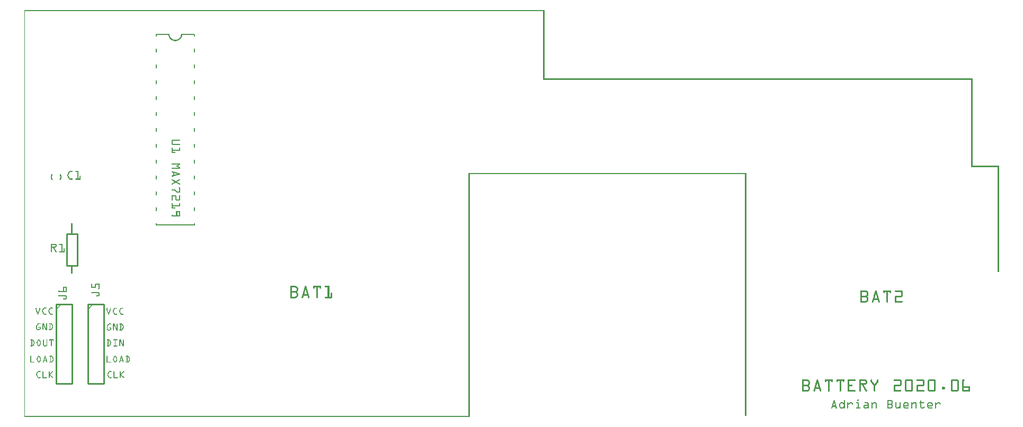
<source format=gto>
G04 MADE WITH FRITZING*
G04 WWW.FRITZING.ORG*
G04 DOUBLE SIDED*
G04 HOLES PLATED*
G04 CONTOUR ON CENTER OF CONTOUR VECTOR*
%ASAXBY*%
%FSLAX23Y23*%
%MOIN*%
%OFA0B0*%
%SFA1.0B1.0*%
%ADD10C,0.008000*%
%ADD11C,0.010000*%
%ADD12R,0.001000X0.001000*%
%LNSILK1*%
G90*
G70*
G54D10*
X1070Y2409D02*
X990Y2409D01*
D02*
X830Y2409D02*
X910Y2409D01*
D02*
X1070Y2409D02*
X1070Y2399D01*
D02*
X1070Y2319D02*
X1070Y2299D01*
D02*
X830Y2409D02*
X830Y2399D01*
D02*
X1070Y1509D02*
X1070Y1519D01*
D02*
X830Y1509D02*
X830Y1519D01*
D02*
X1070Y2219D02*
X1070Y2199D01*
D02*
X1070Y2119D02*
X1070Y2099D01*
D02*
X1070Y2019D02*
X1070Y1999D01*
D02*
X1070Y1919D02*
X1070Y1899D01*
D02*
X1070Y1819D02*
X1070Y1799D01*
D02*
X1070Y1719D02*
X1070Y1699D01*
D02*
X1070Y1619D02*
X1070Y1599D01*
D02*
X830Y2319D02*
X830Y2299D01*
D02*
X830Y2219D02*
X830Y2199D01*
D02*
X830Y2119D02*
X830Y2099D01*
D02*
X830Y2019D02*
X830Y1999D01*
D02*
X830Y1919D02*
X830Y1899D01*
D02*
X830Y1819D02*
X830Y1799D01*
D02*
X830Y1719D02*
X830Y1699D01*
D02*
X830Y1619D02*
X830Y1599D01*
D02*
X1070Y1209D02*
X830Y1209D01*
D02*
X1070Y1209D02*
X1070Y1219D01*
D02*
X830Y1209D02*
X830Y1219D01*
D02*
X1070Y1519D02*
X1070Y1499D01*
D02*
X1070Y1419D02*
X1070Y1399D01*
D02*
X1070Y1319D02*
X1070Y1299D01*
D02*
X830Y1519D02*
X830Y1499D01*
D02*
X830Y1419D02*
X830Y1399D01*
D02*
X830Y1319D02*
X830Y1299D01*
G54D11*
D02*
X200Y709D02*
X200Y209D01*
X200Y209D02*
X300Y209D01*
X300Y209D02*
X300Y709D01*
X300Y709D02*
X200Y709D01*
D02*
X400Y709D02*
X400Y209D01*
X400Y209D02*
X500Y209D01*
X500Y209D02*
X500Y709D01*
X500Y709D02*
X400Y709D01*
D02*
X333Y1150D02*
X333Y950D01*
D02*
X333Y950D02*
X267Y950D01*
D02*
X267Y950D02*
X267Y1150D01*
D02*
X267Y1150D02*
X333Y1150D01*
G54D12*
X0Y2559D02*
X3271Y2559D01*
X0Y2558D02*
X3271Y2558D01*
X0Y2557D02*
X3271Y2557D01*
X0Y2556D02*
X3271Y2556D01*
X0Y2555D02*
X3271Y2555D01*
X0Y2554D02*
X4Y2554D01*
X3263Y2554D02*
X3271Y2554D01*
X0Y2553D02*
X4Y2553D01*
X3263Y2553D02*
X3271Y2553D01*
X0Y2552D02*
X4Y2552D01*
X3263Y2552D02*
X3271Y2552D01*
X0Y2551D02*
X4Y2551D01*
X3263Y2551D02*
X3271Y2551D01*
X0Y2550D02*
X4Y2550D01*
X3263Y2550D02*
X3271Y2550D01*
X0Y2549D02*
X4Y2549D01*
X3263Y2549D02*
X3271Y2549D01*
X0Y2548D02*
X4Y2548D01*
X3263Y2548D02*
X3271Y2548D01*
X0Y2547D02*
X4Y2547D01*
X3263Y2547D02*
X3271Y2547D01*
X0Y2546D02*
X4Y2546D01*
X3263Y2546D02*
X3271Y2546D01*
X0Y2545D02*
X4Y2545D01*
X3263Y2545D02*
X3271Y2545D01*
X0Y2544D02*
X4Y2544D01*
X3263Y2544D02*
X3271Y2544D01*
X0Y2543D02*
X4Y2543D01*
X3263Y2543D02*
X3271Y2543D01*
X0Y2542D02*
X4Y2542D01*
X3263Y2542D02*
X3271Y2542D01*
X0Y2541D02*
X4Y2541D01*
X3263Y2541D02*
X3271Y2541D01*
X0Y2540D02*
X4Y2540D01*
X3263Y2540D02*
X3271Y2540D01*
X0Y2539D02*
X4Y2539D01*
X3263Y2539D02*
X3271Y2539D01*
X0Y2538D02*
X4Y2538D01*
X3263Y2538D02*
X3271Y2538D01*
X0Y2537D02*
X4Y2537D01*
X3263Y2537D02*
X3271Y2537D01*
X0Y2536D02*
X4Y2536D01*
X3263Y2536D02*
X3271Y2536D01*
X0Y2535D02*
X4Y2535D01*
X3263Y2535D02*
X3271Y2535D01*
X0Y2534D02*
X4Y2534D01*
X3263Y2534D02*
X3271Y2534D01*
X0Y2533D02*
X4Y2533D01*
X3263Y2533D02*
X3271Y2533D01*
X0Y2532D02*
X4Y2532D01*
X3263Y2532D02*
X3271Y2532D01*
X0Y2531D02*
X4Y2531D01*
X3263Y2531D02*
X3271Y2531D01*
X0Y2530D02*
X4Y2530D01*
X3263Y2530D02*
X3271Y2530D01*
X0Y2529D02*
X4Y2529D01*
X3263Y2529D02*
X3271Y2529D01*
X0Y2528D02*
X4Y2528D01*
X3263Y2528D02*
X3271Y2528D01*
X0Y2527D02*
X4Y2527D01*
X3263Y2527D02*
X3271Y2527D01*
X0Y2526D02*
X4Y2526D01*
X3263Y2526D02*
X3271Y2526D01*
X0Y2525D02*
X4Y2525D01*
X3263Y2525D02*
X3271Y2525D01*
X0Y2524D02*
X4Y2524D01*
X3263Y2524D02*
X3271Y2524D01*
X0Y2523D02*
X4Y2523D01*
X3263Y2523D02*
X3271Y2523D01*
X0Y2522D02*
X4Y2522D01*
X3263Y2522D02*
X3271Y2522D01*
X0Y2521D02*
X4Y2521D01*
X3263Y2521D02*
X3271Y2521D01*
X0Y2520D02*
X4Y2520D01*
X3263Y2520D02*
X3271Y2520D01*
X0Y2519D02*
X4Y2519D01*
X3263Y2519D02*
X3271Y2519D01*
X0Y2518D02*
X4Y2518D01*
X3263Y2518D02*
X3271Y2518D01*
X0Y2517D02*
X4Y2517D01*
X3263Y2517D02*
X3271Y2517D01*
X0Y2516D02*
X4Y2516D01*
X3263Y2516D02*
X3271Y2516D01*
X0Y2515D02*
X4Y2515D01*
X3263Y2515D02*
X3271Y2515D01*
X0Y2514D02*
X4Y2514D01*
X3263Y2514D02*
X3271Y2514D01*
X0Y2513D02*
X4Y2513D01*
X3263Y2513D02*
X3271Y2513D01*
X0Y2512D02*
X4Y2512D01*
X3263Y2512D02*
X3271Y2512D01*
X0Y2511D02*
X4Y2511D01*
X3263Y2511D02*
X3271Y2511D01*
X0Y2510D02*
X4Y2510D01*
X3263Y2510D02*
X3271Y2510D01*
X0Y2509D02*
X4Y2509D01*
X3263Y2509D02*
X3271Y2509D01*
X0Y2508D02*
X4Y2508D01*
X3263Y2508D02*
X3271Y2508D01*
X0Y2507D02*
X4Y2507D01*
X3263Y2507D02*
X3271Y2507D01*
X0Y2506D02*
X4Y2506D01*
X3263Y2506D02*
X3271Y2506D01*
X0Y2505D02*
X4Y2505D01*
X3263Y2505D02*
X3271Y2505D01*
X0Y2504D02*
X4Y2504D01*
X3263Y2504D02*
X3271Y2504D01*
X0Y2503D02*
X4Y2503D01*
X3263Y2503D02*
X3271Y2503D01*
X0Y2502D02*
X4Y2502D01*
X3263Y2502D02*
X3271Y2502D01*
X0Y2501D02*
X4Y2501D01*
X3263Y2501D02*
X3271Y2501D01*
X0Y2500D02*
X4Y2500D01*
X3263Y2500D02*
X3271Y2500D01*
X0Y2499D02*
X4Y2499D01*
X3263Y2499D02*
X3271Y2499D01*
X0Y2498D02*
X4Y2498D01*
X3263Y2498D02*
X3271Y2498D01*
X0Y2497D02*
X4Y2497D01*
X3263Y2497D02*
X3271Y2497D01*
X0Y2496D02*
X4Y2496D01*
X3263Y2496D02*
X3271Y2496D01*
X0Y2495D02*
X4Y2495D01*
X3263Y2495D02*
X3271Y2495D01*
X0Y2494D02*
X4Y2494D01*
X3263Y2494D02*
X3271Y2494D01*
X0Y2493D02*
X4Y2493D01*
X3263Y2493D02*
X3271Y2493D01*
X0Y2492D02*
X4Y2492D01*
X3263Y2492D02*
X3271Y2492D01*
X0Y2491D02*
X4Y2491D01*
X3263Y2491D02*
X3271Y2491D01*
X0Y2490D02*
X4Y2490D01*
X3263Y2490D02*
X3271Y2490D01*
X0Y2489D02*
X4Y2489D01*
X3263Y2489D02*
X3271Y2489D01*
X0Y2488D02*
X4Y2488D01*
X3263Y2488D02*
X3271Y2488D01*
X0Y2487D02*
X4Y2487D01*
X3263Y2487D02*
X3271Y2487D01*
X0Y2486D02*
X4Y2486D01*
X3263Y2486D02*
X3271Y2486D01*
X0Y2485D02*
X4Y2485D01*
X3263Y2485D02*
X3271Y2485D01*
X0Y2484D02*
X4Y2484D01*
X3263Y2484D02*
X3271Y2484D01*
X0Y2483D02*
X4Y2483D01*
X3263Y2483D02*
X3271Y2483D01*
X0Y2482D02*
X4Y2482D01*
X3263Y2482D02*
X3271Y2482D01*
X0Y2481D02*
X4Y2481D01*
X3263Y2481D02*
X3271Y2481D01*
X0Y2480D02*
X4Y2480D01*
X3263Y2480D02*
X3271Y2480D01*
X0Y2479D02*
X4Y2479D01*
X3263Y2479D02*
X3271Y2479D01*
X0Y2478D02*
X4Y2478D01*
X3263Y2478D02*
X3271Y2478D01*
X0Y2477D02*
X4Y2477D01*
X3263Y2477D02*
X3271Y2477D01*
X0Y2476D02*
X4Y2476D01*
X3263Y2476D02*
X3271Y2476D01*
X0Y2475D02*
X4Y2475D01*
X3263Y2475D02*
X3271Y2475D01*
X0Y2474D02*
X4Y2474D01*
X3263Y2474D02*
X3271Y2474D01*
X0Y2473D02*
X4Y2473D01*
X3263Y2473D02*
X3271Y2473D01*
X0Y2472D02*
X4Y2472D01*
X3263Y2472D02*
X3271Y2472D01*
X0Y2471D02*
X4Y2471D01*
X3263Y2471D02*
X3271Y2471D01*
X0Y2470D02*
X4Y2470D01*
X3263Y2470D02*
X3271Y2470D01*
X0Y2469D02*
X4Y2469D01*
X3263Y2469D02*
X3271Y2469D01*
X0Y2468D02*
X4Y2468D01*
X3263Y2468D02*
X3271Y2468D01*
X0Y2467D02*
X4Y2467D01*
X3263Y2467D02*
X3271Y2467D01*
X0Y2466D02*
X4Y2466D01*
X3263Y2466D02*
X3271Y2466D01*
X0Y2465D02*
X4Y2465D01*
X3263Y2465D02*
X3271Y2465D01*
X0Y2464D02*
X4Y2464D01*
X3263Y2464D02*
X3271Y2464D01*
X0Y2463D02*
X4Y2463D01*
X3263Y2463D02*
X3271Y2463D01*
X0Y2462D02*
X4Y2462D01*
X3263Y2462D02*
X3271Y2462D01*
X0Y2461D02*
X4Y2461D01*
X3263Y2461D02*
X3271Y2461D01*
X0Y2460D02*
X4Y2460D01*
X3263Y2460D02*
X3271Y2460D01*
X0Y2459D02*
X4Y2459D01*
X3263Y2459D02*
X3271Y2459D01*
X0Y2458D02*
X4Y2458D01*
X3263Y2458D02*
X3271Y2458D01*
X0Y2457D02*
X4Y2457D01*
X3263Y2457D02*
X3271Y2457D01*
X0Y2456D02*
X4Y2456D01*
X3263Y2456D02*
X3271Y2456D01*
X0Y2455D02*
X4Y2455D01*
X3263Y2455D02*
X3271Y2455D01*
X0Y2454D02*
X4Y2454D01*
X3263Y2454D02*
X3271Y2454D01*
X0Y2453D02*
X4Y2453D01*
X3263Y2453D02*
X3271Y2453D01*
X0Y2452D02*
X4Y2452D01*
X3263Y2452D02*
X3271Y2452D01*
X0Y2451D02*
X4Y2451D01*
X3263Y2451D02*
X3271Y2451D01*
X0Y2450D02*
X4Y2450D01*
X3263Y2450D02*
X3271Y2450D01*
X0Y2449D02*
X4Y2449D01*
X3263Y2449D02*
X3271Y2449D01*
X0Y2448D02*
X4Y2448D01*
X3263Y2448D02*
X3271Y2448D01*
X0Y2447D02*
X4Y2447D01*
X3263Y2447D02*
X3271Y2447D01*
X0Y2446D02*
X4Y2446D01*
X3263Y2446D02*
X3271Y2446D01*
X0Y2445D02*
X4Y2445D01*
X3263Y2445D02*
X3271Y2445D01*
X0Y2444D02*
X4Y2444D01*
X3263Y2444D02*
X3271Y2444D01*
X0Y2443D02*
X4Y2443D01*
X3263Y2443D02*
X3271Y2443D01*
X0Y2442D02*
X4Y2442D01*
X3263Y2442D02*
X3271Y2442D01*
X0Y2441D02*
X4Y2441D01*
X3263Y2441D02*
X3271Y2441D01*
X0Y2440D02*
X4Y2440D01*
X3263Y2440D02*
X3271Y2440D01*
X0Y2439D02*
X4Y2439D01*
X3263Y2439D02*
X3271Y2439D01*
X0Y2438D02*
X4Y2438D01*
X3263Y2438D02*
X3271Y2438D01*
X0Y2437D02*
X4Y2437D01*
X3263Y2437D02*
X3271Y2437D01*
X0Y2436D02*
X4Y2436D01*
X3263Y2436D02*
X3271Y2436D01*
X0Y2435D02*
X4Y2435D01*
X3263Y2435D02*
X3271Y2435D01*
X0Y2434D02*
X4Y2434D01*
X3263Y2434D02*
X3271Y2434D01*
X0Y2433D02*
X4Y2433D01*
X3263Y2433D02*
X3271Y2433D01*
X0Y2432D02*
X4Y2432D01*
X3263Y2432D02*
X3271Y2432D01*
X0Y2431D02*
X4Y2431D01*
X3263Y2431D02*
X3271Y2431D01*
X0Y2430D02*
X4Y2430D01*
X3263Y2430D02*
X3271Y2430D01*
X0Y2429D02*
X4Y2429D01*
X3263Y2429D02*
X3271Y2429D01*
X0Y2428D02*
X4Y2428D01*
X3263Y2428D02*
X3271Y2428D01*
X0Y2427D02*
X4Y2427D01*
X3263Y2427D02*
X3271Y2427D01*
X0Y2426D02*
X4Y2426D01*
X3263Y2426D02*
X3271Y2426D01*
X0Y2425D02*
X4Y2425D01*
X3263Y2425D02*
X3271Y2425D01*
X0Y2424D02*
X4Y2424D01*
X3263Y2424D02*
X3271Y2424D01*
X0Y2423D02*
X4Y2423D01*
X3263Y2423D02*
X3271Y2423D01*
X0Y2422D02*
X4Y2422D01*
X3263Y2422D02*
X3271Y2422D01*
X0Y2421D02*
X4Y2421D01*
X3263Y2421D02*
X3271Y2421D01*
X0Y2420D02*
X4Y2420D01*
X3263Y2420D02*
X3271Y2420D01*
X0Y2419D02*
X4Y2419D01*
X3263Y2419D02*
X3271Y2419D01*
X0Y2418D02*
X4Y2418D01*
X3263Y2418D02*
X3271Y2418D01*
X0Y2417D02*
X4Y2417D01*
X3263Y2417D02*
X3271Y2417D01*
X0Y2416D02*
X4Y2416D01*
X3263Y2416D02*
X3271Y2416D01*
X0Y2415D02*
X4Y2415D01*
X3263Y2415D02*
X3271Y2415D01*
X0Y2414D02*
X4Y2414D01*
X3263Y2414D02*
X3271Y2414D01*
X0Y2413D02*
X4Y2413D01*
X3263Y2413D02*
X3271Y2413D01*
X0Y2412D02*
X4Y2412D01*
X3263Y2412D02*
X3271Y2412D01*
X0Y2411D02*
X4Y2411D01*
X3263Y2411D02*
X3271Y2411D01*
X0Y2410D02*
X4Y2410D01*
X3263Y2410D02*
X3271Y2410D01*
X0Y2409D02*
X4Y2409D01*
X906Y2409D02*
X913Y2409D01*
X986Y2409D02*
X993Y2409D01*
X3263Y2409D02*
X3271Y2409D01*
X0Y2408D02*
X4Y2408D01*
X906Y2408D02*
X913Y2408D01*
X986Y2408D02*
X993Y2408D01*
X3263Y2408D02*
X3271Y2408D01*
X0Y2407D02*
X4Y2407D01*
X906Y2407D02*
X913Y2407D01*
X986Y2407D02*
X993Y2407D01*
X3263Y2407D02*
X3271Y2407D01*
X0Y2406D02*
X4Y2406D01*
X906Y2406D02*
X913Y2406D01*
X986Y2406D02*
X993Y2406D01*
X3263Y2406D02*
X3271Y2406D01*
X0Y2405D02*
X4Y2405D01*
X906Y2405D02*
X913Y2405D01*
X986Y2405D02*
X993Y2405D01*
X3263Y2405D02*
X3271Y2405D01*
X0Y2404D02*
X4Y2404D01*
X906Y2404D02*
X913Y2404D01*
X985Y2404D02*
X992Y2404D01*
X3263Y2404D02*
X3271Y2404D01*
X0Y2403D02*
X4Y2403D01*
X906Y2403D02*
X913Y2403D01*
X985Y2403D02*
X992Y2403D01*
X3263Y2403D02*
X3271Y2403D01*
X0Y2402D02*
X4Y2402D01*
X907Y2402D02*
X914Y2402D01*
X985Y2402D02*
X992Y2402D01*
X3263Y2402D02*
X3271Y2402D01*
X0Y2401D02*
X4Y2401D01*
X907Y2401D02*
X914Y2401D01*
X985Y2401D02*
X992Y2401D01*
X3263Y2401D02*
X3271Y2401D01*
X0Y2400D02*
X4Y2400D01*
X907Y2400D02*
X914Y2400D01*
X985Y2400D02*
X992Y2400D01*
X3263Y2400D02*
X3271Y2400D01*
X0Y2399D02*
X4Y2399D01*
X907Y2399D02*
X914Y2399D01*
X984Y2399D02*
X992Y2399D01*
X3263Y2399D02*
X3271Y2399D01*
X0Y2398D02*
X4Y2398D01*
X908Y2398D02*
X915Y2398D01*
X984Y2398D02*
X991Y2398D01*
X3263Y2398D02*
X3271Y2398D01*
X0Y2397D02*
X4Y2397D01*
X908Y2397D02*
X915Y2397D01*
X984Y2397D02*
X991Y2397D01*
X3263Y2397D02*
X3271Y2397D01*
X0Y2396D02*
X4Y2396D01*
X908Y2396D02*
X915Y2396D01*
X983Y2396D02*
X991Y2396D01*
X3263Y2396D02*
X3271Y2396D01*
X0Y2395D02*
X4Y2395D01*
X908Y2395D02*
X916Y2395D01*
X983Y2395D02*
X990Y2395D01*
X3263Y2395D02*
X3271Y2395D01*
X0Y2394D02*
X4Y2394D01*
X909Y2394D02*
X916Y2394D01*
X982Y2394D02*
X990Y2394D01*
X3263Y2394D02*
X3271Y2394D01*
X0Y2393D02*
X4Y2393D01*
X909Y2393D02*
X917Y2393D01*
X982Y2393D02*
X990Y2393D01*
X3263Y2393D02*
X3271Y2393D01*
X0Y2392D02*
X4Y2392D01*
X910Y2392D02*
X917Y2392D01*
X981Y2392D02*
X989Y2392D01*
X3263Y2392D02*
X3271Y2392D01*
X0Y2391D02*
X4Y2391D01*
X910Y2391D02*
X918Y2391D01*
X981Y2391D02*
X989Y2391D01*
X3263Y2391D02*
X3271Y2391D01*
X0Y2390D02*
X4Y2390D01*
X911Y2390D02*
X919Y2390D01*
X980Y2390D02*
X988Y2390D01*
X3263Y2390D02*
X3271Y2390D01*
X0Y2389D02*
X4Y2389D01*
X911Y2389D02*
X919Y2389D01*
X980Y2389D02*
X988Y2389D01*
X3263Y2389D02*
X3271Y2389D01*
X0Y2388D02*
X4Y2388D01*
X912Y2388D02*
X920Y2388D01*
X979Y2388D02*
X987Y2388D01*
X3263Y2388D02*
X3271Y2388D01*
X0Y2387D02*
X4Y2387D01*
X912Y2387D02*
X921Y2387D01*
X978Y2387D02*
X987Y2387D01*
X3263Y2387D02*
X3271Y2387D01*
X0Y2386D02*
X4Y2386D01*
X913Y2386D02*
X922Y2386D01*
X977Y2386D02*
X986Y2386D01*
X3263Y2386D02*
X3271Y2386D01*
X0Y2385D02*
X4Y2385D01*
X913Y2385D02*
X923Y2385D01*
X976Y2385D02*
X985Y2385D01*
X3263Y2385D02*
X3271Y2385D01*
X0Y2384D02*
X4Y2384D01*
X914Y2384D02*
X924Y2384D01*
X975Y2384D02*
X985Y2384D01*
X3263Y2384D02*
X3271Y2384D01*
X0Y2383D02*
X4Y2383D01*
X915Y2383D02*
X925Y2383D01*
X974Y2383D02*
X984Y2383D01*
X3263Y2383D02*
X3271Y2383D01*
X0Y2382D02*
X4Y2382D01*
X916Y2382D02*
X926Y2382D01*
X973Y2382D02*
X983Y2382D01*
X3263Y2382D02*
X3271Y2382D01*
X0Y2381D02*
X4Y2381D01*
X916Y2381D02*
X927Y2381D01*
X972Y2381D02*
X982Y2381D01*
X3263Y2381D02*
X3271Y2381D01*
X0Y2380D02*
X4Y2380D01*
X917Y2380D02*
X928Y2380D01*
X971Y2380D02*
X981Y2380D01*
X3263Y2380D02*
X3271Y2380D01*
X0Y2379D02*
X4Y2379D01*
X918Y2379D02*
X930Y2379D01*
X969Y2379D02*
X981Y2379D01*
X3263Y2379D02*
X3271Y2379D01*
X0Y2378D02*
X4Y2378D01*
X919Y2378D02*
X931Y2378D01*
X967Y2378D02*
X980Y2378D01*
X3263Y2378D02*
X3271Y2378D01*
X0Y2377D02*
X4Y2377D01*
X920Y2377D02*
X933Y2377D01*
X965Y2377D02*
X978Y2377D01*
X3263Y2377D02*
X3271Y2377D01*
X0Y2376D02*
X4Y2376D01*
X921Y2376D02*
X936Y2376D01*
X963Y2376D02*
X977Y2376D01*
X3263Y2376D02*
X3271Y2376D01*
X0Y2375D02*
X4Y2375D01*
X923Y2375D02*
X938Y2375D01*
X960Y2375D02*
X976Y2375D01*
X3263Y2375D02*
X3271Y2375D01*
X0Y2374D02*
X4Y2374D01*
X924Y2374D02*
X943Y2374D01*
X956Y2374D02*
X975Y2374D01*
X3263Y2374D02*
X3271Y2374D01*
X0Y2373D02*
X4Y2373D01*
X925Y2373D02*
X973Y2373D01*
X3263Y2373D02*
X3271Y2373D01*
X0Y2372D02*
X4Y2372D01*
X927Y2372D02*
X972Y2372D01*
X3263Y2372D02*
X3271Y2372D01*
X0Y2371D02*
X4Y2371D01*
X929Y2371D02*
X970Y2371D01*
X3263Y2371D02*
X3271Y2371D01*
X0Y2370D02*
X4Y2370D01*
X931Y2370D02*
X968Y2370D01*
X3263Y2370D02*
X3271Y2370D01*
X0Y2369D02*
X4Y2369D01*
X933Y2369D02*
X966Y2369D01*
X3263Y2369D02*
X3271Y2369D01*
X0Y2368D02*
X4Y2368D01*
X936Y2368D02*
X963Y2368D01*
X3263Y2368D02*
X3271Y2368D01*
X0Y2367D02*
X4Y2367D01*
X939Y2367D02*
X960Y2367D01*
X3263Y2367D02*
X3271Y2367D01*
X0Y2366D02*
X4Y2366D01*
X944Y2366D02*
X955Y2366D01*
X3263Y2366D02*
X3271Y2366D01*
X0Y2365D02*
X4Y2365D01*
X3263Y2365D02*
X3271Y2365D01*
X0Y2364D02*
X4Y2364D01*
X3263Y2364D02*
X3271Y2364D01*
X0Y2363D02*
X4Y2363D01*
X3263Y2363D02*
X3271Y2363D01*
X0Y2362D02*
X4Y2362D01*
X3263Y2362D02*
X3271Y2362D01*
X0Y2361D02*
X4Y2361D01*
X3263Y2361D02*
X3271Y2361D01*
X0Y2360D02*
X4Y2360D01*
X3263Y2360D02*
X3271Y2360D01*
X0Y2359D02*
X4Y2359D01*
X3263Y2359D02*
X3271Y2359D01*
X0Y2358D02*
X4Y2358D01*
X3263Y2358D02*
X3271Y2358D01*
X0Y2357D02*
X4Y2357D01*
X3263Y2357D02*
X3271Y2357D01*
X0Y2356D02*
X4Y2356D01*
X3263Y2356D02*
X3271Y2356D01*
X0Y2355D02*
X4Y2355D01*
X3263Y2355D02*
X3271Y2355D01*
X0Y2354D02*
X4Y2354D01*
X3263Y2354D02*
X3271Y2354D01*
X0Y2353D02*
X4Y2353D01*
X3263Y2353D02*
X3271Y2353D01*
X0Y2352D02*
X4Y2352D01*
X3263Y2352D02*
X3271Y2352D01*
X0Y2351D02*
X4Y2351D01*
X3263Y2351D02*
X3271Y2351D01*
X0Y2350D02*
X4Y2350D01*
X3263Y2350D02*
X3271Y2350D01*
X0Y2349D02*
X4Y2349D01*
X3263Y2349D02*
X3271Y2349D01*
X0Y2348D02*
X4Y2348D01*
X3263Y2348D02*
X3271Y2348D01*
X0Y2347D02*
X4Y2347D01*
X3263Y2347D02*
X3271Y2347D01*
X0Y2346D02*
X4Y2346D01*
X3263Y2346D02*
X3271Y2346D01*
X0Y2345D02*
X4Y2345D01*
X3263Y2345D02*
X3271Y2345D01*
X0Y2344D02*
X4Y2344D01*
X3263Y2344D02*
X3271Y2344D01*
X0Y2343D02*
X4Y2343D01*
X3263Y2343D02*
X3271Y2343D01*
X0Y2342D02*
X4Y2342D01*
X3263Y2342D02*
X3271Y2342D01*
X0Y2341D02*
X4Y2341D01*
X3263Y2341D02*
X3271Y2341D01*
X0Y2340D02*
X4Y2340D01*
X3263Y2340D02*
X3271Y2340D01*
X0Y2339D02*
X4Y2339D01*
X3263Y2339D02*
X3271Y2339D01*
X0Y2338D02*
X4Y2338D01*
X3263Y2338D02*
X3271Y2338D01*
X0Y2337D02*
X4Y2337D01*
X3263Y2337D02*
X3271Y2337D01*
X0Y2336D02*
X4Y2336D01*
X3263Y2336D02*
X3271Y2336D01*
X0Y2335D02*
X4Y2335D01*
X3263Y2335D02*
X3271Y2335D01*
X0Y2334D02*
X4Y2334D01*
X3263Y2334D02*
X3271Y2334D01*
X0Y2333D02*
X4Y2333D01*
X3263Y2333D02*
X3271Y2333D01*
X0Y2332D02*
X4Y2332D01*
X3263Y2332D02*
X3271Y2332D01*
X0Y2331D02*
X4Y2331D01*
X3263Y2331D02*
X3271Y2331D01*
X0Y2330D02*
X4Y2330D01*
X3263Y2330D02*
X3271Y2330D01*
X0Y2329D02*
X4Y2329D01*
X3263Y2329D02*
X3271Y2329D01*
X0Y2328D02*
X4Y2328D01*
X3263Y2328D02*
X3271Y2328D01*
X0Y2327D02*
X4Y2327D01*
X3263Y2327D02*
X3271Y2327D01*
X0Y2326D02*
X4Y2326D01*
X3263Y2326D02*
X3271Y2326D01*
X0Y2325D02*
X4Y2325D01*
X3263Y2325D02*
X3271Y2325D01*
X0Y2324D02*
X4Y2324D01*
X3263Y2324D02*
X3271Y2324D01*
X0Y2323D02*
X4Y2323D01*
X3263Y2323D02*
X3271Y2323D01*
X0Y2322D02*
X4Y2322D01*
X3263Y2322D02*
X3271Y2322D01*
X0Y2321D02*
X4Y2321D01*
X3263Y2321D02*
X3271Y2321D01*
X0Y2320D02*
X4Y2320D01*
X3263Y2320D02*
X3271Y2320D01*
X0Y2319D02*
X4Y2319D01*
X3263Y2319D02*
X3271Y2319D01*
X0Y2318D02*
X4Y2318D01*
X3263Y2318D02*
X3271Y2318D01*
X0Y2317D02*
X4Y2317D01*
X3263Y2317D02*
X3271Y2317D01*
X0Y2316D02*
X4Y2316D01*
X3263Y2316D02*
X3271Y2316D01*
X0Y2315D02*
X4Y2315D01*
X3263Y2315D02*
X3271Y2315D01*
X0Y2314D02*
X4Y2314D01*
X3263Y2314D02*
X3271Y2314D01*
X0Y2313D02*
X4Y2313D01*
X3263Y2313D02*
X3271Y2313D01*
X0Y2312D02*
X4Y2312D01*
X3263Y2312D02*
X3271Y2312D01*
X0Y2311D02*
X4Y2311D01*
X3263Y2311D02*
X3271Y2311D01*
X0Y2310D02*
X4Y2310D01*
X3263Y2310D02*
X3271Y2310D01*
X0Y2309D02*
X4Y2309D01*
X3263Y2309D02*
X3271Y2309D01*
X0Y2308D02*
X4Y2308D01*
X3263Y2308D02*
X3271Y2308D01*
X0Y2307D02*
X4Y2307D01*
X3263Y2307D02*
X3271Y2307D01*
X0Y2306D02*
X4Y2306D01*
X3263Y2306D02*
X3271Y2306D01*
X0Y2305D02*
X4Y2305D01*
X3263Y2305D02*
X3271Y2305D01*
X0Y2304D02*
X4Y2304D01*
X3263Y2304D02*
X3271Y2304D01*
X0Y2303D02*
X4Y2303D01*
X3263Y2303D02*
X3271Y2303D01*
X0Y2302D02*
X4Y2302D01*
X3263Y2302D02*
X3271Y2302D01*
X0Y2301D02*
X4Y2301D01*
X3263Y2301D02*
X3271Y2301D01*
X0Y2300D02*
X4Y2300D01*
X3263Y2300D02*
X3271Y2300D01*
X0Y2299D02*
X4Y2299D01*
X3263Y2299D02*
X3271Y2299D01*
X0Y2298D02*
X4Y2298D01*
X3263Y2298D02*
X3271Y2298D01*
X0Y2297D02*
X4Y2297D01*
X3263Y2297D02*
X3271Y2297D01*
X0Y2296D02*
X4Y2296D01*
X3263Y2296D02*
X3271Y2296D01*
X0Y2295D02*
X4Y2295D01*
X3263Y2295D02*
X3271Y2295D01*
X0Y2294D02*
X4Y2294D01*
X3263Y2294D02*
X3271Y2294D01*
X0Y2293D02*
X4Y2293D01*
X3263Y2293D02*
X3271Y2293D01*
X0Y2292D02*
X4Y2292D01*
X3263Y2292D02*
X3271Y2292D01*
X0Y2291D02*
X4Y2291D01*
X3263Y2291D02*
X3271Y2291D01*
X0Y2290D02*
X4Y2290D01*
X3263Y2290D02*
X3271Y2290D01*
X0Y2289D02*
X4Y2289D01*
X3263Y2289D02*
X3271Y2289D01*
X0Y2288D02*
X4Y2288D01*
X3263Y2288D02*
X3271Y2288D01*
X0Y2287D02*
X4Y2287D01*
X3263Y2287D02*
X3271Y2287D01*
X0Y2286D02*
X4Y2286D01*
X3263Y2286D02*
X3271Y2286D01*
X0Y2285D02*
X4Y2285D01*
X3263Y2285D02*
X3271Y2285D01*
X0Y2284D02*
X4Y2284D01*
X3263Y2284D02*
X3271Y2284D01*
X0Y2283D02*
X4Y2283D01*
X3263Y2283D02*
X3271Y2283D01*
X0Y2282D02*
X4Y2282D01*
X3263Y2282D02*
X3271Y2282D01*
X0Y2281D02*
X4Y2281D01*
X3263Y2281D02*
X3271Y2281D01*
X0Y2280D02*
X4Y2280D01*
X3263Y2280D02*
X3271Y2280D01*
X0Y2279D02*
X4Y2279D01*
X3263Y2279D02*
X3271Y2279D01*
X0Y2278D02*
X4Y2278D01*
X3263Y2278D02*
X3271Y2278D01*
X0Y2277D02*
X4Y2277D01*
X3263Y2277D02*
X3271Y2277D01*
X0Y2276D02*
X4Y2276D01*
X3263Y2276D02*
X3271Y2276D01*
X0Y2275D02*
X4Y2275D01*
X3263Y2275D02*
X3271Y2275D01*
X0Y2274D02*
X4Y2274D01*
X3263Y2274D02*
X3271Y2274D01*
X0Y2273D02*
X4Y2273D01*
X3263Y2273D02*
X3271Y2273D01*
X0Y2272D02*
X4Y2272D01*
X3263Y2272D02*
X3271Y2272D01*
X0Y2271D02*
X4Y2271D01*
X3263Y2271D02*
X3271Y2271D01*
X0Y2270D02*
X4Y2270D01*
X3263Y2270D02*
X3271Y2270D01*
X0Y2269D02*
X4Y2269D01*
X3263Y2269D02*
X3271Y2269D01*
X0Y2268D02*
X4Y2268D01*
X3263Y2268D02*
X3271Y2268D01*
X0Y2267D02*
X4Y2267D01*
X3263Y2267D02*
X3271Y2267D01*
X0Y2266D02*
X4Y2266D01*
X3263Y2266D02*
X3271Y2266D01*
X0Y2265D02*
X4Y2265D01*
X3263Y2265D02*
X3271Y2265D01*
X0Y2264D02*
X4Y2264D01*
X3263Y2264D02*
X3271Y2264D01*
X0Y2263D02*
X4Y2263D01*
X3263Y2263D02*
X3271Y2263D01*
X0Y2262D02*
X4Y2262D01*
X3263Y2262D02*
X3271Y2262D01*
X0Y2261D02*
X4Y2261D01*
X3263Y2261D02*
X3271Y2261D01*
X0Y2260D02*
X4Y2260D01*
X3263Y2260D02*
X3271Y2260D01*
X0Y2259D02*
X4Y2259D01*
X3263Y2259D02*
X3271Y2259D01*
X0Y2258D02*
X4Y2258D01*
X3263Y2258D02*
X3271Y2258D01*
X0Y2257D02*
X4Y2257D01*
X3263Y2257D02*
X3271Y2257D01*
X0Y2256D02*
X4Y2256D01*
X3263Y2256D02*
X3271Y2256D01*
X0Y2255D02*
X4Y2255D01*
X3263Y2255D02*
X3271Y2255D01*
X0Y2254D02*
X4Y2254D01*
X3263Y2254D02*
X3271Y2254D01*
X0Y2253D02*
X4Y2253D01*
X3263Y2253D02*
X3271Y2253D01*
X0Y2252D02*
X4Y2252D01*
X3263Y2252D02*
X3271Y2252D01*
X0Y2251D02*
X4Y2251D01*
X3263Y2251D02*
X3271Y2251D01*
X0Y2250D02*
X4Y2250D01*
X3263Y2250D02*
X3271Y2250D01*
X0Y2249D02*
X4Y2249D01*
X3263Y2249D02*
X3271Y2249D01*
X0Y2248D02*
X4Y2248D01*
X3263Y2248D02*
X3271Y2248D01*
X0Y2247D02*
X4Y2247D01*
X3263Y2247D02*
X3271Y2247D01*
X0Y2246D02*
X4Y2246D01*
X3263Y2246D02*
X3271Y2246D01*
X0Y2245D02*
X4Y2245D01*
X3263Y2245D02*
X3271Y2245D01*
X0Y2244D02*
X4Y2244D01*
X3263Y2244D02*
X3271Y2244D01*
X0Y2243D02*
X4Y2243D01*
X3263Y2243D02*
X3271Y2243D01*
X0Y2242D02*
X4Y2242D01*
X3263Y2242D02*
X3271Y2242D01*
X0Y2241D02*
X4Y2241D01*
X3263Y2241D02*
X3271Y2241D01*
X0Y2240D02*
X4Y2240D01*
X3263Y2240D02*
X3271Y2240D01*
X0Y2239D02*
X4Y2239D01*
X3263Y2239D02*
X3271Y2239D01*
X0Y2238D02*
X4Y2238D01*
X3263Y2238D02*
X3271Y2238D01*
X0Y2237D02*
X4Y2237D01*
X3263Y2237D02*
X3271Y2237D01*
X0Y2236D02*
X4Y2236D01*
X3263Y2236D02*
X3271Y2236D01*
X0Y2235D02*
X4Y2235D01*
X3263Y2235D02*
X3271Y2235D01*
X0Y2234D02*
X4Y2234D01*
X3263Y2234D02*
X3271Y2234D01*
X0Y2233D02*
X4Y2233D01*
X3263Y2233D02*
X3271Y2233D01*
X0Y2232D02*
X4Y2232D01*
X3263Y2232D02*
X3271Y2232D01*
X0Y2231D02*
X4Y2231D01*
X3263Y2231D02*
X3271Y2231D01*
X0Y2230D02*
X4Y2230D01*
X3263Y2230D02*
X3271Y2230D01*
X0Y2229D02*
X4Y2229D01*
X3263Y2229D02*
X3271Y2229D01*
X0Y2228D02*
X4Y2228D01*
X3263Y2228D02*
X3271Y2228D01*
X0Y2227D02*
X4Y2227D01*
X3263Y2227D02*
X3271Y2227D01*
X0Y2226D02*
X4Y2226D01*
X3263Y2226D02*
X3271Y2226D01*
X0Y2225D02*
X4Y2225D01*
X3263Y2225D02*
X3271Y2225D01*
X0Y2224D02*
X4Y2224D01*
X3263Y2224D02*
X3271Y2224D01*
X0Y2223D02*
X4Y2223D01*
X3263Y2223D02*
X3271Y2223D01*
X0Y2222D02*
X4Y2222D01*
X3263Y2222D02*
X3271Y2222D01*
X0Y2221D02*
X4Y2221D01*
X3263Y2221D02*
X3271Y2221D01*
X0Y2220D02*
X4Y2220D01*
X3263Y2220D02*
X3271Y2220D01*
X0Y2219D02*
X4Y2219D01*
X3263Y2219D02*
X3271Y2219D01*
X0Y2218D02*
X4Y2218D01*
X3263Y2218D02*
X3271Y2218D01*
X0Y2217D02*
X4Y2217D01*
X3263Y2217D02*
X3271Y2217D01*
X0Y2216D02*
X4Y2216D01*
X3263Y2216D02*
X3271Y2216D01*
X0Y2215D02*
X4Y2215D01*
X3263Y2215D02*
X3271Y2215D01*
X0Y2214D02*
X4Y2214D01*
X3263Y2214D02*
X3271Y2214D01*
X0Y2213D02*
X4Y2213D01*
X3263Y2213D02*
X3271Y2213D01*
X0Y2212D02*
X4Y2212D01*
X3263Y2212D02*
X3271Y2212D01*
X0Y2211D02*
X4Y2211D01*
X3263Y2211D02*
X3271Y2211D01*
X0Y2210D02*
X4Y2210D01*
X3263Y2210D02*
X3271Y2210D01*
X0Y2209D02*
X4Y2209D01*
X3263Y2209D02*
X3271Y2209D01*
X0Y2208D02*
X4Y2208D01*
X3263Y2208D02*
X3271Y2208D01*
X0Y2207D02*
X4Y2207D01*
X3263Y2207D02*
X3271Y2207D01*
X0Y2206D02*
X4Y2206D01*
X3263Y2206D02*
X3271Y2206D01*
X0Y2205D02*
X4Y2205D01*
X3263Y2205D02*
X3271Y2205D01*
X0Y2204D02*
X4Y2204D01*
X3263Y2204D02*
X3271Y2204D01*
X0Y2203D02*
X4Y2203D01*
X3263Y2203D02*
X3271Y2203D01*
X0Y2202D02*
X4Y2202D01*
X3263Y2202D02*
X3271Y2202D01*
X0Y2201D02*
X4Y2201D01*
X3263Y2201D02*
X3271Y2201D01*
X0Y2200D02*
X4Y2200D01*
X3263Y2200D02*
X3271Y2200D01*
X0Y2199D02*
X4Y2199D01*
X3263Y2199D02*
X3271Y2199D01*
X0Y2198D02*
X4Y2198D01*
X3263Y2198D02*
X3271Y2198D01*
X0Y2197D02*
X4Y2197D01*
X3263Y2197D02*
X3271Y2197D01*
X0Y2196D02*
X4Y2196D01*
X3263Y2196D02*
X3271Y2196D01*
X0Y2195D02*
X4Y2195D01*
X3263Y2195D02*
X3271Y2195D01*
X0Y2194D02*
X4Y2194D01*
X3263Y2194D02*
X3271Y2194D01*
X0Y2193D02*
X4Y2193D01*
X3263Y2193D02*
X3271Y2193D01*
X0Y2192D02*
X4Y2192D01*
X3263Y2192D02*
X3271Y2192D01*
X0Y2191D02*
X4Y2191D01*
X3263Y2191D02*
X3271Y2191D01*
X0Y2190D02*
X4Y2190D01*
X3263Y2190D02*
X3271Y2190D01*
X0Y2189D02*
X4Y2189D01*
X3263Y2189D02*
X3271Y2189D01*
X0Y2188D02*
X4Y2188D01*
X3263Y2188D02*
X3271Y2188D01*
X0Y2187D02*
X4Y2187D01*
X3263Y2187D02*
X3271Y2187D01*
X0Y2186D02*
X4Y2186D01*
X3263Y2186D02*
X3271Y2186D01*
X0Y2185D02*
X4Y2185D01*
X3263Y2185D02*
X3271Y2185D01*
X0Y2184D02*
X4Y2184D01*
X3263Y2184D02*
X3271Y2184D01*
X0Y2183D02*
X4Y2183D01*
X3263Y2183D02*
X3271Y2183D01*
X0Y2182D02*
X4Y2182D01*
X3263Y2182D02*
X3271Y2182D01*
X0Y2181D02*
X4Y2181D01*
X3263Y2181D02*
X3271Y2181D01*
X0Y2180D02*
X4Y2180D01*
X3263Y2180D02*
X3271Y2180D01*
X0Y2179D02*
X4Y2179D01*
X3263Y2179D02*
X3271Y2179D01*
X0Y2178D02*
X4Y2178D01*
X3263Y2178D02*
X3271Y2178D01*
X0Y2177D02*
X4Y2177D01*
X3263Y2177D02*
X3271Y2177D01*
X0Y2176D02*
X4Y2176D01*
X3263Y2176D02*
X3271Y2176D01*
X0Y2175D02*
X4Y2175D01*
X3263Y2175D02*
X3271Y2175D01*
X0Y2174D02*
X4Y2174D01*
X3263Y2174D02*
X3271Y2174D01*
X0Y2173D02*
X4Y2173D01*
X3263Y2173D02*
X3271Y2173D01*
X0Y2172D02*
X4Y2172D01*
X3263Y2172D02*
X3271Y2172D01*
X0Y2171D02*
X4Y2171D01*
X3263Y2171D02*
X3271Y2171D01*
X0Y2170D02*
X4Y2170D01*
X3263Y2170D02*
X3271Y2170D01*
X0Y2169D02*
X4Y2169D01*
X3263Y2169D02*
X3271Y2169D01*
X0Y2168D02*
X4Y2168D01*
X3263Y2168D02*
X3271Y2168D01*
X0Y2167D02*
X4Y2167D01*
X3263Y2167D02*
X3271Y2167D01*
X0Y2166D02*
X4Y2166D01*
X3263Y2166D02*
X3271Y2166D01*
X0Y2165D02*
X4Y2165D01*
X3263Y2165D02*
X3271Y2165D01*
X0Y2164D02*
X4Y2164D01*
X3263Y2164D02*
X3271Y2164D01*
X0Y2163D02*
X4Y2163D01*
X3263Y2163D02*
X3271Y2163D01*
X0Y2162D02*
X4Y2162D01*
X3263Y2162D02*
X3271Y2162D01*
X0Y2161D02*
X4Y2161D01*
X3263Y2161D02*
X3271Y2161D01*
X0Y2160D02*
X4Y2160D01*
X3263Y2160D02*
X3271Y2160D01*
X0Y2159D02*
X4Y2159D01*
X3263Y2159D02*
X3271Y2159D01*
X0Y2158D02*
X4Y2158D01*
X3263Y2158D02*
X3271Y2158D01*
X0Y2157D02*
X4Y2157D01*
X3263Y2157D02*
X3271Y2157D01*
X0Y2156D02*
X4Y2156D01*
X3263Y2156D02*
X3271Y2156D01*
X0Y2155D02*
X4Y2155D01*
X3263Y2155D02*
X3271Y2155D01*
X0Y2154D02*
X4Y2154D01*
X3263Y2154D02*
X3271Y2154D01*
X0Y2153D02*
X4Y2153D01*
X3263Y2153D02*
X3271Y2153D01*
X0Y2152D02*
X4Y2152D01*
X3263Y2152D02*
X3271Y2152D01*
X0Y2151D02*
X4Y2151D01*
X3263Y2151D02*
X3271Y2151D01*
X0Y2150D02*
X4Y2150D01*
X3263Y2150D02*
X3271Y2150D01*
X0Y2149D02*
X4Y2149D01*
X3263Y2149D02*
X3271Y2149D01*
X0Y2148D02*
X4Y2148D01*
X3263Y2148D02*
X3271Y2148D01*
X0Y2147D02*
X4Y2147D01*
X3263Y2147D02*
X3271Y2147D01*
X0Y2146D02*
X4Y2146D01*
X3263Y2146D02*
X3271Y2146D01*
X0Y2145D02*
X4Y2145D01*
X3263Y2145D02*
X3271Y2145D01*
X0Y2144D02*
X4Y2144D01*
X3263Y2144D02*
X3271Y2144D01*
X0Y2143D02*
X4Y2143D01*
X3263Y2143D02*
X3271Y2143D01*
X0Y2142D02*
X4Y2142D01*
X3263Y2142D02*
X3271Y2142D01*
X0Y2141D02*
X4Y2141D01*
X3263Y2141D02*
X3271Y2141D01*
X0Y2140D02*
X4Y2140D01*
X3263Y2140D02*
X3271Y2140D01*
X0Y2139D02*
X4Y2139D01*
X3263Y2139D02*
X3271Y2139D01*
X0Y2138D02*
X4Y2138D01*
X3263Y2138D02*
X3271Y2138D01*
X0Y2137D02*
X4Y2137D01*
X3263Y2137D02*
X3271Y2137D01*
X0Y2136D02*
X4Y2136D01*
X3263Y2136D02*
X3271Y2136D01*
X0Y2135D02*
X4Y2135D01*
X3263Y2135D02*
X3271Y2135D01*
X0Y2134D02*
X4Y2134D01*
X3263Y2134D02*
X3271Y2134D01*
X0Y2133D02*
X4Y2133D01*
X3263Y2133D02*
X3271Y2133D01*
X0Y2132D02*
X4Y2132D01*
X3263Y2132D02*
X3271Y2132D01*
X0Y2131D02*
X4Y2131D01*
X3263Y2131D02*
X5965Y2131D01*
X0Y2130D02*
X4Y2130D01*
X3263Y2130D02*
X5965Y2130D01*
X0Y2129D02*
X4Y2129D01*
X3263Y2129D02*
X5965Y2129D01*
X0Y2128D02*
X4Y2128D01*
X3263Y2128D02*
X5965Y2128D01*
X0Y2127D02*
X4Y2127D01*
X3263Y2127D02*
X5965Y2127D01*
X0Y2126D02*
X4Y2126D01*
X3263Y2126D02*
X5965Y2126D01*
X0Y2125D02*
X4Y2125D01*
X3263Y2125D02*
X5965Y2125D01*
X0Y2124D02*
X4Y2124D01*
X3263Y2124D02*
X5965Y2124D01*
X0Y2123D02*
X4Y2123D01*
X3263Y2123D02*
X5965Y2123D01*
X0Y2122D02*
X4Y2122D01*
X3263Y2122D02*
X5965Y2122D01*
X0Y2121D02*
X4Y2121D01*
X5956Y2121D02*
X5965Y2121D01*
X0Y2120D02*
X4Y2120D01*
X5956Y2120D02*
X5965Y2120D01*
X0Y2119D02*
X4Y2119D01*
X5956Y2119D02*
X5965Y2119D01*
X0Y2118D02*
X4Y2118D01*
X5956Y2118D02*
X5965Y2118D01*
X0Y2117D02*
X4Y2117D01*
X5956Y2117D02*
X5965Y2117D01*
X0Y2116D02*
X4Y2116D01*
X5956Y2116D02*
X5965Y2116D01*
X0Y2115D02*
X4Y2115D01*
X5956Y2115D02*
X5965Y2115D01*
X0Y2114D02*
X4Y2114D01*
X5956Y2114D02*
X5965Y2114D01*
X0Y2113D02*
X4Y2113D01*
X5956Y2113D02*
X5965Y2113D01*
X0Y2112D02*
X4Y2112D01*
X5956Y2112D02*
X5965Y2112D01*
X0Y2111D02*
X4Y2111D01*
X5956Y2111D02*
X5965Y2111D01*
X0Y2110D02*
X4Y2110D01*
X5956Y2110D02*
X5965Y2110D01*
X0Y2109D02*
X4Y2109D01*
X5956Y2109D02*
X5965Y2109D01*
X0Y2108D02*
X4Y2108D01*
X5956Y2108D02*
X5965Y2108D01*
X0Y2107D02*
X4Y2107D01*
X5956Y2107D02*
X5965Y2107D01*
X0Y2106D02*
X4Y2106D01*
X5956Y2106D02*
X5965Y2106D01*
X0Y2105D02*
X4Y2105D01*
X5956Y2105D02*
X5965Y2105D01*
X0Y2104D02*
X4Y2104D01*
X5956Y2104D02*
X5965Y2104D01*
X0Y2103D02*
X4Y2103D01*
X5956Y2103D02*
X5965Y2103D01*
X0Y2102D02*
X4Y2102D01*
X5956Y2102D02*
X5965Y2102D01*
X0Y2101D02*
X4Y2101D01*
X5956Y2101D02*
X5965Y2101D01*
X0Y2100D02*
X4Y2100D01*
X5956Y2100D02*
X5965Y2100D01*
X0Y2099D02*
X4Y2099D01*
X5956Y2099D02*
X5965Y2099D01*
X0Y2098D02*
X4Y2098D01*
X5956Y2098D02*
X5965Y2098D01*
X0Y2097D02*
X4Y2097D01*
X5956Y2097D02*
X5965Y2097D01*
X0Y2096D02*
X4Y2096D01*
X5956Y2096D02*
X5965Y2096D01*
X0Y2095D02*
X4Y2095D01*
X5956Y2095D02*
X5965Y2095D01*
X0Y2094D02*
X4Y2094D01*
X5956Y2094D02*
X5965Y2094D01*
X0Y2093D02*
X4Y2093D01*
X5956Y2093D02*
X5965Y2093D01*
X0Y2092D02*
X4Y2092D01*
X5956Y2092D02*
X5965Y2092D01*
X0Y2091D02*
X4Y2091D01*
X5956Y2091D02*
X5965Y2091D01*
X0Y2090D02*
X4Y2090D01*
X5956Y2090D02*
X5965Y2090D01*
X0Y2089D02*
X4Y2089D01*
X5956Y2089D02*
X5965Y2089D01*
X0Y2088D02*
X4Y2088D01*
X5956Y2088D02*
X5965Y2088D01*
X0Y2087D02*
X4Y2087D01*
X5956Y2087D02*
X5965Y2087D01*
X0Y2086D02*
X4Y2086D01*
X5956Y2086D02*
X5965Y2086D01*
X0Y2085D02*
X4Y2085D01*
X5956Y2085D02*
X5965Y2085D01*
X0Y2084D02*
X4Y2084D01*
X5956Y2084D02*
X5965Y2084D01*
X0Y2083D02*
X4Y2083D01*
X5956Y2083D02*
X5965Y2083D01*
X0Y2082D02*
X4Y2082D01*
X5956Y2082D02*
X5965Y2082D01*
X0Y2081D02*
X4Y2081D01*
X5956Y2081D02*
X5965Y2081D01*
X0Y2080D02*
X4Y2080D01*
X5956Y2080D02*
X5965Y2080D01*
X0Y2079D02*
X4Y2079D01*
X5956Y2079D02*
X5965Y2079D01*
X0Y2078D02*
X4Y2078D01*
X5956Y2078D02*
X5965Y2078D01*
X0Y2077D02*
X4Y2077D01*
X5956Y2077D02*
X5965Y2077D01*
X0Y2076D02*
X4Y2076D01*
X5956Y2076D02*
X5965Y2076D01*
X0Y2075D02*
X4Y2075D01*
X5956Y2075D02*
X5965Y2075D01*
X0Y2074D02*
X4Y2074D01*
X5956Y2074D02*
X5965Y2074D01*
X0Y2073D02*
X4Y2073D01*
X5956Y2073D02*
X5965Y2073D01*
X0Y2072D02*
X4Y2072D01*
X5956Y2072D02*
X5965Y2072D01*
X0Y2071D02*
X4Y2071D01*
X5956Y2071D02*
X5965Y2071D01*
X0Y2070D02*
X4Y2070D01*
X5956Y2070D02*
X5965Y2070D01*
X0Y2069D02*
X4Y2069D01*
X5956Y2069D02*
X5965Y2069D01*
X0Y2068D02*
X4Y2068D01*
X5956Y2068D02*
X5965Y2068D01*
X0Y2067D02*
X4Y2067D01*
X5956Y2067D02*
X5965Y2067D01*
X0Y2066D02*
X4Y2066D01*
X5956Y2066D02*
X5965Y2066D01*
X0Y2065D02*
X4Y2065D01*
X5956Y2065D02*
X5965Y2065D01*
X0Y2064D02*
X4Y2064D01*
X5956Y2064D02*
X5965Y2064D01*
X0Y2063D02*
X4Y2063D01*
X5956Y2063D02*
X5965Y2063D01*
X0Y2062D02*
X4Y2062D01*
X5956Y2062D02*
X5965Y2062D01*
X0Y2061D02*
X4Y2061D01*
X5956Y2061D02*
X5965Y2061D01*
X0Y2060D02*
X4Y2060D01*
X5956Y2060D02*
X5965Y2060D01*
X0Y2059D02*
X4Y2059D01*
X5956Y2059D02*
X5965Y2059D01*
X0Y2058D02*
X4Y2058D01*
X5956Y2058D02*
X5965Y2058D01*
X0Y2057D02*
X4Y2057D01*
X5956Y2057D02*
X5965Y2057D01*
X0Y2056D02*
X4Y2056D01*
X5956Y2056D02*
X5965Y2056D01*
X0Y2055D02*
X4Y2055D01*
X5956Y2055D02*
X5965Y2055D01*
X0Y2054D02*
X4Y2054D01*
X5956Y2054D02*
X5965Y2054D01*
X0Y2053D02*
X4Y2053D01*
X5956Y2053D02*
X5965Y2053D01*
X0Y2052D02*
X4Y2052D01*
X5956Y2052D02*
X5965Y2052D01*
X0Y2051D02*
X4Y2051D01*
X5956Y2051D02*
X5965Y2051D01*
X0Y2050D02*
X4Y2050D01*
X5956Y2050D02*
X5965Y2050D01*
X0Y2049D02*
X4Y2049D01*
X5956Y2049D02*
X5965Y2049D01*
X0Y2048D02*
X4Y2048D01*
X5956Y2048D02*
X5965Y2048D01*
X0Y2047D02*
X4Y2047D01*
X5956Y2047D02*
X5965Y2047D01*
X0Y2046D02*
X4Y2046D01*
X5956Y2046D02*
X5965Y2046D01*
X0Y2045D02*
X4Y2045D01*
X5956Y2045D02*
X5965Y2045D01*
X0Y2044D02*
X4Y2044D01*
X5956Y2044D02*
X5965Y2044D01*
X0Y2043D02*
X4Y2043D01*
X5956Y2043D02*
X5965Y2043D01*
X0Y2042D02*
X4Y2042D01*
X5956Y2042D02*
X5965Y2042D01*
X0Y2041D02*
X4Y2041D01*
X5956Y2041D02*
X5965Y2041D01*
X0Y2040D02*
X4Y2040D01*
X5956Y2040D02*
X5965Y2040D01*
X0Y2039D02*
X4Y2039D01*
X5956Y2039D02*
X5965Y2039D01*
X0Y2038D02*
X4Y2038D01*
X5956Y2038D02*
X5965Y2038D01*
X0Y2037D02*
X4Y2037D01*
X5956Y2037D02*
X5965Y2037D01*
X0Y2036D02*
X4Y2036D01*
X5956Y2036D02*
X5965Y2036D01*
X0Y2035D02*
X4Y2035D01*
X5956Y2035D02*
X5965Y2035D01*
X0Y2034D02*
X4Y2034D01*
X5956Y2034D02*
X5965Y2034D01*
X0Y2033D02*
X4Y2033D01*
X5956Y2033D02*
X5965Y2033D01*
X0Y2032D02*
X4Y2032D01*
X5956Y2032D02*
X5965Y2032D01*
X0Y2031D02*
X4Y2031D01*
X5956Y2031D02*
X5965Y2031D01*
X0Y2030D02*
X4Y2030D01*
X5956Y2030D02*
X5965Y2030D01*
X0Y2029D02*
X4Y2029D01*
X5956Y2029D02*
X5965Y2029D01*
X0Y2028D02*
X4Y2028D01*
X5956Y2028D02*
X5965Y2028D01*
X0Y2027D02*
X4Y2027D01*
X5956Y2027D02*
X5965Y2027D01*
X0Y2026D02*
X4Y2026D01*
X5956Y2026D02*
X5965Y2026D01*
X0Y2025D02*
X4Y2025D01*
X5956Y2025D02*
X5965Y2025D01*
X0Y2024D02*
X4Y2024D01*
X5956Y2024D02*
X5965Y2024D01*
X0Y2023D02*
X4Y2023D01*
X5956Y2023D02*
X5965Y2023D01*
X0Y2022D02*
X4Y2022D01*
X5956Y2022D02*
X5965Y2022D01*
X0Y2021D02*
X4Y2021D01*
X5956Y2021D02*
X5965Y2021D01*
X0Y2020D02*
X4Y2020D01*
X5956Y2020D02*
X5965Y2020D01*
X0Y2019D02*
X4Y2019D01*
X5956Y2019D02*
X5965Y2019D01*
X0Y2018D02*
X4Y2018D01*
X5956Y2018D02*
X5965Y2018D01*
X0Y2017D02*
X4Y2017D01*
X5956Y2017D02*
X5965Y2017D01*
X0Y2016D02*
X4Y2016D01*
X5956Y2016D02*
X5965Y2016D01*
X0Y2015D02*
X4Y2015D01*
X5956Y2015D02*
X5965Y2015D01*
X0Y2014D02*
X4Y2014D01*
X5956Y2014D02*
X5965Y2014D01*
X0Y2013D02*
X4Y2013D01*
X5956Y2013D02*
X5965Y2013D01*
X0Y2012D02*
X4Y2012D01*
X5956Y2012D02*
X5965Y2012D01*
X0Y2011D02*
X4Y2011D01*
X5956Y2011D02*
X5965Y2011D01*
X0Y2010D02*
X4Y2010D01*
X5956Y2010D02*
X5965Y2010D01*
X0Y2009D02*
X4Y2009D01*
X5956Y2009D02*
X5965Y2009D01*
X0Y2008D02*
X4Y2008D01*
X5956Y2008D02*
X5965Y2008D01*
X0Y2007D02*
X4Y2007D01*
X5956Y2007D02*
X5965Y2007D01*
X0Y2006D02*
X4Y2006D01*
X5956Y2006D02*
X5965Y2006D01*
X0Y2005D02*
X4Y2005D01*
X5956Y2005D02*
X5965Y2005D01*
X0Y2004D02*
X4Y2004D01*
X5956Y2004D02*
X5965Y2004D01*
X0Y2003D02*
X4Y2003D01*
X5956Y2003D02*
X5965Y2003D01*
X0Y2002D02*
X4Y2002D01*
X5956Y2002D02*
X5965Y2002D01*
X0Y2001D02*
X4Y2001D01*
X5956Y2001D02*
X5965Y2001D01*
X0Y2000D02*
X4Y2000D01*
X5956Y2000D02*
X5965Y2000D01*
X0Y1999D02*
X4Y1999D01*
X5956Y1999D02*
X5965Y1999D01*
X0Y1998D02*
X4Y1998D01*
X5956Y1998D02*
X5965Y1998D01*
X0Y1997D02*
X4Y1997D01*
X5956Y1997D02*
X5965Y1997D01*
X0Y1996D02*
X4Y1996D01*
X5956Y1996D02*
X5965Y1996D01*
X0Y1995D02*
X4Y1995D01*
X5956Y1995D02*
X5965Y1995D01*
X0Y1994D02*
X4Y1994D01*
X5956Y1994D02*
X5965Y1994D01*
X0Y1993D02*
X4Y1993D01*
X5956Y1993D02*
X5965Y1993D01*
X0Y1992D02*
X4Y1992D01*
X5956Y1992D02*
X5965Y1992D01*
X0Y1991D02*
X4Y1991D01*
X5956Y1991D02*
X5965Y1991D01*
X0Y1990D02*
X4Y1990D01*
X5956Y1990D02*
X5965Y1990D01*
X0Y1989D02*
X4Y1989D01*
X5956Y1989D02*
X5965Y1989D01*
X0Y1988D02*
X4Y1988D01*
X5956Y1988D02*
X5965Y1988D01*
X0Y1987D02*
X4Y1987D01*
X5956Y1987D02*
X5965Y1987D01*
X0Y1986D02*
X4Y1986D01*
X5956Y1986D02*
X5965Y1986D01*
X0Y1985D02*
X4Y1985D01*
X5956Y1985D02*
X5965Y1985D01*
X0Y1984D02*
X4Y1984D01*
X5956Y1984D02*
X5965Y1984D01*
X0Y1983D02*
X4Y1983D01*
X5956Y1983D02*
X5965Y1983D01*
X0Y1982D02*
X4Y1982D01*
X5956Y1982D02*
X5965Y1982D01*
X0Y1981D02*
X4Y1981D01*
X5956Y1981D02*
X5965Y1981D01*
X0Y1980D02*
X4Y1980D01*
X5956Y1980D02*
X5965Y1980D01*
X0Y1979D02*
X4Y1979D01*
X5956Y1979D02*
X5965Y1979D01*
X0Y1978D02*
X4Y1978D01*
X5956Y1978D02*
X5965Y1978D01*
X0Y1977D02*
X4Y1977D01*
X5956Y1977D02*
X5965Y1977D01*
X0Y1976D02*
X4Y1976D01*
X5956Y1976D02*
X5965Y1976D01*
X0Y1975D02*
X4Y1975D01*
X5956Y1975D02*
X5965Y1975D01*
X0Y1974D02*
X4Y1974D01*
X5956Y1974D02*
X5965Y1974D01*
X0Y1973D02*
X4Y1973D01*
X5956Y1973D02*
X5965Y1973D01*
X0Y1972D02*
X4Y1972D01*
X5956Y1972D02*
X5965Y1972D01*
X0Y1971D02*
X4Y1971D01*
X5956Y1971D02*
X5965Y1971D01*
X0Y1970D02*
X4Y1970D01*
X5956Y1970D02*
X5965Y1970D01*
X0Y1969D02*
X4Y1969D01*
X5956Y1969D02*
X5965Y1969D01*
X0Y1968D02*
X4Y1968D01*
X5956Y1968D02*
X5965Y1968D01*
X0Y1967D02*
X4Y1967D01*
X5956Y1967D02*
X5965Y1967D01*
X0Y1966D02*
X4Y1966D01*
X5956Y1966D02*
X5965Y1966D01*
X0Y1965D02*
X4Y1965D01*
X5956Y1965D02*
X5965Y1965D01*
X0Y1964D02*
X4Y1964D01*
X5956Y1964D02*
X5965Y1964D01*
X0Y1963D02*
X4Y1963D01*
X5956Y1963D02*
X5965Y1963D01*
X0Y1962D02*
X4Y1962D01*
X5956Y1962D02*
X5965Y1962D01*
X0Y1961D02*
X4Y1961D01*
X5956Y1961D02*
X5965Y1961D01*
X0Y1960D02*
X4Y1960D01*
X5956Y1960D02*
X5965Y1960D01*
X0Y1959D02*
X4Y1959D01*
X5956Y1959D02*
X5965Y1959D01*
X0Y1958D02*
X4Y1958D01*
X5956Y1958D02*
X5965Y1958D01*
X0Y1957D02*
X4Y1957D01*
X5956Y1957D02*
X5965Y1957D01*
X0Y1956D02*
X4Y1956D01*
X5956Y1956D02*
X5965Y1956D01*
X0Y1955D02*
X4Y1955D01*
X5956Y1955D02*
X5965Y1955D01*
X0Y1954D02*
X4Y1954D01*
X5956Y1954D02*
X5965Y1954D01*
X0Y1953D02*
X4Y1953D01*
X5956Y1953D02*
X5965Y1953D01*
X0Y1952D02*
X4Y1952D01*
X5956Y1952D02*
X5965Y1952D01*
X0Y1951D02*
X4Y1951D01*
X5956Y1951D02*
X5965Y1951D01*
X0Y1950D02*
X4Y1950D01*
X5956Y1950D02*
X5965Y1950D01*
X0Y1949D02*
X4Y1949D01*
X5956Y1949D02*
X5965Y1949D01*
X0Y1948D02*
X4Y1948D01*
X5956Y1948D02*
X5965Y1948D01*
X0Y1947D02*
X4Y1947D01*
X5956Y1947D02*
X5965Y1947D01*
X0Y1946D02*
X4Y1946D01*
X5956Y1946D02*
X5965Y1946D01*
X0Y1945D02*
X4Y1945D01*
X5956Y1945D02*
X5965Y1945D01*
X0Y1944D02*
X4Y1944D01*
X5956Y1944D02*
X5965Y1944D01*
X0Y1943D02*
X4Y1943D01*
X5956Y1943D02*
X5965Y1943D01*
X0Y1942D02*
X4Y1942D01*
X5956Y1942D02*
X5965Y1942D01*
X0Y1941D02*
X4Y1941D01*
X5956Y1941D02*
X5965Y1941D01*
X0Y1940D02*
X4Y1940D01*
X5956Y1940D02*
X5965Y1940D01*
X0Y1939D02*
X4Y1939D01*
X5956Y1939D02*
X5965Y1939D01*
X0Y1938D02*
X4Y1938D01*
X5956Y1938D02*
X5965Y1938D01*
X0Y1937D02*
X4Y1937D01*
X5956Y1937D02*
X5965Y1937D01*
X0Y1936D02*
X4Y1936D01*
X5956Y1936D02*
X5965Y1936D01*
X0Y1935D02*
X4Y1935D01*
X5956Y1935D02*
X5965Y1935D01*
X0Y1934D02*
X4Y1934D01*
X5956Y1934D02*
X5965Y1934D01*
X0Y1933D02*
X4Y1933D01*
X5956Y1933D02*
X5965Y1933D01*
X0Y1932D02*
X4Y1932D01*
X5956Y1932D02*
X5965Y1932D01*
X0Y1931D02*
X4Y1931D01*
X5956Y1931D02*
X5965Y1931D01*
X0Y1930D02*
X4Y1930D01*
X5956Y1930D02*
X5965Y1930D01*
X0Y1929D02*
X4Y1929D01*
X5956Y1929D02*
X5965Y1929D01*
X0Y1928D02*
X4Y1928D01*
X5956Y1928D02*
X5965Y1928D01*
X0Y1927D02*
X4Y1927D01*
X5956Y1927D02*
X5965Y1927D01*
X0Y1926D02*
X4Y1926D01*
X5956Y1926D02*
X5965Y1926D01*
X0Y1925D02*
X4Y1925D01*
X5956Y1925D02*
X5965Y1925D01*
X0Y1924D02*
X4Y1924D01*
X5956Y1924D02*
X5965Y1924D01*
X0Y1923D02*
X4Y1923D01*
X5956Y1923D02*
X5965Y1923D01*
X0Y1922D02*
X4Y1922D01*
X5956Y1922D02*
X5965Y1922D01*
X0Y1921D02*
X4Y1921D01*
X5956Y1921D02*
X5965Y1921D01*
X0Y1920D02*
X4Y1920D01*
X5956Y1920D02*
X5965Y1920D01*
X0Y1919D02*
X4Y1919D01*
X5956Y1919D02*
X5965Y1919D01*
X0Y1918D02*
X4Y1918D01*
X5956Y1918D02*
X5965Y1918D01*
X0Y1917D02*
X4Y1917D01*
X5956Y1917D02*
X5965Y1917D01*
X0Y1916D02*
X4Y1916D01*
X5956Y1916D02*
X5965Y1916D01*
X0Y1915D02*
X4Y1915D01*
X5956Y1915D02*
X5965Y1915D01*
X0Y1914D02*
X4Y1914D01*
X5956Y1914D02*
X5965Y1914D01*
X0Y1913D02*
X4Y1913D01*
X5956Y1913D02*
X5965Y1913D01*
X0Y1912D02*
X4Y1912D01*
X5956Y1912D02*
X5965Y1912D01*
X0Y1911D02*
X4Y1911D01*
X5956Y1911D02*
X5965Y1911D01*
X0Y1910D02*
X4Y1910D01*
X5956Y1910D02*
X5965Y1910D01*
X0Y1909D02*
X4Y1909D01*
X5956Y1909D02*
X5965Y1909D01*
X0Y1908D02*
X4Y1908D01*
X5956Y1908D02*
X5965Y1908D01*
X0Y1907D02*
X4Y1907D01*
X5956Y1907D02*
X5965Y1907D01*
X0Y1906D02*
X4Y1906D01*
X5956Y1906D02*
X5965Y1906D01*
X0Y1905D02*
X4Y1905D01*
X5956Y1905D02*
X5965Y1905D01*
X0Y1904D02*
X4Y1904D01*
X5956Y1904D02*
X5965Y1904D01*
X0Y1903D02*
X4Y1903D01*
X5956Y1903D02*
X5965Y1903D01*
X0Y1902D02*
X4Y1902D01*
X5956Y1902D02*
X5965Y1902D01*
X0Y1901D02*
X4Y1901D01*
X5956Y1901D02*
X5965Y1901D01*
X0Y1900D02*
X4Y1900D01*
X5956Y1900D02*
X5965Y1900D01*
X0Y1899D02*
X4Y1899D01*
X5956Y1899D02*
X5965Y1899D01*
X0Y1898D02*
X4Y1898D01*
X5956Y1898D02*
X5965Y1898D01*
X0Y1897D02*
X4Y1897D01*
X5956Y1897D02*
X5965Y1897D01*
X0Y1896D02*
X4Y1896D01*
X5956Y1896D02*
X5965Y1896D01*
X0Y1895D02*
X4Y1895D01*
X5956Y1895D02*
X5965Y1895D01*
X0Y1894D02*
X4Y1894D01*
X5956Y1894D02*
X5965Y1894D01*
X0Y1893D02*
X4Y1893D01*
X5956Y1893D02*
X5965Y1893D01*
X0Y1892D02*
X4Y1892D01*
X5956Y1892D02*
X5965Y1892D01*
X0Y1891D02*
X4Y1891D01*
X5956Y1891D02*
X5965Y1891D01*
X0Y1890D02*
X4Y1890D01*
X5956Y1890D02*
X5965Y1890D01*
X0Y1889D02*
X4Y1889D01*
X5956Y1889D02*
X5965Y1889D01*
X0Y1888D02*
X4Y1888D01*
X5956Y1888D02*
X5965Y1888D01*
X0Y1887D02*
X4Y1887D01*
X5956Y1887D02*
X5965Y1887D01*
X0Y1886D02*
X4Y1886D01*
X5956Y1886D02*
X5965Y1886D01*
X0Y1885D02*
X4Y1885D01*
X5956Y1885D02*
X5965Y1885D01*
X0Y1884D02*
X4Y1884D01*
X5956Y1884D02*
X5965Y1884D01*
X0Y1883D02*
X4Y1883D01*
X5956Y1883D02*
X5965Y1883D01*
X0Y1882D02*
X4Y1882D01*
X5956Y1882D02*
X5965Y1882D01*
X0Y1881D02*
X4Y1881D01*
X5956Y1881D02*
X5965Y1881D01*
X0Y1880D02*
X4Y1880D01*
X5956Y1880D02*
X5965Y1880D01*
X0Y1879D02*
X4Y1879D01*
X5956Y1879D02*
X5965Y1879D01*
X0Y1878D02*
X4Y1878D01*
X5956Y1878D02*
X5965Y1878D01*
X0Y1877D02*
X4Y1877D01*
X5956Y1877D02*
X5965Y1877D01*
X0Y1876D02*
X4Y1876D01*
X5956Y1876D02*
X5965Y1876D01*
X0Y1875D02*
X4Y1875D01*
X5956Y1875D02*
X5965Y1875D01*
X0Y1874D02*
X4Y1874D01*
X5956Y1874D02*
X5965Y1874D01*
X0Y1873D02*
X4Y1873D01*
X5956Y1873D02*
X5965Y1873D01*
X0Y1872D02*
X4Y1872D01*
X5956Y1872D02*
X5965Y1872D01*
X0Y1871D02*
X4Y1871D01*
X5956Y1871D02*
X5965Y1871D01*
X0Y1870D02*
X4Y1870D01*
X5956Y1870D02*
X5965Y1870D01*
X0Y1869D02*
X4Y1869D01*
X5956Y1869D02*
X5965Y1869D01*
X0Y1868D02*
X4Y1868D01*
X5956Y1868D02*
X5965Y1868D01*
X0Y1867D02*
X4Y1867D01*
X5956Y1867D02*
X5965Y1867D01*
X0Y1866D02*
X4Y1866D01*
X5956Y1866D02*
X5965Y1866D01*
X0Y1865D02*
X4Y1865D01*
X5956Y1865D02*
X5965Y1865D01*
X0Y1864D02*
X4Y1864D01*
X5956Y1864D02*
X5965Y1864D01*
X0Y1863D02*
X4Y1863D01*
X5956Y1863D02*
X5965Y1863D01*
X0Y1862D02*
X4Y1862D01*
X5956Y1862D02*
X5965Y1862D01*
X0Y1861D02*
X4Y1861D01*
X5956Y1861D02*
X5965Y1861D01*
X0Y1860D02*
X4Y1860D01*
X5956Y1860D02*
X5965Y1860D01*
X0Y1859D02*
X4Y1859D01*
X5956Y1859D02*
X5965Y1859D01*
X0Y1858D02*
X4Y1858D01*
X5956Y1858D02*
X5965Y1858D01*
X0Y1857D02*
X4Y1857D01*
X5956Y1857D02*
X5965Y1857D01*
X0Y1856D02*
X4Y1856D01*
X5956Y1856D02*
X5965Y1856D01*
X0Y1855D02*
X4Y1855D01*
X5956Y1855D02*
X5965Y1855D01*
X0Y1854D02*
X4Y1854D01*
X5956Y1854D02*
X5965Y1854D01*
X0Y1853D02*
X4Y1853D01*
X5956Y1853D02*
X5965Y1853D01*
X0Y1852D02*
X4Y1852D01*
X5956Y1852D02*
X5965Y1852D01*
X0Y1851D02*
X4Y1851D01*
X5956Y1851D02*
X5965Y1851D01*
X0Y1850D02*
X4Y1850D01*
X5956Y1850D02*
X5965Y1850D01*
X0Y1849D02*
X4Y1849D01*
X5956Y1849D02*
X5965Y1849D01*
X0Y1848D02*
X4Y1848D01*
X5956Y1848D02*
X5965Y1848D01*
X0Y1847D02*
X4Y1847D01*
X5956Y1847D02*
X5965Y1847D01*
X0Y1846D02*
X4Y1846D01*
X5956Y1846D02*
X5965Y1846D01*
X0Y1845D02*
X4Y1845D01*
X5956Y1845D02*
X5965Y1845D01*
X0Y1844D02*
X4Y1844D01*
X5956Y1844D02*
X5965Y1844D01*
X0Y1843D02*
X4Y1843D01*
X5956Y1843D02*
X5965Y1843D01*
X0Y1842D02*
X4Y1842D01*
X5956Y1842D02*
X5965Y1842D01*
X0Y1841D02*
X4Y1841D01*
X5956Y1841D02*
X5965Y1841D01*
X0Y1840D02*
X4Y1840D01*
X5956Y1840D02*
X5965Y1840D01*
X0Y1839D02*
X4Y1839D01*
X5956Y1839D02*
X5965Y1839D01*
X0Y1838D02*
X4Y1838D01*
X5956Y1838D02*
X5965Y1838D01*
X0Y1837D02*
X4Y1837D01*
X5956Y1837D02*
X5965Y1837D01*
X0Y1836D02*
X4Y1836D01*
X5956Y1836D02*
X5965Y1836D01*
X0Y1835D02*
X4Y1835D01*
X5956Y1835D02*
X5965Y1835D01*
X0Y1834D02*
X4Y1834D01*
X5956Y1834D02*
X5965Y1834D01*
X0Y1833D02*
X4Y1833D01*
X5956Y1833D02*
X5965Y1833D01*
X0Y1832D02*
X4Y1832D01*
X5956Y1832D02*
X5965Y1832D01*
X0Y1831D02*
X4Y1831D01*
X5956Y1831D02*
X5965Y1831D01*
X0Y1830D02*
X4Y1830D01*
X5956Y1830D02*
X5965Y1830D01*
X0Y1829D02*
X4Y1829D01*
X5956Y1829D02*
X5965Y1829D01*
X0Y1828D02*
X4Y1828D01*
X5956Y1828D02*
X5965Y1828D01*
X0Y1827D02*
X4Y1827D01*
X5956Y1827D02*
X5965Y1827D01*
X0Y1826D02*
X4Y1826D01*
X5956Y1826D02*
X5965Y1826D01*
X0Y1825D02*
X4Y1825D01*
X5956Y1825D02*
X5965Y1825D01*
X0Y1824D02*
X4Y1824D01*
X5956Y1824D02*
X5965Y1824D01*
X0Y1823D02*
X4Y1823D01*
X5956Y1823D02*
X5965Y1823D01*
X0Y1822D02*
X4Y1822D01*
X5956Y1822D02*
X5965Y1822D01*
X0Y1821D02*
X4Y1821D01*
X5956Y1821D02*
X5965Y1821D01*
X0Y1820D02*
X4Y1820D01*
X5956Y1820D02*
X5965Y1820D01*
X0Y1819D02*
X4Y1819D01*
X5956Y1819D02*
X5965Y1819D01*
X0Y1818D02*
X4Y1818D01*
X5956Y1818D02*
X5965Y1818D01*
X0Y1817D02*
X4Y1817D01*
X5956Y1817D02*
X5965Y1817D01*
X0Y1816D02*
X4Y1816D01*
X5956Y1816D02*
X5965Y1816D01*
X0Y1815D02*
X4Y1815D01*
X5956Y1815D02*
X5965Y1815D01*
X0Y1814D02*
X4Y1814D01*
X5956Y1814D02*
X5965Y1814D01*
X0Y1813D02*
X4Y1813D01*
X5956Y1813D02*
X5965Y1813D01*
X0Y1812D02*
X4Y1812D01*
X5956Y1812D02*
X5965Y1812D01*
X0Y1811D02*
X4Y1811D01*
X5956Y1811D02*
X5965Y1811D01*
X0Y1810D02*
X4Y1810D01*
X5956Y1810D02*
X5965Y1810D01*
X0Y1809D02*
X4Y1809D01*
X5956Y1809D02*
X5965Y1809D01*
X0Y1808D02*
X4Y1808D01*
X5956Y1808D02*
X5965Y1808D01*
X0Y1807D02*
X4Y1807D01*
X5956Y1807D02*
X5965Y1807D01*
X0Y1806D02*
X4Y1806D01*
X5956Y1806D02*
X5965Y1806D01*
X0Y1805D02*
X4Y1805D01*
X5956Y1805D02*
X5965Y1805D01*
X0Y1804D02*
X4Y1804D01*
X5956Y1804D02*
X5965Y1804D01*
X0Y1803D02*
X4Y1803D01*
X5956Y1803D02*
X5965Y1803D01*
X0Y1802D02*
X4Y1802D01*
X5956Y1802D02*
X5965Y1802D01*
X0Y1801D02*
X4Y1801D01*
X5956Y1801D02*
X5965Y1801D01*
X0Y1800D02*
X4Y1800D01*
X5956Y1800D02*
X5965Y1800D01*
X0Y1799D02*
X4Y1799D01*
X5956Y1799D02*
X5965Y1799D01*
X0Y1798D02*
X4Y1798D01*
X5956Y1798D02*
X5965Y1798D01*
X0Y1797D02*
X4Y1797D01*
X5956Y1797D02*
X5965Y1797D01*
X0Y1796D02*
X4Y1796D01*
X5956Y1796D02*
X5965Y1796D01*
X0Y1795D02*
X4Y1795D01*
X5956Y1795D02*
X5965Y1795D01*
X0Y1794D02*
X4Y1794D01*
X5956Y1794D02*
X5965Y1794D01*
X0Y1793D02*
X4Y1793D01*
X5956Y1793D02*
X5965Y1793D01*
X0Y1792D02*
X4Y1792D01*
X5956Y1792D02*
X5965Y1792D01*
X0Y1791D02*
X4Y1791D01*
X5956Y1791D02*
X5965Y1791D01*
X0Y1790D02*
X4Y1790D01*
X5956Y1790D02*
X5965Y1790D01*
X0Y1789D02*
X4Y1789D01*
X5956Y1789D02*
X5965Y1789D01*
X0Y1788D02*
X4Y1788D01*
X5956Y1788D02*
X5965Y1788D01*
X0Y1787D02*
X4Y1787D01*
X5956Y1787D02*
X5965Y1787D01*
X0Y1786D02*
X4Y1786D01*
X5956Y1786D02*
X5965Y1786D01*
X0Y1785D02*
X4Y1785D01*
X5956Y1785D02*
X5965Y1785D01*
X0Y1784D02*
X4Y1784D01*
X5956Y1784D02*
X5965Y1784D01*
X0Y1783D02*
X4Y1783D01*
X5956Y1783D02*
X5965Y1783D01*
X0Y1782D02*
X4Y1782D01*
X5956Y1782D02*
X5965Y1782D01*
X0Y1781D02*
X4Y1781D01*
X5956Y1781D02*
X5965Y1781D01*
X0Y1780D02*
X4Y1780D01*
X5956Y1780D02*
X5965Y1780D01*
X0Y1779D02*
X4Y1779D01*
X5956Y1779D02*
X5965Y1779D01*
X0Y1778D02*
X4Y1778D01*
X5956Y1778D02*
X5965Y1778D01*
X0Y1777D02*
X4Y1777D01*
X5956Y1777D02*
X5965Y1777D01*
X0Y1776D02*
X4Y1776D01*
X5956Y1776D02*
X5965Y1776D01*
X0Y1775D02*
X4Y1775D01*
X5956Y1775D02*
X5965Y1775D01*
X0Y1774D02*
X4Y1774D01*
X5956Y1774D02*
X5965Y1774D01*
X0Y1773D02*
X4Y1773D01*
X5956Y1773D02*
X5965Y1773D01*
X0Y1772D02*
X4Y1772D01*
X5956Y1772D02*
X5965Y1772D01*
X0Y1771D02*
X4Y1771D01*
X5956Y1771D02*
X5965Y1771D01*
X0Y1770D02*
X4Y1770D01*
X5956Y1770D02*
X5965Y1770D01*
X0Y1769D02*
X4Y1769D01*
X5956Y1769D02*
X5965Y1769D01*
X0Y1768D02*
X4Y1768D01*
X5956Y1768D02*
X5965Y1768D01*
X0Y1767D02*
X4Y1767D01*
X5956Y1767D02*
X5965Y1767D01*
X0Y1766D02*
X4Y1766D01*
X5956Y1766D02*
X5965Y1766D01*
X0Y1765D02*
X4Y1765D01*
X5956Y1765D02*
X5965Y1765D01*
X0Y1764D02*
X4Y1764D01*
X5956Y1764D02*
X5965Y1764D01*
X0Y1763D02*
X4Y1763D01*
X5956Y1763D02*
X5965Y1763D01*
X0Y1762D02*
X4Y1762D01*
X5956Y1762D02*
X5965Y1762D01*
X0Y1761D02*
X4Y1761D01*
X5956Y1761D02*
X5965Y1761D01*
X0Y1760D02*
X4Y1760D01*
X5956Y1760D02*
X5965Y1760D01*
X0Y1759D02*
X4Y1759D01*
X5956Y1759D02*
X5965Y1759D01*
X0Y1758D02*
X4Y1758D01*
X5956Y1758D02*
X5965Y1758D01*
X0Y1757D02*
X4Y1757D01*
X5956Y1757D02*
X5965Y1757D01*
X0Y1756D02*
X4Y1756D01*
X5956Y1756D02*
X5965Y1756D01*
X0Y1755D02*
X4Y1755D01*
X5956Y1755D02*
X5965Y1755D01*
X0Y1754D02*
X4Y1754D01*
X5956Y1754D02*
X5965Y1754D01*
X0Y1753D02*
X4Y1753D01*
X5956Y1753D02*
X5965Y1753D01*
X0Y1752D02*
X4Y1752D01*
X5956Y1752D02*
X5965Y1752D01*
X0Y1751D02*
X4Y1751D01*
X5956Y1751D02*
X5965Y1751D01*
X0Y1750D02*
X4Y1750D01*
X5956Y1750D02*
X5965Y1750D01*
X0Y1749D02*
X4Y1749D01*
X5956Y1749D02*
X5965Y1749D01*
X0Y1748D02*
X4Y1748D01*
X5956Y1748D02*
X5965Y1748D01*
X0Y1747D02*
X4Y1747D01*
X5956Y1747D02*
X5965Y1747D01*
X0Y1746D02*
X4Y1746D01*
X5956Y1746D02*
X5965Y1746D01*
X0Y1745D02*
X4Y1745D01*
X932Y1745D02*
X978Y1745D01*
X5956Y1745D02*
X5965Y1745D01*
X0Y1744D02*
X4Y1744D01*
X930Y1744D02*
X978Y1744D01*
X5956Y1744D02*
X5965Y1744D01*
X0Y1743D02*
X4Y1743D01*
X929Y1743D02*
X979Y1743D01*
X5956Y1743D02*
X5965Y1743D01*
X0Y1742D02*
X4Y1742D01*
X928Y1742D02*
X979Y1742D01*
X5956Y1742D02*
X5965Y1742D01*
X0Y1741D02*
X4Y1741D01*
X927Y1741D02*
X979Y1741D01*
X5956Y1741D02*
X5965Y1741D01*
X0Y1740D02*
X4Y1740D01*
X927Y1740D02*
X978Y1740D01*
X5956Y1740D02*
X5965Y1740D01*
X0Y1739D02*
X4Y1739D01*
X926Y1739D02*
X976Y1739D01*
X5956Y1739D02*
X5965Y1739D01*
X0Y1738D02*
X4Y1738D01*
X926Y1738D02*
X933Y1738D01*
X5956Y1738D02*
X5965Y1738D01*
X0Y1737D02*
X4Y1737D01*
X926Y1737D02*
X932Y1737D01*
X5956Y1737D02*
X5965Y1737D01*
X0Y1736D02*
X4Y1736D01*
X926Y1736D02*
X932Y1736D01*
X5956Y1736D02*
X5965Y1736D01*
X0Y1735D02*
X4Y1735D01*
X926Y1735D02*
X932Y1735D01*
X5956Y1735D02*
X5965Y1735D01*
X0Y1734D02*
X4Y1734D01*
X926Y1734D02*
X932Y1734D01*
X5956Y1734D02*
X5965Y1734D01*
X0Y1733D02*
X4Y1733D01*
X926Y1733D02*
X932Y1733D01*
X5956Y1733D02*
X5965Y1733D01*
X0Y1732D02*
X4Y1732D01*
X926Y1732D02*
X932Y1732D01*
X5956Y1732D02*
X5965Y1732D01*
X0Y1731D02*
X4Y1731D01*
X926Y1731D02*
X932Y1731D01*
X5956Y1731D02*
X5965Y1731D01*
X0Y1730D02*
X4Y1730D01*
X926Y1730D02*
X932Y1730D01*
X5956Y1730D02*
X5965Y1730D01*
X0Y1729D02*
X4Y1729D01*
X926Y1729D02*
X932Y1729D01*
X5956Y1729D02*
X5965Y1729D01*
X0Y1728D02*
X4Y1728D01*
X926Y1728D02*
X932Y1728D01*
X5956Y1728D02*
X5965Y1728D01*
X0Y1727D02*
X4Y1727D01*
X926Y1727D02*
X932Y1727D01*
X5956Y1727D02*
X5965Y1727D01*
X0Y1726D02*
X4Y1726D01*
X926Y1726D02*
X932Y1726D01*
X5956Y1726D02*
X5965Y1726D01*
X0Y1725D02*
X4Y1725D01*
X926Y1725D02*
X932Y1725D01*
X5956Y1725D02*
X5965Y1725D01*
X0Y1724D02*
X4Y1724D01*
X926Y1724D02*
X932Y1724D01*
X5956Y1724D02*
X5965Y1724D01*
X0Y1723D02*
X4Y1723D01*
X926Y1723D02*
X932Y1723D01*
X5956Y1723D02*
X5965Y1723D01*
X0Y1722D02*
X4Y1722D01*
X926Y1722D02*
X932Y1722D01*
X5956Y1722D02*
X5965Y1722D01*
X0Y1721D02*
X4Y1721D01*
X926Y1721D02*
X932Y1721D01*
X5956Y1721D02*
X5965Y1721D01*
X0Y1720D02*
X4Y1720D01*
X926Y1720D02*
X932Y1720D01*
X5956Y1720D02*
X5965Y1720D01*
X0Y1719D02*
X4Y1719D01*
X926Y1719D02*
X933Y1719D01*
X5956Y1719D02*
X5965Y1719D01*
X0Y1718D02*
X4Y1718D01*
X926Y1718D02*
X977Y1718D01*
X5956Y1718D02*
X5965Y1718D01*
X0Y1717D02*
X4Y1717D01*
X927Y1717D02*
X978Y1717D01*
X5956Y1717D02*
X5965Y1717D01*
X0Y1716D02*
X4Y1716D01*
X928Y1716D02*
X979Y1716D01*
X5956Y1716D02*
X5965Y1716D01*
X0Y1715D02*
X4Y1715D01*
X928Y1715D02*
X979Y1715D01*
X5956Y1715D02*
X5965Y1715D01*
X0Y1714D02*
X4Y1714D01*
X929Y1714D02*
X979Y1714D01*
X5956Y1714D02*
X5965Y1714D01*
X0Y1713D02*
X4Y1713D01*
X930Y1713D02*
X978Y1713D01*
X5956Y1713D02*
X5965Y1713D01*
X0Y1712D02*
X4Y1712D01*
X932Y1712D02*
X977Y1712D01*
X5956Y1712D02*
X5965Y1712D01*
X0Y1711D02*
X4Y1711D01*
X5956Y1711D02*
X5965Y1711D01*
X0Y1710D02*
X4Y1710D01*
X5956Y1710D02*
X5965Y1710D01*
X0Y1709D02*
X4Y1709D01*
X5956Y1709D02*
X5965Y1709D01*
X0Y1708D02*
X4Y1708D01*
X5956Y1708D02*
X5965Y1708D01*
X0Y1707D02*
X4Y1707D01*
X5956Y1707D02*
X5965Y1707D01*
X0Y1706D02*
X4Y1706D01*
X5956Y1706D02*
X5965Y1706D01*
X0Y1705D02*
X4Y1705D01*
X5956Y1705D02*
X5965Y1705D01*
X0Y1704D02*
X4Y1704D01*
X5956Y1704D02*
X5965Y1704D01*
X0Y1703D02*
X4Y1703D01*
X5956Y1703D02*
X5965Y1703D01*
X0Y1702D02*
X4Y1702D01*
X5956Y1702D02*
X5965Y1702D01*
X0Y1701D02*
X4Y1701D01*
X5956Y1701D02*
X5965Y1701D01*
X0Y1700D02*
X4Y1700D01*
X5956Y1700D02*
X5965Y1700D01*
X0Y1699D02*
X4Y1699D01*
X5956Y1699D02*
X5965Y1699D01*
X0Y1698D02*
X4Y1698D01*
X5956Y1698D02*
X5965Y1698D01*
X0Y1697D02*
X4Y1697D01*
X5956Y1697D02*
X5965Y1697D01*
X0Y1696D02*
X4Y1696D01*
X5956Y1696D02*
X5965Y1696D01*
X0Y1695D02*
X4Y1695D01*
X927Y1695D02*
X930Y1695D01*
X974Y1695D02*
X978Y1695D01*
X5956Y1695D02*
X5965Y1695D01*
X0Y1694D02*
X4Y1694D01*
X926Y1694D02*
X931Y1694D01*
X973Y1694D02*
X978Y1694D01*
X5956Y1694D02*
X5965Y1694D01*
X0Y1693D02*
X4Y1693D01*
X926Y1693D02*
X932Y1693D01*
X973Y1693D02*
X979Y1693D01*
X5956Y1693D02*
X5965Y1693D01*
X0Y1692D02*
X4Y1692D01*
X926Y1692D02*
X932Y1692D01*
X973Y1692D02*
X979Y1692D01*
X5956Y1692D02*
X5965Y1692D01*
X0Y1691D02*
X4Y1691D01*
X926Y1691D02*
X932Y1691D01*
X973Y1691D02*
X979Y1691D01*
X5956Y1691D02*
X5965Y1691D01*
X0Y1690D02*
X4Y1690D01*
X926Y1690D02*
X932Y1690D01*
X973Y1690D02*
X979Y1690D01*
X5956Y1690D02*
X5965Y1690D01*
X0Y1689D02*
X4Y1689D01*
X926Y1689D02*
X932Y1689D01*
X973Y1689D02*
X979Y1689D01*
X5956Y1689D02*
X5965Y1689D01*
X0Y1688D02*
X4Y1688D01*
X926Y1688D02*
X932Y1688D01*
X973Y1688D02*
X979Y1688D01*
X5956Y1688D02*
X5965Y1688D01*
X0Y1687D02*
X4Y1687D01*
X926Y1687D02*
X932Y1687D01*
X973Y1687D02*
X979Y1687D01*
X5956Y1687D02*
X5965Y1687D01*
X0Y1686D02*
X4Y1686D01*
X926Y1686D02*
X932Y1686D01*
X973Y1686D02*
X979Y1686D01*
X5956Y1686D02*
X5965Y1686D01*
X0Y1685D02*
X4Y1685D01*
X926Y1685D02*
X932Y1685D01*
X973Y1685D02*
X979Y1685D01*
X5956Y1685D02*
X5965Y1685D01*
X0Y1684D02*
X4Y1684D01*
X926Y1684D02*
X932Y1684D01*
X973Y1684D02*
X979Y1684D01*
X5956Y1684D02*
X5965Y1684D01*
X0Y1683D02*
X4Y1683D01*
X926Y1683D02*
X932Y1683D01*
X973Y1683D02*
X979Y1683D01*
X5956Y1683D02*
X5965Y1683D01*
X0Y1682D02*
X4Y1682D01*
X926Y1682D02*
X979Y1682D01*
X5956Y1682D02*
X5965Y1682D01*
X0Y1681D02*
X4Y1681D01*
X926Y1681D02*
X979Y1681D01*
X5956Y1681D02*
X5965Y1681D01*
X0Y1680D02*
X4Y1680D01*
X926Y1680D02*
X979Y1680D01*
X5956Y1680D02*
X5965Y1680D01*
X0Y1679D02*
X4Y1679D01*
X926Y1679D02*
X979Y1679D01*
X5956Y1679D02*
X5965Y1679D01*
X0Y1678D02*
X4Y1678D01*
X926Y1678D02*
X979Y1678D01*
X5956Y1678D02*
X5965Y1678D01*
X0Y1677D02*
X4Y1677D01*
X926Y1677D02*
X979Y1677D01*
X5956Y1677D02*
X5965Y1677D01*
X0Y1676D02*
X4Y1676D01*
X926Y1676D02*
X979Y1676D01*
X5956Y1676D02*
X5965Y1676D01*
X0Y1675D02*
X4Y1675D01*
X926Y1675D02*
X932Y1675D01*
X5956Y1675D02*
X5965Y1675D01*
X0Y1674D02*
X4Y1674D01*
X926Y1674D02*
X932Y1674D01*
X5956Y1674D02*
X5965Y1674D01*
X0Y1673D02*
X4Y1673D01*
X926Y1673D02*
X932Y1673D01*
X5956Y1673D02*
X5965Y1673D01*
X0Y1672D02*
X4Y1672D01*
X926Y1672D02*
X932Y1672D01*
X5956Y1672D02*
X5965Y1672D01*
X0Y1671D02*
X4Y1671D01*
X926Y1671D02*
X932Y1671D01*
X5956Y1671D02*
X5965Y1671D01*
X0Y1670D02*
X4Y1670D01*
X926Y1670D02*
X932Y1670D01*
X5956Y1670D02*
X5965Y1670D01*
X0Y1669D02*
X4Y1669D01*
X926Y1669D02*
X932Y1669D01*
X5956Y1669D02*
X5965Y1669D01*
X0Y1668D02*
X4Y1668D01*
X926Y1668D02*
X947Y1668D01*
X5956Y1668D02*
X5965Y1668D01*
X0Y1667D02*
X4Y1667D01*
X926Y1667D02*
X949Y1667D01*
X5956Y1667D02*
X5965Y1667D01*
X0Y1666D02*
X4Y1666D01*
X926Y1666D02*
X949Y1666D01*
X5956Y1666D02*
X5965Y1666D01*
X0Y1665D02*
X4Y1665D01*
X926Y1665D02*
X949Y1665D01*
X5956Y1665D02*
X5965Y1665D01*
X0Y1664D02*
X4Y1664D01*
X926Y1664D02*
X949Y1664D01*
X5956Y1664D02*
X5965Y1664D01*
X0Y1663D02*
X4Y1663D01*
X926Y1663D02*
X949Y1663D01*
X5956Y1663D02*
X5965Y1663D01*
X0Y1662D02*
X4Y1662D01*
X927Y1662D02*
X948Y1662D01*
X5956Y1662D02*
X5965Y1662D01*
X0Y1661D02*
X4Y1661D01*
X5956Y1661D02*
X5965Y1661D01*
X0Y1660D02*
X4Y1660D01*
X5956Y1660D02*
X5965Y1660D01*
X0Y1659D02*
X4Y1659D01*
X5956Y1659D02*
X5965Y1659D01*
X0Y1658D02*
X4Y1658D01*
X5956Y1658D02*
X5965Y1658D01*
X0Y1657D02*
X4Y1657D01*
X5956Y1657D02*
X5965Y1657D01*
X0Y1656D02*
X4Y1656D01*
X5956Y1656D02*
X5965Y1656D01*
X0Y1655D02*
X4Y1655D01*
X5956Y1655D02*
X5965Y1655D01*
X0Y1654D02*
X4Y1654D01*
X5956Y1654D02*
X5965Y1654D01*
X0Y1653D02*
X4Y1653D01*
X5956Y1653D02*
X5965Y1653D01*
X0Y1652D02*
X4Y1652D01*
X5956Y1652D02*
X5965Y1652D01*
X0Y1651D02*
X4Y1651D01*
X5956Y1651D02*
X5965Y1651D01*
X0Y1650D02*
X4Y1650D01*
X5956Y1650D02*
X5965Y1650D01*
X0Y1649D02*
X4Y1649D01*
X5956Y1649D02*
X5965Y1649D01*
X0Y1648D02*
X4Y1648D01*
X5956Y1648D02*
X5965Y1648D01*
X0Y1647D02*
X4Y1647D01*
X5956Y1647D02*
X5965Y1647D01*
X0Y1646D02*
X4Y1646D01*
X5956Y1646D02*
X5965Y1646D01*
X0Y1645D02*
X4Y1645D01*
X5956Y1645D02*
X5965Y1645D01*
X0Y1644D02*
X4Y1644D01*
X5956Y1644D02*
X5965Y1644D01*
X0Y1643D02*
X4Y1643D01*
X5956Y1643D02*
X5965Y1643D01*
X0Y1642D02*
X4Y1642D01*
X5956Y1642D02*
X5965Y1642D01*
X0Y1641D02*
X4Y1641D01*
X5956Y1641D02*
X5965Y1641D01*
X0Y1640D02*
X4Y1640D01*
X5956Y1640D02*
X5965Y1640D01*
X0Y1639D02*
X4Y1639D01*
X5956Y1639D02*
X5965Y1639D01*
X0Y1638D02*
X4Y1638D01*
X5956Y1638D02*
X5965Y1638D01*
X0Y1637D02*
X4Y1637D01*
X5956Y1637D02*
X5965Y1637D01*
X0Y1636D02*
X4Y1636D01*
X5956Y1636D02*
X5965Y1636D01*
X0Y1635D02*
X4Y1635D01*
X5956Y1635D02*
X5965Y1635D01*
X0Y1634D02*
X4Y1634D01*
X5956Y1634D02*
X5965Y1634D01*
X0Y1633D02*
X4Y1633D01*
X5956Y1633D02*
X5965Y1633D01*
X0Y1632D02*
X4Y1632D01*
X5956Y1632D02*
X5965Y1632D01*
X0Y1631D02*
X4Y1631D01*
X5956Y1631D02*
X5965Y1631D01*
X0Y1630D02*
X4Y1630D01*
X5956Y1630D02*
X5965Y1630D01*
X0Y1629D02*
X4Y1629D01*
X5956Y1629D02*
X5965Y1629D01*
X0Y1628D02*
X4Y1628D01*
X5956Y1628D02*
X5965Y1628D01*
X0Y1627D02*
X4Y1627D01*
X5956Y1627D02*
X5965Y1627D01*
X0Y1626D02*
X4Y1626D01*
X5956Y1626D02*
X5965Y1626D01*
X0Y1625D02*
X4Y1625D01*
X5956Y1625D02*
X5965Y1625D01*
X0Y1624D02*
X4Y1624D01*
X5956Y1624D02*
X5965Y1624D01*
X0Y1623D02*
X4Y1623D01*
X5956Y1623D02*
X5965Y1623D01*
X0Y1622D02*
X4Y1622D01*
X5956Y1622D02*
X5965Y1622D01*
X0Y1621D02*
X4Y1621D01*
X5956Y1621D02*
X5965Y1621D01*
X0Y1620D02*
X4Y1620D01*
X5956Y1620D02*
X5965Y1620D01*
X0Y1619D02*
X4Y1619D01*
X5956Y1619D02*
X5965Y1619D01*
X0Y1618D02*
X4Y1618D01*
X5956Y1618D02*
X5965Y1618D01*
X0Y1617D02*
X4Y1617D01*
X5956Y1617D02*
X5965Y1617D01*
X0Y1616D02*
X4Y1616D01*
X5956Y1616D02*
X5965Y1616D01*
X0Y1615D02*
X4Y1615D01*
X5956Y1615D02*
X5965Y1615D01*
X0Y1614D02*
X4Y1614D01*
X5956Y1614D02*
X5965Y1614D01*
X0Y1613D02*
X4Y1613D01*
X5956Y1613D02*
X5965Y1613D01*
X0Y1612D02*
X4Y1612D01*
X5956Y1612D02*
X5965Y1612D01*
X0Y1611D02*
X4Y1611D01*
X5956Y1611D02*
X5965Y1611D01*
X0Y1610D02*
X4Y1610D01*
X5956Y1610D02*
X5965Y1610D01*
X0Y1609D02*
X4Y1609D01*
X5956Y1609D02*
X5965Y1609D01*
X0Y1608D02*
X4Y1608D01*
X5956Y1608D02*
X5965Y1608D01*
X0Y1607D02*
X4Y1607D01*
X5956Y1607D02*
X5965Y1607D01*
X0Y1606D02*
X4Y1606D01*
X5956Y1606D02*
X5965Y1606D01*
X0Y1605D02*
X4Y1605D01*
X5956Y1605D02*
X5965Y1605D01*
X0Y1604D02*
X4Y1604D01*
X5956Y1604D02*
X5965Y1604D01*
X0Y1603D02*
X4Y1603D01*
X5956Y1603D02*
X5965Y1603D01*
X0Y1602D02*
X4Y1602D01*
X5956Y1602D02*
X5965Y1602D01*
X0Y1601D02*
X4Y1601D01*
X5956Y1601D02*
X5965Y1601D01*
X0Y1600D02*
X4Y1600D01*
X5956Y1600D02*
X5965Y1600D01*
X0Y1599D02*
X4Y1599D01*
X5956Y1599D02*
X5965Y1599D01*
X0Y1598D02*
X4Y1598D01*
X5956Y1598D02*
X5965Y1598D01*
X0Y1597D02*
X4Y1597D01*
X5956Y1597D02*
X5965Y1597D01*
X0Y1596D02*
X4Y1596D01*
X5956Y1596D02*
X5965Y1596D01*
X0Y1595D02*
X4Y1595D01*
X927Y1595D02*
X979Y1595D01*
X5956Y1595D02*
X5965Y1595D01*
X0Y1594D02*
X4Y1594D01*
X926Y1594D02*
X979Y1594D01*
X5956Y1594D02*
X5965Y1594D01*
X0Y1593D02*
X4Y1593D01*
X926Y1593D02*
X979Y1593D01*
X5956Y1593D02*
X5965Y1593D01*
X0Y1592D02*
X4Y1592D01*
X926Y1592D02*
X979Y1592D01*
X5956Y1592D02*
X5965Y1592D01*
X0Y1591D02*
X4Y1591D01*
X926Y1591D02*
X979Y1591D01*
X5956Y1591D02*
X5965Y1591D01*
X0Y1590D02*
X4Y1590D01*
X927Y1590D02*
X979Y1590D01*
X5956Y1590D02*
X5965Y1590D01*
X0Y1589D02*
X4Y1589D01*
X928Y1589D02*
X979Y1589D01*
X5956Y1589D02*
X5965Y1589D01*
X0Y1588D02*
X4Y1588D01*
X969Y1588D02*
X979Y1588D01*
X5956Y1588D02*
X5965Y1588D01*
X0Y1587D02*
X4Y1587D01*
X968Y1587D02*
X979Y1587D01*
X5956Y1587D02*
X5965Y1587D01*
X0Y1586D02*
X4Y1586D01*
X966Y1586D02*
X977Y1586D01*
X5956Y1586D02*
X5965Y1586D01*
X0Y1585D02*
X4Y1585D01*
X965Y1585D02*
X976Y1585D01*
X5956Y1585D02*
X5965Y1585D01*
X0Y1584D02*
X4Y1584D01*
X963Y1584D02*
X975Y1584D01*
X5956Y1584D02*
X5965Y1584D01*
X0Y1583D02*
X4Y1583D01*
X962Y1583D02*
X973Y1583D01*
X5956Y1583D02*
X5965Y1583D01*
X0Y1582D02*
X4Y1582D01*
X958Y1582D02*
X972Y1582D01*
X5956Y1582D02*
X5965Y1582D01*
X0Y1581D02*
X4Y1581D01*
X956Y1581D02*
X970Y1581D01*
X5956Y1581D02*
X6131Y1581D01*
X0Y1580D02*
X4Y1580D01*
X956Y1580D02*
X969Y1580D01*
X5956Y1580D02*
X6131Y1580D01*
X0Y1579D02*
X4Y1579D01*
X955Y1579D02*
X967Y1579D01*
X5956Y1579D02*
X6131Y1579D01*
X0Y1578D02*
X4Y1578D01*
X955Y1578D02*
X968Y1578D01*
X5956Y1578D02*
X6131Y1578D01*
X0Y1577D02*
X4Y1577D01*
X956Y1577D02*
X969Y1577D01*
X5956Y1577D02*
X6131Y1577D01*
X0Y1576D02*
X4Y1576D01*
X956Y1576D02*
X970Y1576D01*
X5956Y1576D02*
X6131Y1576D01*
X0Y1575D02*
X4Y1575D01*
X960Y1575D02*
X972Y1575D01*
X5956Y1575D02*
X6131Y1575D01*
X0Y1574D02*
X4Y1574D01*
X962Y1574D02*
X973Y1574D01*
X5956Y1574D02*
X6131Y1574D01*
X0Y1573D02*
X4Y1573D01*
X963Y1573D02*
X975Y1573D01*
X5956Y1573D02*
X6131Y1573D01*
X0Y1572D02*
X4Y1572D01*
X965Y1572D02*
X976Y1572D01*
X5957Y1572D02*
X6131Y1572D01*
X0Y1571D02*
X4Y1571D01*
X966Y1571D02*
X978Y1571D01*
X6123Y1571D02*
X6131Y1571D01*
X0Y1570D02*
X4Y1570D01*
X968Y1570D02*
X979Y1570D01*
X6123Y1570D02*
X6131Y1570D01*
X0Y1569D02*
X4Y1569D01*
X969Y1569D02*
X979Y1569D01*
X6123Y1569D02*
X6131Y1569D01*
X0Y1568D02*
X4Y1568D01*
X928Y1568D02*
X979Y1568D01*
X6123Y1568D02*
X6131Y1568D01*
X0Y1567D02*
X4Y1567D01*
X927Y1567D02*
X979Y1567D01*
X6123Y1567D02*
X6131Y1567D01*
X0Y1566D02*
X4Y1566D01*
X926Y1566D02*
X979Y1566D01*
X6123Y1566D02*
X6131Y1566D01*
X0Y1565D02*
X4Y1565D01*
X926Y1565D02*
X979Y1565D01*
X6123Y1565D02*
X6131Y1565D01*
X0Y1564D02*
X4Y1564D01*
X926Y1564D02*
X979Y1564D01*
X6123Y1564D02*
X6131Y1564D01*
X0Y1563D02*
X4Y1563D01*
X926Y1563D02*
X979Y1563D01*
X6123Y1563D02*
X6131Y1563D01*
X0Y1562D02*
X4Y1562D01*
X927Y1562D02*
X979Y1562D01*
X6123Y1562D02*
X6131Y1562D01*
X0Y1561D02*
X4Y1561D01*
X6123Y1561D02*
X6131Y1561D01*
X0Y1560D02*
X4Y1560D01*
X6123Y1560D02*
X6131Y1560D01*
X0Y1559D02*
X4Y1559D01*
X6123Y1559D02*
X6131Y1559D01*
X0Y1558D02*
X4Y1558D01*
X6123Y1558D02*
X6131Y1558D01*
X0Y1557D02*
X4Y1557D01*
X6123Y1557D02*
X6131Y1557D01*
X0Y1556D02*
X4Y1556D01*
X6123Y1556D02*
X6131Y1556D01*
X0Y1555D02*
X4Y1555D01*
X6123Y1555D02*
X6131Y1555D01*
X0Y1554D02*
X4Y1554D01*
X6123Y1554D02*
X6131Y1554D01*
X0Y1553D02*
X4Y1553D01*
X6123Y1553D02*
X6131Y1553D01*
X0Y1552D02*
X4Y1552D01*
X6123Y1552D02*
X6131Y1552D01*
X0Y1551D02*
X4Y1551D01*
X6123Y1551D02*
X6131Y1551D01*
X0Y1550D02*
X4Y1550D01*
X6123Y1550D02*
X6131Y1550D01*
X0Y1549D02*
X4Y1549D01*
X6123Y1549D02*
X6131Y1549D01*
X0Y1548D02*
X4Y1548D01*
X6123Y1548D02*
X6131Y1548D01*
X0Y1547D02*
X4Y1547D01*
X6123Y1547D02*
X6131Y1547D01*
X0Y1546D02*
X4Y1546D01*
X285Y1546D02*
X303Y1546D01*
X322Y1546D02*
X340Y1546D01*
X6123Y1546D02*
X6131Y1546D01*
X0Y1545D02*
X4Y1545D01*
X283Y1545D02*
X304Y1545D01*
X321Y1545D02*
X340Y1545D01*
X927Y1545D02*
X932Y1545D01*
X6123Y1545D02*
X6131Y1545D01*
X0Y1544D02*
X4Y1544D01*
X282Y1544D02*
X304Y1544D01*
X321Y1544D02*
X340Y1544D01*
X926Y1544D02*
X935Y1544D01*
X6123Y1544D02*
X6131Y1544D01*
X0Y1543D02*
X4Y1543D01*
X281Y1543D02*
X304Y1543D01*
X321Y1543D02*
X340Y1543D01*
X926Y1543D02*
X939Y1543D01*
X6123Y1543D02*
X6131Y1543D01*
X0Y1542D02*
X4Y1542D01*
X280Y1542D02*
X304Y1542D01*
X321Y1542D02*
X340Y1542D01*
X926Y1542D02*
X942Y1542D01*
X6123Y1542D02*
X6131Y1542D01*
X0Y1541D02*
X4Y1541D01*
X279Y1541D02*
X303Y1541D01*
X321Y1541D02*
X340Y1541D01*
X926Y1541D02*
X945Y1541D01*
X6123Y1541D02*
X6131Y1541D01*
X0Y1540D02*
X4Y1540D01*
X279Y1540D02*
X302Y1540D01*
X323Y1540D02*
X340Y1540D01*
X927Y1540D02*
X949Y1540D01*
X6123Y1540D02*
X6131Y1540D01*
X0Y1539D02*
X4Y1539D01*
X278Y1539D02*
X286Y1539D01*
X334Y1539D02*
X340Y1539D01*
X928Y1539D02*
X952Y1539D01*
X6123Y1539D02*
X6131Y1539D01*
X0Y1538D02*
X4Y1538D01*
X278Y1538D02*
X285Y1538D01*
X334Y1538D02*
X340Y1538D01*
X932Y1538D02*
X956Y1538D01*
X6123Y1538D02*
X6131Y1538D01*
X0Y1537D02*
X4Y1537D01*
X277Y1537D02*
X284Y1537D01*
X334Y1537D02*
X340Y1537D01*
X935Y1537D02*
X959Y1537D01*
X6123Y1537D02*
X6131Y1537D01*
X0Y1536D02*
X4Y1536D01*
X277Y1536D02*
X284Y1536D01*
X334Y1536D02*
X340Y1536D01*
X937Y1536D02*
X963Y1536D01*
X6123Y1536D02*
X6131Y1536D01*
X0Y1535D02*
X4Y1535D01*
X276Y1535D02*
X283Y1535D01*
X334Y1535D02*
X340Y1535D01*
X938Y1535D02*
X966Y1535D01*
X2795Y1535D02*
X4542Y1535D01*
X6123Y1535D02*
X6131Y1535D01*
X0Y1534D02*
X4Y1534D01*
X276Y1534D02*
X283Y1534D01*
X334Y1534D02*
X340Y1534D01*
X938Y1534D02*
X969Y1534D01*
X2795Y1534D02*
X4542Y1534D01*
X6123Y1534D02*
X6131Y1534D01*
X0Y1533D02*
X4Y1533D01*
X275Y1533D02*
X282Y1533D01*
X334Y1533D02*
X340Y1533D01*
X938Y1533D02*
X944Y1533D01*
X949Y1533D02*
X973Y1533D01*
X2795Y1533D02*
X4542Y1533D01*
X6123Y1533D02*
X6131Y1533D01*
X0Y1532D02*
X4Y1532D01*
X275Y1532D02*
X282Y1532D01*
X334Y1532D02*
X340Y1532D01*
X938Y1532D02*
X944Y1532D01*
X952Y1532D02*
X976Y1532D01*
X2795Y1532D02*
X4542Y1532D01*
X6123Y1532D02*
X6131Y1532D01*
X0Y1531D02*
X4Y1531D01*
X274Y1531D02*
X281Y1531D01*
X334Y1531D02*
X340Y1531D01*
X938Y1531D02*
X944Y1531D01*
X956Y1531D02*
X978Y1531D01*
X2795Y1531D02*
X4542Y1531D01*
X6123Y1531D02*
X6131Y1531D01*
X0Y1530D02*
X4Y1530D01*
X274Y1530D02*
X281Y1530D01*
X334Y1530D02*
X340Y1530D01*
X938Y1530D02*
X944Y1530D01*
X959Y1530D02*
X979Y1530D01*
X2795Y1530D02*
X4542Y1530D01*
X6123Y1530D02*
X6131Y1530D01*
X0Y1529D02*
X4Y1529D01*
X173Y1529D02*
X173Y1529D01*
X226Y1529D02*
X226Y1529D01*
X273Y1529D02*
X280Y1529D01*
X334Y1529D02*
X340Y1529D01*
X938Y1529D02*
X944Y1529D01*
X963Y1529D02*
X979Y1529D01*
X2795Y1529D02*
X4542Y1529D01*
X6123Y1529D02*
X6131Y1529D01*
X0Y1528D02*
X4Y1528D01*
X172Y1528D02*
X175Y1528D01*
X224Y1528D02*
X227Y1528D01*
X273Y1528D02*
X280Y1528D01*
X334Y1528D02*
X340Y1528D01*
X938Y1528D02*
X944Y1528D01*
X962Y1528D02*
X979Y1528D01*
X2795Y1528D02*
X4542Y1528D01*
X6123Y1528D02*
X6131Y1528D01*
X0Y1527D02*
X4Y1527D01*
X171Y1527D02*
X176Y1527D01*
X223Y1527D02*
X228Y1527D01*
X272Y1527D02*
X279Y1527D01*
X334Y1527D02*
X340Y1527D01*
X938Y1527D02*
X944Y1527D01*
X958Y1527D02*
X978Y1527D01*
X2795Y1527D02*
X4542Y1527D01*
X6123Y1527D02*
X6131Y1527D01*
X0Y1526D02*
X4Y1526D01*
X171Y1526D02*
X177Y1526D01*
X222Y1526D02*
X228Y1526D01*
X272Y1526D02*
X279Y1526D01*
X334Y1526D02*
X340Y1526D01*
X938Y1526D02*
X944Y1526D01*
X955Y1526D02*
X978Y1526D01*
X2795Y1526D02*
X2803Y1526D01*
X4533Y1526D02*
X4542Y1526D01*
X6123Y1526D02*
X6131Y1526D01*
X0Y1525D02*
X4Y1525D01*
X170Y1525D02*
X178Y1525D01*
X221Y1525D02*
X229Y1525D01*
X272Y1525D02*
X278Y1525D01*
X334Y1525D02*
X340Y1525D01*
X938Y1525D02*
X944Y1525D01*
X952Y1525D02*
X976Y1525D01*
X2795Y1525D02*
X2803Y1525D01*
X4533Y1525D02*
X4542Y1525D01*
X6123Y1525D02*
X6131Y1525D01*
X0Y1524D02*
X4Y1524D01*
X169Y1524D02*
X178Y1524D01*
X221Y1524D02*
X229Y1524D01*
X271Y1524D02*
X278Y1524D01*
X334Y1524D02*
X340Y1524D01*
X938Y1524D02*
X944Y1524D01*
X948Y1524D02*
X972Y1524D01*
X2795Y1524D02*
X2803Y1524D01*
X4533Y1524D02*
X4542Y1524D01*
X6123Y1524D02*
X6131Y1524D01*
X0Y1523D02*
X4Y1523D01*
X169Y1523D02*
X177Y1523D01*
X222Y1523D02*
X230Y1523D01*
X271Y1523D02*
X277Y1523D01*
X334Y1523D02*
X340Y1523D01*
X938Y1523D02*
X969Y1523D01*
X2795Y1523D02*
X2803Y1523D01*
X4533Y1523D02*
X4542Y1523D01*
X6123Y1523D02*
X6131Y1523D01*
X0Y1522D02*
X4Y1522D01*
X169Y1522D02*
X176Y1522D01*
X223Y1522D02*
X230Y1522D01*
X271Y1522D02*
X277Y1522D01*
X334Y1522D02*
X340Y1522D01*
X938Y1522D02*
X965Y1522D01*
X2795Y1522D02*
X2803Y1522D01*
X4533Y1522D02*
X4542Y1522D01*
X6123Y1522D02*
X6131Y1522D01*
X0Y1521D02*
X4Y1521D01*
X168Y1521D02*
X176Y1521D01*
X223Y1521D02*
X231Y1521D01*
X271Y1521D02*
X277Y1521D01*
X334Y1521D02*
X340Y1521D01*
X937Y1521D02*
X962Y1521D01*
X2795Y1521D02*
X2803Y1521D01*
X4533Y1521D02*
X4542Y1521D01*
X6123Y1521D02*
X6131Y1521D01*
X0Y1520D02*
X4Y1520D01*
X168Y1520D02*
X175Y1520D01*
X224Y1520D02*
X231Y1520D01*
X271Y1520D02*
X277Y1520D01*
X334Y1520D02*
X340Y1520D01*
X935Y1520D02*
X959Y1520D01*
X2795Y1520D02*
X2803Y1520D01*
X4533Y1520D02*
X4542Y1520D01*
X6123Y1520D02*
X6131Y1520D01*
X0Y1519D02*
X4Y1519D01*
X168Y1519D02*
X175Y1519D01*
X224Y1519D02*
X231Y1519D01*
X271Y1519D02*
X277Y1519D01*
X334Y1519D02*
X340Y1519D01*
X931Y1519D02*
X955Y1519D01*
X2795Y1519D02*
X2803Y1519D01*
X4533Y1519D02*
X4542Y1519D01*
X6123Y1519D02*
X6131Y1519D01*
X0Y1518D02*
X4Y1518D01*
X167Y1518D02*
X174Y1518D01*
X225Y1518D02*
X232Y1518D01*
X271Y1518D02*
X277Y1518D01*
X334Y1518D02*
X340Y1518D01*
X928Y1518D02*
X952Y1518D01*
X2795Y1518D02*
X2803Y1518D01*
X4533Y1518D02*
X4542Y1518D01*
X6123Y1518D02*
X6131Y1518D01*
X0Y1517D02*
X4Y1517D01*
X167Y1517D02*
X174Y1517D01*
X225Y1517D02*
X232Y1517D01*
X271Y1517D02*
X277Y1517D01*
X334Y1517D02*
X340Y1517D01*
X350Y1517D02*
X352Y1517D01*
X927Y1517D02*
X948Y1517D01*
X2795Y1517D02*
X2803Y1517D01*
X4533Y1517D02*
X4542Y1517D01*
X6123Y1517D02*
X6131Y1517D01*
X0Y1516D02*
X4Y1516D01*
X167Y1516D02*
X174Y1516D01*
X225Y1516D02*
X232Y1516D01*
X271Y1516D02*
X277Y1516D01*
X334Y1516D02*
X340Y1516D01*
X349Y1516D02*
X353Y1516D01*
X926Y1516D02*
X945Y1516D01*
X2795Y1516D02*
X2803Y1516D01*
X4533Y1516D02*
X4542Y1516D01*
X6123Y1516D02*
X6131Y1516D01*
X0Y1515D02*
X4Y1515D01*
X167Y1515D02*
X174Y1515D01*
X225Y1515D02*
X232Y1515D01*
X271Y1515D02*
X278Y1515D01*
X334Y1515D02*
X340Y1515D01*
X348Y1515D02*
X354Y1515D01*
X926Y1515D02*
X941Y1515D01*
X2795Y1515D02*
X2803Y1515D01*
X4533Y1515D02*
X4542Y1515D01*
X6123Y1515D02*
X6131Y1515D01*
X0Y1514D02*
X4Y1514D01*
X167Y1514D02*
X173Y1514D01*
X226Y1514D02*
X232Y1514D01*
X272Y1514D02*
X278Y1514D01*
X334Y1514D02*
X340Y1514D01*
X348Y1514D02*
X354Y1514D01*
X926Y1514D02*
X938Y1514D01*
X2795Y1514D02*
X2803Y1514D01*
X4533Y1514D02*
X4542Y1514D01*
X6123Y1514D02*
X6131Y1514D01*
X0Y1513D02*
X4Y1513D01*
X166Y1513D02*
X173Y1513D01*
X226Y1513D02*
X233Y1513D01*
X272Y1513D02*
X279Y1513D01*
X334Y1513D02*
X340Y1513D01*
X348Y1513D02*
X354Y1513D01*
X926Y1513D02*
X935Y1513D01*
X2795Y1513D02*
X2803Y1513D01*
X4533Y1513D02*
X4542Y1513D01*
X6123Y1513D02*
X6131Y1513D01*
X0Y1512D02*
X4Y1512D01*
X166Y1512D02*
X173Y1512D01*
X226Y1512D02*
X233Y1512D01*
X272Y1512D02*
X279Y1512D01*
X334Y1512D02*
X340Y1512D01*
X348Y1512D02*
X354Y1512D01*
X927Y1512D02*
X931Y1512D01*
X2795Y1512D02*
X2803Y1512D01*
X4533Y1512D02*
X4542Y1512D01*
X6123Y1512D02*
X6131Y1512D01*
X0Y1511D02*
X4Y1511D01*
X166Y1511D02*
X173Y1511D01*
X226Y1511D02*
X233Y1511D01*
X273Y1511D02*
X280Y1511D01*
X334Y1511D02*
X340Y1511D01*
X348Y1511D02*
X354Y1511D01*
X2795Y1511D02*
X2803Y1511D01*
X4533Y1511D02*
X4542Y1511D01*
X6123Y1511D02*
X6131Y1511D01*
X0Y1510D02*
X4Y1510D01*
X166Y1510D02*
X173Y1510D01*
X226Y1510D02*
X233Y1510D01*
X273Y1510D02*
X280Y1510D01*
X334Y1510D02*
X340Y1510D01*
X348Y1510D02*
X354Y1510D01*
X2795Y1510D02*
X2803Y1510D01*
X4533Y1510D02*
X4542Y1510D01*
X6123Y1510D02*
X6131Y1510D01*
X0Y1509D02*
X4Y1509D01*
X166Y1509D02*
X173Y1509D01*
X226Y1509D02*
X233Y1509D01*
X274Y1509D02*
X281Y1509D01*
X334Y1509D02*
X340Y1509D01*
X348Y1509D02*
X354Y1509D01*
X2795Y1509D02*
X2803Y1509D01*
X4533Y1509D02*
X4542Y1509D01*
X6123Y1509D02*
X6131Y1509D01*
X0Y1508D02*
X4Y1508D01*
X166Y1508D02*
X173Y1508D01*
X226Y1508D02*
X233Y1508D01*
X274Y1508D02*
X281Y1508D01*
X334Y1508D02*
X340Y1508D01*
X348Y1508D02*
X354Y1508D01*
X2795Y1508D02*
X2803Y1508D01*
X4533Y1508D02*
X4542Y1508D01*
X6123Y1508D02*
X6131Y1508D01*
X0Y1507D02*
X4Y1507D01*
X166Y1507D02*
X173Y1507D01*
X226Y1507D02*
X233Y1507D01*
X275Y1507D02*
X282Y1507D01*
X334Y1507D02*
X340Y1507D01*
X348Y1507D02*
X354Y1507D01*
X2795Y1507D02*
X2803Y1507D01*
X4533Y1507D02*
X4542Y1507D01*
X6123Y1507D02*
X6131Y1507D01*
X0Y1506D02*
X4Y1506D01*
X166Y1506D02*
X173Y1506D01*
X226Y1506D02*
X233Y1506D01*
X275Y1506D02*
X282Y1506D01*
X334Y1506D02*
X340Y1506D01*
X348Y1506D02*
X354Y1506D01*
X2795Y1506D02*
X2803Y1506D01*
X4533Y1506D02*
X4542Y1506D01*
X6123Y1506D02*
X6131Y1506D01*
X0Y1505D02*
X4Y1505D01*
X166Y1505D02*
X173Y1505D01*
X226Y1505D02*
X232Y1505D01*
X276Y1505D02*
X283Y1505D01*
X334Y1505D02*
X340Y1505D01*
X348Y1505D02*
X354Y1505D01*
X2795Y1505D02*
X2803Y1505D01*
X4533Y1505D02*
X4542Y1505D01*
X6123Y1505D02*
X6131Y1505D01*
X0Y1504D02*
X4Y1504D01*
X167Y1504D02*
X173Y1504D01*
X226Y1504D02*
X232Y1504D01*
X276Y1504D02*
X283Y1504D01*
X334Y1504D02*
X340Y1504D01*
X348Y1504D02*
X354Y1504D01*
X2795Y1504D02*
X2803Y1504D01*
X4533Y1504D02*
X4542Y1504D01*
X6123Y1504D02*
X6131Y1504D01*
X0Y1503D02*
X4Y1503D01*
X167Y1503D02*
X174Y1503D01*
X225Y1503D02*
X232Y1503D01*
X277Y1503D02*
X284Y1503D01*
X334Y1503D02*
X340Y1503D01*
X348Y1503D02*
X354Y1503D01*
X2795Y1503D02*
X2803Y1503D01*
X4533Y1503D02*
X4542Y1503D01*
X6123Y1503D02*
X6131Y1503D01*
X0Y1502D02*
X4Y1502D01*
X167Y1502D02*
X174Y1502D01*
X225Y1502D02*
X232Y1502D01*
X277Y1502D02*
X284Y1502D01*
X334Y1502D02*
X340Y1502D01*
X348Y1502D02*
X354Y1502D01*
X2795Y1502D02*
X2803Y1502D01*
X4533Y1502D02*
X4542Y1502D01*
X6123Y1502D02*
X6131Y1502D01*
X0Y1501D02*
X4Y1501D01*
X167Y1501D02*
X174Y1501D01*
X225Y1501D02*
X232Y1501D01*
X278Y1501D02*
X285Y1501D01*
X334Y1501D02*
X340Y1501D01*
X348Y1501D02*
X354Y1501D01*
X2795Y1501D02*
X2803Y1501D01*
X4533Y1501D02*
X4542Y1501D01*
X6123Y1501D02*
X6131Y1501D01*
X0Y1500D02*
X4Y1500D01*
X168Y1500D02*
X175Y1500D01*
X224Y1500D02*
X231Y1500D01*
X278Y1500D02*
X286Y1500D01*
X334Y1500D02*
X340Y1500D01*
X348Y1500D02*
X354Y1500D01*
X2795Y1500D02*
X2803Y1500D01*
X4533Y1500D02*
X4542Y1500D01*
X6123Y1500D02*
X6131Y1500D01*
X0Y1499D02*
X4Y1499D01*
X168Y1499D02*
X175Y1499D01*
X224Y1499D02*
X231Y1499D01*
X279Y1499D02*
X302Y1499D01*
X322Y1499D02*
X354Y1499D01*
X2795Y1499D02*
X2803Y1499D01*
X4533Y1499D02*
X4542Y1499D01*
X6123Y1499D02*
X6131Y1499D01*
X0Y1498D02*
X4Y1498D01*
X168Y1498D02*
X176Y1498D01*
X223Y1498D02*
X231Y1498D01*
X279Y1498D02*
X303Y1498D01*
X321Y1498D02*
X354Y1498D01*
X2795Y1498D02*
X2803Y1498D01*
X4533Y1498D02*
X4542Y1498D01*
X6123Y1498D02*
X6131Y1498D01*
X0Y1497D02*
X4Y1497D01*
X169Y1497D02*
X176Y1497D01*
X223Y1497D02*
X230Y1497D01*
X280Y1497D02*
X304Y1497D01*
X321Y1497D02*
X354Y1497D01*
X2795Y1497D02*
X2803Y1497D01*
X4533Y1497D02*
X4542Y1497D01*
X6123Y1497D02*
X6131Y1497D01*
X0Y1496D02*
X4Y1496D01*
X169Y1496D02*
X177Y1496D01*
X222Y1496D02*
X230Y1496D01*
X281Y1496D02*
X304Y1496D01*
X321Y1496D02*
X354Y1496D01*
X2795Y1496D02*
X2803Y1496D01*
X4533Y1496D02*
X4542Y1496D01*
X6123Y1496D02*
X6131Y1496D01*
X0Y1495D02*
X4Y1495D01*
X169Y1495D02*
X178Y1495D01*
X221Y1495D02*
X230Y1495D01*
X282Y1495D02*
X304Y1495D01*
X321Y1495D02*
X354Y1495D01*
X927Y1495D02*
X931Y1495D01*
X974Y1495D02*
X978Y1495D01*
X2795Y1495D02*
X2803Y1495D01*
X4533Y1495D02*
X4542Y1495D01*
X6123Y1495D02*
X6131Y1495D01*
X0Y1494D02*
X4Y1494D01*
X170Y1494D02*
X178Y1494D01*
X221Y1494D02*
X229Y1494D01*
X283Y1494D02*
X303Y1494D01*
X321Y1494D02*
X353Y1494D01*
X926Y1494D02*
X932Y1494D01*
X972Y1494D02*
X978Y1494D01*
X2795Y1494D02*
X2803Y1494D01*
X4533Y1494D02*
X4542Y1494D01*
X6123Y1494D02*
X6131Y1494D01*
X0Y1493D02*
X4Y1493D01*
X170Y1493D02*
X178Y1493D01*
X221Y1493D02*
X229Y1493D01*
X286Y1493D02*
X302Y1493D01*
X322Y1493D02*
X352Y1493D01*
X926Y1493D02*
X934Y1493D01*
X971Y1493D02*
X979Y1493D01*
X2795Y1493D02*
X2803Y1493D01*
X4533Y1493D02*
X4542Y1493D01*
X6123Y1493D02*
X6131Y1493D01*
X0Y1492D02*
X4Y1492D01*
X171Y1492D02*
X176Y1492D01*
X223Y1492D02*
X228Y1492D01*
X926Y1492D02*
X936Y1492D01*
X969Y1492D02*
X979Y1492D01*
X2795Y1492D02*
X2803Y1492D01*
X4533Y1492D02*
X4542Y1492D01*
X6123Y1492D02*
X6131Y1492D01*
X0Y1491D02*
X4Y1491D01*
X172Y1491D02*
X175Y1491D01*
X224Y1491D02*
X227Y1491D01*
X926Y1491D02*
X938Y1491D01*
X967Y1491D02*
X979Y1491D01*
X2795Y1491D02*
X2803Y1491D01*
X4533Y1491D02*
X4542Y1491D01*
X6123Y1491D02*
X6131Y1491D01*
X0Y1490D02*
X4Y1490D01*
X172Y1490D02*
X173Y1490D01*
X226Y1490D02*
X227Y1490D01*
X927Y1490D02*
X939Y1490D01*
X965Y1490D02*
X978Y1490D01*
X2795Y1490D02*
X2803Y1490D01*
X4533Y1490D02*
X4542Y1490D01*
X6123Y1490D02*
X6131Y1490D01*
X0Y1489D02*
X4Y1489D01*
X928Y1489D02*
X941Y1489D01*
X964Y1489D02*
X977Y1489D01*
X2795Y1489D02*
X2803Y1489D01*
X4533Y1489D02*
X4542Y1489D01*
X6123Y1489D02*
X6131Y1489D01*
X0Y1488D02*
X4Y1488D01*
X930Y1488D02*
X943Y1488D01*
X962Y1488D02*
X975Y1488D01*
X2795Y1488D02*
X2803Y1488D01*
X4533Y1488D02*
X4542Y1488D01*
X6123Y1488D02*
X6131Y1488D01*
X0Y1487D02*
X4Y1487D01*
X931Y1487D02*
X944Y1487D01*
X960Y1487D02*
X973Y1487D01*
X2795Y1487D02*
X2803Y1487D01*
X4533Y1487D02*
X4542Y1487D01*
X6123Y1487D02*
X6131Y1487D01*
X0Y1486D02*
X4Y1486D01*
X933Y1486D02*
X946Y1486D01*
X959Y1486D02*
X972Y1486D01*
X2795Y1486D02*
X2803Y1486D01*
X4533Y1486D02*
X4542Y1486D01*
X6123Y1486D02*
X6131Y1486D01*
X0Y1485D02*
X4Y1485D01*
X935Y1485D02*
X948Y1485D01*
X957Y1485D02*
X970Y1485D01*
X2795Y1485D02*
X2803Y1485D01*
X4533Y1485D02*
X4542Y1485D01*
X6123Y1485D02*
X6131Y1485D01*
X0Y1484D02*
X4Y1484D01*
X936Y1484D02*
X949Y1484D01*
X955Y1484D02*
X968Y1484D01*
X2795Y1484D02*
X2803Y1484D01*
X4533Y1484D02*
X4542Y1484D01*
X6123Y1484D02*
X6131Y1484D01*
X0Y1483D02*
X4Y1483D01*
X938Y1483D02*
X951Y1483D01*
X953Y1483D02*
X966Y1483D01*
X2795Y1483D02*
X2803Y1483D01*
X4533Y1483D02*
X4542Y1483D01*
X6123Y1483D02*
X6131Y1483D01*
X0Y1482D02*
X4Y1482D01*
X940Y1482D02*
X965Y1482D01*
X2795Y1482D02*
X2803Y1482D01*
X4533Y1482D02*
X4542Y1482D01*
X6123Y1482D02*
X6131Y1482D01*
X0Y1481D02*
X4Y1481D01*
X942Y1481D02*
X963Y1481D01*
X2795Y1481D02*
X2803Y1481D01*
X4533Y1481D02*
X4542Y1481D01*
X6123Y1481D02*
X6131Y1481D01*
X0Y1480D02*
X4Y1480D01*
X943Y1480D02*
X961Y1480D01*
X2795Y1480D02*
X2803Y1480D01*
X4533Y1480D02*
X4542Y1480D01*
X6123Y1480D02*
X6131Y1480D01*
X0Y1479D02*
X4Y1479D01*
X945Y1479D02*
X960Y1479D01*
X2795Y1479D02*
X2803Y1479D01*
X4533Y1479D02*
X4542Y1479D01*
X6123Y1479D02*
X6131Y1479D01*
X0Y1478D02*
X4Y1478D01*
X945Y1478D02*
X960Y1478D01*
X2795Y1478D02*
X2803Y1478D01*
X4533Y1478D02*
X4542Y1478D01*
X6123Y1478D02*
X6131Y1478D01*
X0Y1477D02*
X4Y1477D01*
X943Y1477D02*
X961Y1477D01*
X2795Y1477D02*
X2803Y1477D01*
X4533Y1477D02*
X4542Y1477D01*
X6123Y1477D02*
X6131Y1477D01*
X0Y1476D02*
X4Y1476D01*
X941Y1476D02*
X963Y1476D01*
X2795Y1476D02*
X2803Y1476D01*
X4533Y1476D02*
X4542Y1476D01*
X6123Y1476D02*
X6131Y1476D01*
X0Y1475D02*
X4Y1475D01*
X940Y1475D02*
X965Y1475D01*
X2795Y1475D02*
X2803Y1475D01*
X4533Y1475D02*
X4542Y1475D01*
X6123Y1475D02*
X6131Y1475D01*
X0Y1474D02*
X4Y1474D01*
X938Y1474D02*
X951Y1474D01*
X954Y1474D02*
X967Y1474D01*
X2795Y1474D02*
X2803Y1474D01*
X4533Y1474D02*
X4542Y1474D01*
X6123Y1474D02*
X6131Y1474D01*
X0Y1473D02*
X4Y1473D01*
X936Y1473D02*
X949Y1473D01*
X955Y1473D02*
X968Y1473D01*
X2795Y1473D02*
X2803Y1473D01*
X4533Y1473D02*
X4542Y1473D01*
X6123Y1473D02*
X6131Y1473D01*
X0Y1472D02*
X4Y1472D01*
X935Y1472D02*
X948Y1472D01*
X957Y1472D02*
X970Y1472D01*
X2795Y1472D02*
X2803Y1472D01*
X4533Y1472D02*
X4542Y1472D01*
X6123Y1472D02*
X6131Y1472D01*
X0Y1471D02*
X4Y1471D01*
X933Y1471D02*
X946Y1471D01*
X959Y1471D02*
X972Y1471D01*
X2795Y1471D02*
X2803Y1471D01*
X4533Y1471D02*
X4542Y1471D01*
X6123Y1471D02*
X6131Y1471D01*
X0Y1470D02*
X4Y1470D01*
X931Y1470D02*
X944Y1470D01*
X961Y1470D02*
X973Y1470D01*
X2795Y1470D02*
X2803Y1470D01*
X4533Y1470D02*
X4542Y1470D01*
X6123Y1470D02*
X6131Y1470D01*
X0Y1469D02*
X4Y1469D01*
X929Y1469D02*
X942Y1469D01*
X962Y1469D02*
X975Y1469D01*
X2795Y1469D02*
X2803Y1469D01*
X4533Y1469D02*
X4542Y1469D01*
X6123Y1469D02*
X6131Y1469D01*
X0Y1468D02*
X4Y1468D01*
X928Y1468D02*
X941Y1468D01*
X964Y1468D02*
X977Y1468D01*
X2795Y1468D02*
X2803Y1468D01*
X4533Y1468D02*
X4542Y1468D01*
X6123Y1468D02*
X6131Y1468D01*
X0Y1467D02*
X4Y1467D01*
X927Y1467D02*
X939Y1467D01*
X966Y1467D02*
X978Y1467D01*
X2795Y1467D02*
X2803Y1467D01*
X4533Y1467D02*
X4542Y1467D01*
X6123Y1467D02*
X6131Y1467D01*
X0Y1466D02*
X4Y1466D01*
X926Y1466D02*
X937Y1466D01*
X967Y1466D02*
X979Y1466D01*
X2795Y1466D02*
X2803Y1466D01*
X4533Y1466D02*
X4542Y1466D01*
X6123Y1466D02*
X6131Y1466D01*
X0Y1465D02*
X4Y1465D01*
X926Y1465D02*
X936Y1465D01*
X969Y1465D02*
X979Y1465D01*
X2795Y1465D02*
X2803Y1465D01*
X4533Y1465D02*
X4542Y1465D01*
X6123Y1465D02*
X6131Y1465D01*
X0Y1464D02*
X4Y1464D01*
X926Y1464D02*
X934Y1464D01*
X971Y1464D02*
X979Y1464D01*
X2795Y1464D02*
X2803Y1464D01*
X4533Y1464D02*
X4542Y1464D01*
X6123Y1464D02*
X6131Y1464D01*
X0Y1463D02*
X4Y1463D01*
X926Y1463D02*
X932Y1463D01*
X972Y1463D02*
X978Y1463D01*
X2795Y1463D02*
X2803Y1463D01*
X4533Y1463D02*
X4542Y1463D01*
X6123Y1463D02*
X6131Y1463D01*
X0Y1462D02*
X4Y1462D01*
X927Y1462D02*
X930Y1462D01*
X974Y1462D02*
X977Y1462D01*
X2795Y1462D02*
X2803Y1462D01*
X4533Y1462D02*
X4542Y1462D01*
X6123Y1462D02*
X6131Y1462D01*
X0Y1461D02*
X4Y1461D01*
X2795Y1461D02*
X2803Y1461D01*
X4533Y1461D02*
X4542Y1461D01*
X6123Y1461D02*
X6131Y1461D01*
X0Y1460D02*
X4Y1460D01*
X2795Y1460D02*
X2803Y1460D01*
X4533Y1460D02*
X4542Y1460D01*
X6123Y1460D02*
X6131Y1460D01*
X0Y1459D02*
X4Y1459D01*
X2795Y1459D02*
X2803Y1459D01*
X4533Y1459D02*
X4542Y1459D01*
X6123Y1459D02*
X6131Y1459D01*
X0Y1458D02*
X4Y1458D01*
X2795Y1458D02*
X2803Y1458D01*
X4533Y1458D02*
X4542Y1458D01*
X6123Y1458D02*
X6131Y1458D01*
X0Y1457D02*
X4Y1457D01*
X2795Y1457D02*
X2803Y1457D01*
X4533Y1457D02*
X4542Y1457D01*
X6123Y1457D02*
X6131Y1457D01*
X0Y1456D02*
X4Y1456D01*
X2795Y1456D02*
X2803Y1456D01*
X4533Y1456D02*
X4542Y1456D01*
X6123Y1456D02*
X6131Y1456D01*
X0Y1455D02*
X4Y1455D01*
X2795Y1455D02*
X2803Y1455D01*
X4533Y1455D02*
X4542Y1455D01*
X6123Y1455D02*
X6131Y1455D01*
X0Y1454D02*
X4Y1454D01*
X2795Y1454D02*
X2803Y1454D01*
X4533Y1454D02*
X4542Y1454D01*
X6123Y1454D02*
X6131Y1454D01*
X0Y1453D02*
X4Y1453D01*
X2795Y1453D02*
X2803Y1453D01*
X4533Y1453D02*
X4542Y1453D01*
X6123Y1453D02*
X6131Y1453D01*
X0Y1452D02*
X4Y1452D01*
X2795Y1452D02*
X2803Y1452D01*
X4533Y1452D02*
X4542Y1452D01*
X6123Y1452D02*
X6131Y1452D01*
X0Y1451D02*
X4Y1451D01*
X2795Y1451D02*
X2803Y1451D01*
X4533Y1451D02*
X4542Y1451D01*
X6123Y1451D02*
X6131Y1451D01*
X0Y1450D02*
X4Y1450D01*
X2795Y1450D02*
X2803Y1450D01*
X4533Y1450D02*
X4542Y1450D01*
X6123Y1450D02*
X6131Y1450D01*
X0Y1449D02*
X4Y1449D01*
X2795Y1449D02*
X2803Y1449D01*
X4533Y1449D02*
X4542Y1449D01*
X6123Y1449D02*
X6131Y1449D01*
X0Y1448D02*
X4Y1448D01*
X2795Y1448D02*
X2803Y1448D01*
X4533Y1448D02*
X4542Y1448D01*
X6123Y1448D02*
X6131Y1448D01*
X0Y1447D02*
X4Y1447D01*
X2795Y1447D02*
X2803Y1447D01*
X4533Y1447D02*
X4542Y1447D01*
X6123Y1447D02*
X6131Y1447D01*
X0Y1446D02*
X4Y1446D01*
X2795Y1446D02*
X2803Y1446D01*
X4533Y1446D02*
X4542Y1446D01*
X6123Y1446D02*
X6131Y1446D01*
X0Y1445D02*
X4Y1445D01*
X971Y1445D02*
X978Y1445D01*
X2795Y1445D02*
X2803Y1445D01*
X4533Y1445D02*
X4542Y1445D01*
X6123Y1445D02*
X6131Y1445D01*
X0Y1444D02*
X4Y1444D01*
X970Y1444D02*
X978Y1444D01*
X2795Y1444D02*
X2803Y1444D01*
X4533Y1444D02*
X4542Y1444D01*
X6123Y1444D02*
X6131Y1444D01*
X0Y1443D02*
X4Y1443D01*
X970Y1443D02*
X979Y1443D01*
X2795Y1443D02*
X2803Y1443D01*
X4533Y1443D02*
X4542Y1443D01*
X6123Y1443D02*
X6131Y1443D01*
X0Y1442D02*
X4Y1442D01*
X970Y1442D02*
X979Y1442D01*
X2795Y1442D02*
X2803Y1442D01*
X4533Y1442D02*
X4542Y1442D01*
X6123Y1442D02*
X6131Y1442D01*
X0Y1441D02*
X4Y1441D01*
X970Y1441D02*
X979Y1441D01*
X2795Y1441D02*
X2803Y1441D01*
X4533Y1441D02*
X4542Y1441D01*
X6123Y1441D02*
X6131Y1441D01*
X0Y1440D02*
X4Y1440D01*
X971Y1440D02*
X979Y1440D01*
X2795Y1440D02*
X2803Y1440D01*
X4533Y1440D02*
X4542Y1440D01*
X6123Y1440D02*
X6131Y1440D01*
X0Y1439D02*
X4Y1439D01*
X972Y1439D02*
X979Y1439D01*
X2795Y1439D02*
X2803Y1439D01*
X4533Y1439D02*
X4542Y1439D01*
X6123Y1439D02*
X6131Y1439D01*
X0Y1438D02*
X4Y1438D01*
X973Y1438D02*
X979Y1438D01*
X2795Y1438D02*
X2803Y1438D01*
X4533Y1438D02*
X4542Y1438D01*
X6123Y1438D02*
X6131Y1438D01*
X0Y1437D02*
X4Y1437D01*
X973Y1437D02*
X979Y1437D01*
X2795Y1437D02*
X2803Y1437D01*
X4533Y1437D02*
X4542Y1437D01*
X6123Y1437D02*
X6131Y1437D01*
X0Y1436D02*
X4Y1436D01*
X973Y1436D02*
X979Y1436D01*
X2795Y1436D02*
X2803Y1436D01*
X4533Y1436D02*
X4542Y1436D01*
X6123Y1436D02*
X6131Y1436D01*
X0Y1435D02*
X4Y1435D01*
X973Y1435D02*
X979Y1435D01*
X2795Y1435D02*
X2803Y1435D01*
X4533Y1435D02*
X4542Y1435D01*
X6123Y1435D02*
X6131Y1435D01*
X0Y1434D02*
X4Y1434D01*
X973Y1434D02*
X979Y1434D01*
X2795Y1434D02*
X2803Y1434D01*
X4533Y1434D02*
X4542Y1434D01*
X6123Y1434D02*
X6131Y1434D01*
X0Y1433D02*
X4Y1433D01*
X973Y1433D02*
X979Y1433D01*
X2795Y1433D02*
X2803Y1433D01*
X4533Y1433D02*
X4542Y1433D01*
X6123Y1433D02*
X6131Y1433D01*
X0Y1432D02*
X4Y1432D01*
X929Y1432D02*
X946Y1432D01*
X973Y1432D02*
X979Y1432D01*
X2795Y1432D02*
X2803Y1432D01*
X4533Y1432D02*
X4542Y1432D01*
X6123Y1432D02*
X6131Y1432D01*
X0Y1431D02*
X4Y1431D01*
X927Y1431D02*
X948Y1431D01*
X973Y1431D02*
X979Y1431D01*
X2795Y1431D02*
X2803Y1431D01*
X4533Y1431D02*
X4542Y1431D01*
X6123Y1431D02*
X6131Y1431D01*
X0Y1430D02*
X4Y1430D01*
X926Y1430D02*
X949Y1430D01*
X973Y1430D02*
X979Y1430D01*
X2795Y1430D02*
X2803Y1430D01*
X4533Y1430D02*
X4542Y1430D01*
X6123Y1430D02*
X6131Y1430D01*
X0Y1429D02*
X4Y1429D01*
X926Y1429D02*
X950Y1429D01*
X973Y1429D02*
X979Y1429D01*
X2795Y1429D02*
X2803Y1429D01*
X4533Y1429D02*
X4542Y1429D01*
X6123Y1429D02*
X6131Y1429D01*
X0Y1428D02*
X4Y1428D01*
X926Y1428D02*
X951Y1428D01*
X973Y1428D02*
X979Y1428D01*
X2795Y1428D02*
X2803Y1428D01*
X4533Y1428D02*
X4542Y1428D01*
X6123Y1428D02*
X6131Y1428D01*
X0Y1427D02*
X4Y1427D01*
X926Y1427D02*
X952Y1427D01*
X973Y1427D02*
X979Y1427D01*
X2795Y1427D02*
X2803Y1427D01*
X4533Y1427D02*
X4542Y1427D01*
X6123Y1427D02*
X6131Y1427D01*
X0Y1426D02*
X4Y1426D01*
X927Y1426D02*
X953Y1426D01*
X973Y1426D02*
X979Y1426D01*
X2795Y1426D02*
X2803Y1426D01*
X4533Y1426D02*
X4542Y1426D01*
X6123Y1426D02*
X6131Y1426D01*
X0Y1425D02*
X4Y1425D01*
X945Y1425D02*
X954Y1425D01*
X973Y1425D02*
X979Y1425D01*
X2795Y1425D02*
X2803Y1425D01*
X4533Y1425D02*
X4542Y1425D01*
X6123Y1425D02*
X6131Y1425D01*
X0Y1424D02*
X4Y1424D01*
X946Y1424D02*
X954Y1424D01*
X973Y1424D02*
X979Y1424D01*
X2795Y1424D02*
X2803Y1424D01*
X4533Y1424D02*
X4542Y1424D01*
X6123Y1424D02*
X6131Y1424D01*
X0Y1423D02*
X4Y1423D01*
X947Y1423D02*
X955Y1423D01*
X973Y1423D02*
X979Y1423D01*
X2795Y1423D02*
X2803Y1423D01*
X4533Y1423D02*
X4542Y1423D01*
X6123Y1423D02*
X6131Y1423D01*
X0Y1422D02*
X4Y1422D01*
X948Y1422D02*
X956Y1422D01*
X973Y1422D02*
X979Y1422D01*
X2795Y1422D02*
X2803Y1422D01*
X4533Y1422D02*
X4542Y1422D01*
X6123Y1422D02*
X6131Y1422D01*
X0Y1421D02*
X4Y1421D01*
X949Y1421D02*
X957Y1421D01*
X973Y1421D02*
X979Y1421D01*
X2795Y1421D02*
X2803Y1421D01*
X4533Y1421D02*
X4542Y1421D01*
X6123Y1421D02*
X6131Y1421D01*
X0Y1420D02*
X4Y1420D01*
X950Y1420D02*
X958Y1420D01*
X973Y1420D02*
X979Y1420D01*
X2795Y1420D02*
X2803Y1420D01*
X4533Y1420D02*
X4542Y1420D01*
X6123Y1420D02*
X6131Y1420D01*
X0Y1419D02*
X4Y1419D01*
X950Y1419D02*
X959Y1419D01*
X973Y1419D02*
X979Y1419D01*
X2795Y1419D02*
X2803Y1419D01*
X4533Y1419D02*
X4542Y1419D01*
X6123Y1419D02*
X6131Y1419D01*
X0Y1418D02*
X4Y1418D01*
X951Y1418D02*
X979Y1418D01*
X2795Y1418D02*
X2803Y1418D01*
X4533Y1418D02*
X4542Y1418D01*
X6123Y1418D02*
X6131Y1418D01*
X0Y1417D02*
X4Y1417D01*
X952Y1417D02*
X979Y1417D01*
X2795Y1417D02*
X2803Y1417D01*
X4533Y1417D02*
X4542Y1417D01*
X6123Y1417D02*
X6131Y1417D01*
X0Y1416D02*
X4Y1416D01*
X953Y1416D02*
X979Y1416D01*
X2795Y1416D02*
X2803Y1416D01*
X4533Y1416D02*
X4542Y1416D01*
X6123Y1416D02*
X6131Y1416D01*
X0Y1415D02*
X4Y1415D01*
X954Y1415D02*
X979Y1415D01*
X2795Y1415D02*
X2803Y1415D01*
X4533Y1415D02*
X4542Y1415D01*
X6123Y1415D02*
X6131Y1415D01*
X0Y1414D02*
X4Y1414D01*
X955Y1414D02*
X979Y1414D01*
X2795Y1414D02*
X2803Y1414D01*
X4533Y1414D02*
X4542Y1414D01*
X6123Y1414D02*
X6131Y1414D01*
X0Y1413D02*
X4Y1413D01*
X956Y1413D02*
X979Y1413D01*
X2795Y1413D02*
X2803Y1413D01*
X4533Y1413D02*
X4542Y1413D01*
X6123Y1413D02*
X6131Y1413D01*
X0Y1412D02*
X4Y1412D01*
X957Y1412D02*
X979Y1412D01*
X2795Y1412D02*
X2803Y1412D01*
X4533Y1412D02*
X4542Y1412D01*
X6123Y1412D02*
X6131Y1412D01*
X0Y1411D02*
X4Y1411D01*
X2795Y1411D02*
X2803Y1411D01*
X4533Y1411D02*
X4542Y1411D01*
X6123Y1411D02*
X6131Y1411D01*
X0Y1410D02*
X4Y1410D01*
X2795Y1410D02*
X2803Y1410D01*
X4533Y1410D02*
X4542Y1410D01*
X6123Y1410D02*
X6131Y1410D01*
X0Y1409D02*
X4Y1409D01*
X2795Y1409D02*
X2803Y1409D01*
X4533Y1409D02*
X4542Y1409D01*
X6123Y1409D02*
X6131Y1409D01*
X0Y1408D02*
X4Y1408D01*
X2795Y1408D02*
X2803Y1408D01*
X4533Y1408D02*
X4542Y1408D01*
X6123Y1408D02*
X6131Y1408D01*
X0Y1407D02*
X4Y1407D01*
X2795Y1407D02*
X2803Y1407D01*
X4533Y1407D02*
X4542Y1407D01*
X6123Y1407D02*
X6131Y1407D01*
X0Y1406D02*
X4Y1406D01*
X2795Y1406D02*
X2803Y1406D01*
X4533Y1406D02*
X4542Y1406D01*
X6123Y1406D02*
X6131Y1406D01*
X0Y1405D02*
X4Y1405D01*
X2795Y1405D02*
X2803Y1405D01*
X4533Y1405D02*
X4542Y1405D01*
X6123Y1405D02*
X6131Y1405D01*
X0Y1404D02*
X4Y1404D01*
X2795Y1404D02*
X2803Y1404D01*
X4533Y1404D02*
X4542Y1404D01*
X6123Y1404D02*
X6131Y1404D01*
X0Y1403D02*
X4Y1403D01*
X2795Y1403D02*
X2803Y1403D01*
X4533Y1403D02*
X4542Y1403D01*
X6123Y1403D02*
X6131Y1403D01*
X0Y1402D02*
X4Y1402D01*
X2795Y1402D02*
X2803Y1402D01*
X4533Y1402D02*
X4542Y1402D01*
X6123Y1402D02*
X6131Y1402D01*
X0Y1401D02*
X4Y1401D01*
X2795Y1401D02*
X2803Y1401D01*
X4533Y1401D02*
X4542Y1401D01*
X6123Y1401D02*
X6131Y1401D01*
X0Y1400D02*
X4Y1400D01*
X2795Y1400D02*
X2803Y1400D01*
X4533Y1400D02*
X4542Y1400D01*
X6123Y1400D02*
X6131Y1400D01*
X0Y1399D02*
X4Y1399D01*
X2795Y1399D02*
X2803Y1399D01*
X4533Y1399D02*
X4542Y1399D01*
X6123Y1399D02*
X6131Y1399D01*
X0Y1398D02*
X4Y1398D01*
X2795Y1398D02*
X2803Y1398D01*
X4533Y1398D02*
X4542Y1398D01*
X6123Y1398D02*
X6131Y1398D01*
X0Y1397D02*
X4Y1397D01*
X2795Y1397D02*
X2803Y1397D01*
X4533Y1397D02*
X4542Y1397D01*
X6123Y1397D02*
X6131Y1397D01*
X0Y1396D02*
X4Y1396D01*
X2795Y1396D02*
X2803Y1396D01*
X4533Y1396D02*
X4542Y1396D01*
X6123Y1396D02*
X6131Y1396D01*
X0Y1395D02*
X4Y1395D01*
X926Y1395D02*
X952Y1395D01*
X974Y1395D02*
X978Y1395D01*
X2795Y1395D02*
X2803Y1395D01*
X4533Y1395D02*
X4542Y1395D01*
X6123Y1395D02*
X6131Y1395D01*
X0Y1394D02*
X4Y1394D01*
X926Y1394D02*
X953Y1394D01*
X973Y1394D02*
X978Y1394D01*
X2795Y1394D02*
X2803Y1394D01*
X4533Y1394D02*
X4542Y1394D01*
X6123Y1394D02*
X6131Y1394D01*
X0Y1393D02*
X4Y1393D01*
X926Y1393D02*
X954Y1393D01*
X973Y1393D02*
X979Y1393D01*
X2795Y1393D02*
X2803Y1393D01*
X4533Y1393D02*
X4542Y1393D01*
X6123Y1393D02*
X6131Y1393D01*
X0Y1392D02*
X4Y1392D01*
X926Y1392D02*
X954Y1392D01*
X973Y1392D02*
X979Y1392D01*
X2795Y1392D02*
X2803Y1392D01*
X4533Y1392D02*
X4542Y1392D01*
X6123Y1392D02*
X6131Y1392D01*
X0Y1391D02*
X4Y1391D01*
X926Y1391D02*
X955Y1391D01*
X973Y1391D02*
X979Y1391D01*
X2795Y1391D02*
X2803Y1391D01*
X4533Y1391D02*
X4542Y1391D01*
X6123Y1391D02*
X6131Y1391D01*
X0Y1390D02*
X4Y1390D01*
X926Y1390D02*
X955Y1390D01*
X973Y1390D02*
X979Y1390D01*
X2795Y1390D02*
X2803Y1390D01*
X4533Y1390D02*
X4542Y1390D01*
X6123Y1390D02*
X6131Y1390D01*
X0Y1389D02*
X4Y1389D01*
X926Y1389D02*
X955Y1389D01*
X973Y1389D02*
X979Y1389D01*
X2795Y1389D02*
X2803Y1389D01*
X4533Y1389D02*
X4542Y1389D01*
X6123Y1389D02*
X6131Y1389D01*
X0Y1388D02*
X4Y1388D01*
X926Y1388D02*
X932Y1388D01*
X949Y1388D02*
X955Y1388D01*
X973Y1388D02*
X979Y1388D01*
X2795Y1388D02*
X2803Y1388D01*
X4533Y1388D02*
X4542Y1388D01*
X6123Y1388D02*
X6131Y1388D01*
X0Y1387D02*
X4Y1387D01*
X926Y1387D02*
X932Y1387D01*
X949Y1387D02*
X955Y1387D01*
X973Y1387D02*
X979Y1387D01*
X2795Y1387D02*
X2803Y1387D01*
X4533Y1387D02*
X4542Y1387D01*
X6123Y1387D02*
X6131Y1387D01*
X0Y1386D02*
X4Y1386D01*
X926Y1386D02*
X932Y1386D01*
X949Y1386D02*
X955Y1386D01*
X973Y1386D02*
X979Y1386D01*
X2795Y1386D02*
X2803Y1386D01*
X4533Y1386D02*
X4542Y1386D01*
X6123Y1386D02*
X6131Y1386D01*
X0Y1385D02*
X4Y1385D01*
X926Y1385D02*
X932Y1385D01*
X949Y1385D02*
X955Y1385D01*
X973Y1385D02*
X979Y1385D01*
X2795Y1385D02*
X2803Y1385D01*
X4533Y1385D02*
X4542Y1385D01*
X6123Y1385D02*
X6131Y1385D01*
X0Y1384D02*
X4Y1384D01*
X926Y1384D02*
X932Y1384D01*
X949Y1384D02*
X955Y1384D01*
X973Y1384D02*
X979Y1384D01*
X2795Y1384D02*
X2803Y1384D01*
X4533Y1384D02*
X4542Y1384D01*
X6123Y1384D02*
X6131Y1384D01*
X0Y1383D02*
X4Y1383D01*
X926Y1383D02*
X932Y1383D01*
X949Y1383D02*
X955Y1383D01*
X973Y1383D02*
X979Y1383D01*
X2795Y1383D02*
X2803Y1383D01*
X4533Y1383D02*
X4542Y1383D01*
X6123Y1383D02*
X6131Y1383D01*
X0Y1382D02*
X4Y1382D01*
X926Y1382D02*
X932Y1382D01*
X949Y1382D02*
X955Y1382D01*
X973Y1382D02*
X979Y1382D01*
X2795Y1382D02*
X2803Y1382D01*
X4533Y1382D02*
X4542Y1382D01*
X6123Y1382D02*
X6131Y1382D01*
X0Y1381D02*
X4Y1381D01*
X926Y1381D02*
X932Y1381D01*
X949Y1381D02*
X955Y1381D01*
X973Y1381D02*
X979Y1381D01*
X2795Y1381D02*
X2803Y1381D01*
X4533Y1381D02*
X4542Y1381D01*
X6123Y1381D02*
X6131Y1381D01*
X0Y1380D02*
X4Y1380D01*
X926Y1380D02*
X932Y1380D01*
X949Y1380D02*
X955Y1380D01*
X973Y1380D02*
X979Y1380D01*
X2795Y1380D02*
X2803Y1380D01*
X4533Y1380D02*
X4542Y1380D01*
X6123Y1380D02*
X6131Y1380D01*
X0Y1379D02*
X4Y1379D01*
X926Y1379D02*
X932Y1379D01*
X949Y1379D02*
X955Y1379D01*
X973Y1379D02*
X979Y1379D01*
X2795Y1379D02*
X2803Y1379D01*
X4533Y1379D02*
X4542Y1379D01*
X6123Y1379D02*
X6131Y1379D01*
X0Y1378D02*
X4Y1378D01*
X926Y1378D02*
X932Y1378D01*
X949Y1378D02*
X955Y1378D01*
X973Y1378D02*
X979Y1378D01*
X2795Y1378D02*
X2803Y1378D01*
X4533Y1378D02*
X4542Y1378D01*
X6123Y1378D02*
X6131Y1378D01*
X0Y1377D02*
X4Y1377D01*
X926Y1377D02*
X932Y1377D01*
X949Y1377D02*
X955Y1377D01*
X973Y1377D02*
X979Y1377D01*
X2795Y1377D02*
X2803Y1377D01*
X4533Y1377D02*
X4542Y1377D01*
X6123Y1377D02*
X6131Y1377D01*
X0Y1376D02*
X4Y1376D01*
X926Y1376D02*
X932Y1376D01*
X949Y1376D02*
X955Y1376D01*
X973Y1376D02*
X979Y1376D01*
X2795Y1376D02*
X2803Y1376D01*
X4533Y1376D02*
X4542Y1376D01*
X6123Y1376D02*
X6131Y1376D01*
X0Y1375D02*
X4Y1375D01*
X926Y1375D02*
X932Y1375D01*
X949Y1375D02*
X955Y1375D01*
X973Y1375D02*
X979Y1375D01*
X2795Y1375D02*
X2803Y1375D01*
X4533Y1375D02*
X4542Y1375D01*
X6123Y1375D02*
X6131Y1375D01*
X0Y1374D02*
X4Y1374D01*
X926Y1374D02*
X932Y1374D01*
X949Y1374D02*
X955Y1374D01*
X973Y1374D02*
X979Y1374D01*
X2795Y1374D02*
X2803Y1374D01*
X4533Y1374D02*
X4542Y1374D01*
X6123Y1374D02*
X6131Y1374D01*
X0Y1373D02*
X4Y1373D01*
X926Y1373D02*
X932Y1373D01*
X949Y1373D02*
X955Y1373D01*
X973Y1373D02*
X979Y1373D01*
X2795Y1373D02*
X2803Y1373D01*
X4533Y1373D02*
X4542Y1373D01*
X6123Y1373D02*
X6131Y1373D01*
X0Y1372D02*
X4Y1372D01*
X926Y1372D02*
X932Y1372D01*
X949Y1372D02*
X955Y1372D01*
X973Y1372D02*
X979Y1372D01*
X2795Y1372D02*
X2803Y1372D01*
X4533Y1372D02*
X4542Y1372D01*
X6123Y1372D02*
X6131Y1372D01*
X0Y1371D02*
X4Y1371D01*
X926Y1371D02*
X932Y1371D01*
X949Y1371D02*
X955Y1371D01*
X973Y1371D02*
X979Y1371D01*
X2795Y1371D02*
X2803Y1371D01*
X4533Y1371D02*
X4542Y1371D01*
X6123Y1371D02*
X6131Y1371D01*
X0Y1370D02*
X4Y1370D01*
X926Y1370D02*
X932Y1370D01*
X949Y1370D02*
X955Y1370D01*
X973Y1370D02*
X979Y1370D01*
X2795Y1370D02*
X2803Y1370D01*
X4533Y1370D02*
X4542Y1370D01*
X6123Y1370D02*
X6131Y1370D01*
X0Y1369D02*
X4Y1369D01*
X926Y1369D02*
X932Y1369D01*
X949Y1369D02*
X955Y1369D01*
X973Y1369D02*
X979Y1369D01*
X2795Y1369D02*
X2803Y1369D01*
X4533Y1369D02*
X4542Y1369D01*
X6123Y1369D02*
X6131Y1369D01*
X0Y1368D02*
X4Y1368D01*
X926Y1368D02*
X932Y1368D01*
X949Y1368D02*
X979Y1368D01*
X2795Y1368D02*
X2803Y1368D01*
X4533Y1368D02*
X4542Y1368D01*
X6123Y1368D02*
X6131Y1368D01*
X0Y1367D02*
X4Y1367D01*
X926Y1367D02*
X932Y1367D01*
X949Y1367D02*
X979Y1367D01*
X2795Y1367D02*
X2803Y1367D01*
X4533Y1367D02*
X4542Y1367D01*
X6123Y1367D02*
X6131Y1367D01*
X0Y1366D02*
X4Y1366D01*
X926Y1366D02*
X932Y1366D01*
X950Y1366D02*
X978Y1366D01*
X2795Y1366D02*
X2803Y1366D01*
X4533Y1366D02*
X4542Y1366D01*
X6123Y1366D02*
X6131Y1366D01*
X0Y1365D02*
X4Y1365D01*
X926Y1365D02*
X932Y1365D01*
X950Y1365D02*
X978Y1365D01*
X2795Y1365D02*
X2803Y1365D01*
X4533Y1365D02*
X4542Y1365D01*
X6123Y1365D02*
X6131Y1365D01*
X0Y1364D02*
X4Y1364D01*
X926Y1364D02*
X932Y1364D01*
X951Y1364D02*
X977Y1364D01*
X2795Y1364D02*
X2803Y1364D01*
X4533Y1364D02*
X4542Y1364D01*
X6123Y1364D02*
X6131Y1364D01*
X0Y1363D02*
X4Y1363D01*
X926Y1363D02*
X931Y1363D01*
X952Y1363D02*
X976Y1363D01*
X2795Y1363D02*
X2803Y1363D01*
X4533Y1363D02*
X4542Y1363D01*
X6123Y1363D02*
X6131Y1363D01*
X0Y1362D02*
X4Y1362D01*
X927Y1362D02*
X930Y1362D01*
X953Y1362D02*
X975Y1362D01*
X2795Y1362D02*
X2803Y1362D01*
X4533Y1362D02*
X4542Y1362D01*
X6123Y1362D02*
X6131Y1362D01*
X0Y1361D02*
X4Y1361D01*
X2795Y1361D02*
X2803Y1361D01*
X4533Y1361D02*
X4542Y1361D01*
X6123Y1361D02*
X6131Y1361D01*
X0Y1360D02*
X4Y1360D01*
X2795Y1360D02*
X2803Y1360D01*
X4533Y1360D02*
X4542Y1360D01*
X6123Y1360D02*
X6131Y1360D01*
X0Y1359D02*
X4Y1359D01*
X2795Y1359D02*
X2803Y1359D01*
X4533Y1359D02*
X4542Y1359D01*
X6123Y1359D02*
X6131Y1359D01*
X0Y1358D02*
X4Y1358D01*
X2795Y1358D02*
X2803Y1358D01*
X4533Y1358D02*
X4542Y1358D01*
X6123Y1358D02*
X6131Y1358D01*
X0Y1357D02*
X4Y1357D01*
X2795Y1357D02*
X2803Y1357D01*
X4533Y1357D02*
X4542Y1357D01*
X6123Y1357D02*
X6131Y1357D01*
X0Y1356D02*
X4Y1356D01*
X2795Y1356D02*
X2803Y1356D01*
X4533Y1356D02*
X4542Y1356D01*
X6123Y1356D02*
X6131Y1356D01*
X0Y1355D02*
X4Y1355D01*
X2795Y1355D02*
X2803Y1355D01*
X4533Y1355D02*
X4542Y1355D01*
X6123Y1355D02*
X6131Y1355D01*
X0Y1354D02*
X4Y1354D01*
X2795Y1354D02*
X2803Y1354D01*
X4533Y1354D02*
X4542Y1354D01*
X6123Y1354D02*
X6131Y1354D01*
X0Y1353D02*
X4Y1353D01*
X2795Y1353D02*
X2803Y1353D01*
X4533Y1353D02*
X4542Y1353D01*
X6123Y1353D02*
X6131Y1353D01*
X0Y1352D02*
X4Y1352D01*
X2795Y1352D02*
X2803Y1352D01*
X4533Y1352D02*
X4542Y1352D01*
X6123Y1352D02*
X6131Y1352D01*
X0Y1351D02*
X4Y1351D01*
X2795Y1351D02*
X2803Y1351D01*
X4533Y1351D02*
X4542Y1351D01*
X6123Y1351D02*
X6131Y1351D01*
X0Y1350D02*
X4Y1350D01*
X2795Y1350D02*
X2803Y1350D01*
X4533Y1350D02*
X4542Y1350D01*
X6123Y1350D02*
X6131Y1350D01*
X0Y1349D02*
X4Y1349D01*
X2795Y1349D02*
X2803Y1349D01*
X4533Y1349D02*
X4542Y1349D01*
X6123Y1349D02*
X6131Y1349D01*
X0Y1348D02*
X4Y1348D01*
X2795Y1348D02*
X2803Y1348D01*
X4533Y1348D02*
X4542Y1348D01*
X6123Y1348D02*
X6131Y1348D01*
X0Y1347D02*
X4Y1347D01*
X2795Y1347D02*
X2803Y1347D01*
X4533Y1347D02*
X4542Y1347D01*
X6123Y1347D02*
X6131Y1347D01*
X0Y1346D02*
X4Y1346D01*
X2795Y1346D02*
X2803Y1346D01*
X4533Y1346D02*
X4542Y1346D01*
X6123Y1346D02*
X6131Y1346D01*
X0Y1345D02*
X4Y1345D01*
X927Y1345D02*
X930Y1345D01*
X974Y1345D02*
X978Y1345D01*
X2795Y1345D02*
X2803Y1345D01*
X4533Y1345D02*
X4542Y1345D01*
X6123Y1345D02*
X6131Y1345D01*
X0Y1344D02*
X4Y1344D01*
X926Y1344D02*
X931Y1344D01*
X973Y1344D02*
X978Y1344D01*
X2795Y1344D02*
X2803Y1344D01*
X4533Y1344D02*
X4542Y1344D01*
X6123Y1344D02*
X6131Y1344D01*
X0Y1343D02*
X4Y1343D01*
X926Y1343D02*
X932Y1343D01*
X973Y1343D02*
X979Y1343D01*
X2795Y1343D02*
X2803Y1343D01*
X4533Y1343D02*
X4542Y1343D01*
X6123Y1343D02*
X6131Y1343D01*
X0Y1342D02*
X4Y1342D01*
X926Y1342D02*
X932Y1342D01*
X973Y1342D02*
X979Y1342D01*
X2795Y1342D02*
X2803Y1342D01*
X4533Y1342D02*
X4542Y1342D01*
X6123Y1342D02*
X6131Y1342D01*
X0Y1341D02*
X4Y1341D01*
X926Y1341D02*
X932Y1341D01*
X973Y1341D02*
X979Y1341D01*
X2795Y1341D02*
X2803Y1341D01*
X4533Y1341D02*
X4542Y1341D01*
X6123Y1341D02*
X6131Y1341D01*
X0Y1340D02*
X4Y1340D01*
X926Y1340D02*
X932Y1340D01*
X973Y1340D02*
X979Y1340D01*
X2795Y1340D02*
X2803Y1340D01*
X4533Y1340D02*
X4542Y1340D01*
X6123Y1340D02*
X6131Y1340D01*
X0Y1339D02*
X4Y1339D01*
X926Y1339D02*
X932Y1339D01*
X973Y1339D02*
X979Y1339D01*
X2795Y1339D02*
X2803Y1339D01*
X4533Y1339D02*
X4542Y1339D01*
X6123Y1339D02*
X6131Y1339D01*
X0Y1338D02*
X4Y1338D01*
X926Y1338D02*
X932Y1338D01*
X973Y1338D02*
X979Y1338D01*
X2795Y1338D02*
X2803Y1338D01*
X4533Y1338D02*
X4542Y1338D01*
X6123Y1338D02*
X6131Y1338D01*
X0Y1337D02*
X4Y1337D01*
X926Y1337D02*
X932Y1337D01*
X973Y1337D02*
X979Y1337D01*
X2795Y1337D02*
X2803Y1337D01*
X4533Y1337D02*
X4542Y1337D01*
X6123Y1337D02*
X6131Y1337D01*
X0Y1336D02*
X4Y1336D01*
X926Y1336D02*
X932Y1336D01*
X973Y1336D02*
X979Y1336D01*
X2795Y1336D02*
X2803Y1336D01*
X4533Y1336D02*
X4542Y1336D01*
X6123Y1336D02*
X6131Y1336D01*
X0Y1335D02*
X4Y1335D01*
X926Y1335D02*
X932Y1335D01*
X973Y1335D02*
X979Y1335D01*
X2795Y1335D02*
X2803Y1335D01*
X4533Y1335D02*
X4542Y1335D01*
X6123Y1335D02*
X6131Y1335D01*
X0Y1334D02*
X4Y1334D01*
X926Y1334D02*
X932Y1334D01*
X973Y1334D02*
X979Y1334D01*
X2795Y1334D02*
X2803Y1334D01*
X4533Y1334D02*
X4542Y1334D01*
X6123Y1334D02*
X6131Y1334D01*
X0Y1333D02*
X4Y1333D01*
X926Y1333D02*
X932Y1333D01*
X973Y1333D02*
X979Y1333D01*
X2795Y1333D02*
X2803Y1333D01*
X4533Y1333D02*
X4542Y1333D01*
X6123Y1333D02*
X6131Y1333D01*
X0Y1332D02*
X4Y1332D01*
X926Y1332D02*
X979Y1332D01*
X2795Y1332D02*
X2803Y1332D01*
X4533Y1332D02*
X4542Y1332D01*
X6123Y1332D02*
X6131Y1332D01*
X0Y1331D02*
X4Y1331D01*
X926Y1331D02*
X979Y1331D01*
X2795Y1331D02*
X2803Y1331D01*
X4533Y1331D02*
X4542Y1331D01*
X6123Y1331D02*
X6131Y1331D01*
X0Y1330D02*
X4Y1330D01*
X926Y1330D02*
X979Y1330D01*
X2795Y1330D02*
X2803Y1330D01*
X4533Y1330D02*
X4542Y1330D01*
X6123Y1330D02*
X6131Y1330D01*
X0Y1329D02*
X4Y1329D01*
X926Y1329D02*
X979Y1329D01*
X2795Y1329D02*
X2803Y1329D01*
X4533Y1329D02*
X4542Y1329D01*
X6123Y1329D02*
X6131Y1329D01*
X0Y1328D02*
X4Y1328D01*
X926Y1328D02*
X979Y1328D01*
X2795Y1328D02*
X2803Y1328D01*
X4533Y1328D02*
X4542Y1328D01*
X6123Y1328D02*
X6131Y1328D01*
X0Y1327D02*
X4Y1327D01*
X926Y1327D02*
X979Y1327D01*
X2795Y1327D02*
X2803Y1327D01*
X4533Y1327D02*
X4542Y1327D01*
X6123Y1327D02*
X6131Y1327D01*
X0Y1326D02*
X4Y1326D01*
X926Y1326D02*
X979Y1326D01*
X2795Y1326D02*
X2803Y1326D01*
X4533Y1326D02*
X4542Y1326D01*
X6123Y1326D02*
X6131Y1326D01*
X0Y1325D02*
X4Y1325D01*
X926Y1325D02*
X932Y1325D01*
X2795Y1325D02*
X2803Y1325D01*
X4533Y1325D02*
X4542Y1325D01*
X6123Y1325D02*
X6131Y1325D01*
X0Y1324D02*
X4Y1324D01*
X926Y1324D02*
X932Y1324D01*
X2795Y1324D02*
X2803Y1324D01*
X4533Y1324D02*
X4542Y1324D01*
X6123Y1324D02*
X6131Y1324D01*
X0Y1323D02*
X4Y1323D01*
X926Y1323D02*
X932Y1323D01*
X2795Y1323D02*
X2803Y1323D01*
X4533Y1323D02*
X4542Y1323D01*
X6123Y1323D02*
X6131Y1323D01*
X0Y1322D02*
X4Y1322D01*
X926Y1322D02*
X932Y1322D01*
X2795Y1322D02*
X2803Y1322D01*
X4533Y1322D02*
X4542Y1322D01*
X6123Y1322D02*
X6131Y1322D01*
X0Y1321D02*
X4Y1321D01*
X926Y1321D02*
X932Y1321D01*
X2795Y1321D02*
X2803Y1321D01*
X4533Y1321D02*
X4542Y1321D01*
X6123Y1321D02*
X6131Y1321D01*
X0Y1320D02*
X4Y1320D01*
X926Y1320D02*
X932Y1320D01*
X2795Y1320D02*
X2803Y1320D01*
X4533Y1320D02*
X4542Y1320D01*
X6123Y1320D02*
X6131Y1320D01*
X0Y1319D02*
X4Y1319D01*
X926Y1319D02*
X932Y1319D01*
X2795Y1319D02*
X2803Y1319D01*
X4533Y1319D02*
X4542Y1319D01*
X6123Y1319D02*
X6131Y1319D01*
X0Y1318D02*
X4Y1318D01*
X926Y1318D02*
X947Y1318D01*
X2795Y1318D02*
X2803Y1318D01*
X4533Y1318D02*
X4542Y1318D01*
X6123Y1318D02*
X6131Y1318D01*
X0Y1317D02*
X4Y1317D01*
X926Y1317D02*
X949Y1317D01*
X2795Y1317D02*
X2803Y1317D01*
X4533Y1317D02*
X4542Y1317D01*
X6123Y1317D02*
X6131Y1317D01*
X0Y1316D02*
X4Y1316D01*
X926Y1316D02*
X949Y1316D01*
X2795Y1316D02*
X2803Y1316D01*
X4533Y1316D02*
X4542Y1316D01*
X6123Y1316D02*
X6131Y1316D01*
X0Y1315D02*
X4Y1315D01*
X926Y1315D02*
X949Y1315D01*
X2795Y1315D02*
X2803Y1315D01*
X4533Y1315D02*
X4542Y1315D01*
X6123Y1315D02*
X6131Y1315D01*
X0Y1314D02*
X4Y1314D01*
X926Y1314D02*
X949Y1314D01*
X2795Y1314D02*
X2803Y1314D01*
X4533Y1314D02*
X4542Y1314D01*
X6123Y1314D02*
X6131Y1314D01*
X0Y1313D02*
X4Y1313D01*
X926Y1313D02*
X949Y1313D01*
X2795Y1313D02*
X2803Y1313D01*
X4533Y1313D02*
X4542Y1313D01*
X6123Y1313D02*
X6131Y1313D01*
X0Y1312D02*
X4Y1312D01*
X927Y1312D02*
X948Y1312D01*
X2795Y1312D02*
X2803Y1312D01*
X4533Y1312D02*
X4542Y1312D01*
X6123Y1312D02*
X6131Y1312D01*
X0Y1311D02*
X4Y1311D01*
X2795Y1311D02*
X2803Y1311D01*
X4533Y1311D02*
X4542Y1311D01*
X6123Y1311D02*
X6131Y1311D01*
X0Y1310D02*
X4Y1310D01*
X2795Y1310D02*
X2803Y1310D01*
X4533Y1310D02*
X4542Y1310D01*
X6123Y1310D02*
X6131Y1310D01*
X0Y1309D02*
X4Y1309D01*
X2795Y1309D02*
X2803Y1309D01*
X4533Y1309D02*
X4542Y1309D01*
X6123Y1309D02*
X6131Y1309D01*
X0Y1308D02*
X4Y1308D01*
X2795Y1308D02*
X2803Y1308D01*
X4533Y1308D02*
X4542Y1308D01*
X6123Y1308D02*
X6131Y1308D01*
X0Y1307D02*
X4Y1307D01*
X2795Y1307D02*
X2803Y1307D01*
X4533Y1307D02*
X4542Y1307D01*
X6123Y1307D02*
X6131Y1307D01*
X0Y1306D02*
X4Y1306D01*
X2795Y1306D02*
X2803Y1306D01*
X4533Y1306D02*
X4542Y1306D01*
X6123Y1306D02*
X6131Y1306D01*
X0Y1305D02*
X4Y1305D01*
X2795Y1305D02*
X2803Y1305D01*
X4533Y1305D02*
X4542Y1305D01*
X6123Y1305D02*
X6131Y1305D01*
X0Y1304D02*
X4Y1304D01*
X2795Y1304D02*
X2803Y1304D01*
X4533Y1304D02*
X4542Y1304D01*
X6123Y1304D02*
X6131Y1304D01*
X0Y1303D02*
X4Y1303D01*
X2795Y1303D02*
X2803Y1303D01*
X4533Y1303D02*
X4542Y1303D01*
X6123Y1303D02*
X6131Y1303D01*
X0Y1302D02*
X4Y1302D01*
X2795Y1302D02*
X2803Y1302D01*
X4533Y1302D02*
X4542Y1302D01*
X6123Y1302D02*
X6131Y1302D01*
X0Y1301D02*
X4Y1301D01*
X2795Y1301D02*
X2803Y1301D01*
X4533Y1301D02*
X4542Y1301D01*
X6123Y1301D02*
X6131Y1301D01*
X0Y1300D02*
X4Y1300D01*
X2795Y1300D02*
X2803Y1300D01*
X4533Y1300D02*
X4542Y1300D01*
X6123Y1300D02*
X6131Y1300D01*
X0Y1299D02*
X4Y1299D01*
X2795Y1299D02*
X2803Y1299D01*
X4533Y1299D02*
X4542Y1299D01*
X6123Y1299D02*
X6131Y1299D01*
X0Y1298D02*
X4Y1298D01*
X2795Y1298D02*
X2803Y1298D01*
X4533Y1298D02*
X4542Y1298D01*
X6123Y1298D02*
X6131Y1298D01*
X0Y1297D02*
X4Y1297D01*
X2795Y1297D02*
X2803Y1297D01*
X4533Y1297D02*
X4542Y1297D01*
X6123Y1297D02*
X6131Y1297D01*
X0Y1296D02*
X4Y1296D01*
X2795Y1296D02*
X2803Y1296D01*
X4533Y1296D02*
X4542Y1296D01*
X6123Y1296D02*
X6131Y1296D01*
X0Y1295D02*
X4Y1295D01*
X957Y1295D02*
X978Y1295D01*
X2795Y1295D02*
X2803Y1295D01*
X4533Y1295D02*
X4542Y1295D01*
X6123Y1295D02*
X6131Y1295D01*
X0Y1294D02*
X4Y1294D01*
X956Y1294D02*
X978Y1294D01*
X2795Y1294D02*
X2803Y1294D01*
X4533Y1294D02*
X4542Y1294D01*
X6123Y1294D02*
X6131Y1294D01*
X0Y1293D02*
X4Y1293D01*
X955Y1293D02*
X979Y1293D01*
X2795Y1293D02*
X2803Y1293D01*
X4533Y1293D02*
X4542Y1293D01*
X6123Y1293D02*
X6131Y1293D01*
X0Y1292D02*
X4Y1292D01*
X955Y1292D02*
X979Y1292D01*
X2795Y1292D02*
X2803Y1292D01*
X4533Y1292D02*
X4542Y1292D01*
X6123Y1292D02*
X6131Y1292D01*
X0Y1291D02*
X4Y1291D01*
X955Y1291D02*
X979Y1291D01*
X2795Y1291D02*
X2803Y1291D01*
X4533Y1291D02*
X4542Y1291D01*
X6123Y1291D02*
X6131Y1291D01*
X0Y1290D02*
X4Y1290D01*
X955Y1290D02*
X979Y1290D01*
X2795Y1290D02*
X2803Y1290D01*
X4533Y1290D02*
X4542Y1290D01*
X6123Y1290D02*
X6131Y1290D01*
X0Y1289D02*
X4Y1289D01*
X955Y1289D02*
X979Y1289D01*
X2795Y1289D02*
X2803Y1289D01*
X4533Y1289D02*
X4542Y1289D01*
X6123Y1289D02*
X6131Y1289D01*
X0Y1288D02*
X4Y1288D01*
X955Y1288D02*
X961Y1288D01*
X973Y1288D02*
X979Y1288D01*
X2795Y1288D02*
X2803Y1288D01*
X4533Y1288D02*
X4542Y1288D01*
X6123Y1288D02*
X6131Y1288D01*
X0Y1287D02*
X4Y1287D01*
X955Y1287D02*
X961Y1287D01*
X973Y1287D02*
X979Y1287D01*
X2795Y1287D02*
X2803Y1287D01*
X4533Y1287D02*
X4542Y1287D01*
X6123Y1287D02*
X6131Y1287D01*
X0Y1286D02*
X4Y1286D01*
X955Y1286D02*
X961Y1286D01*
X973Y1286D02*
X979Y1286D01*
X2795Y1286D02*
X2803Y1286D01*
X4533Y1286D02*
X4542Y1286D01*
X6123Y1286D02*
X6131Y1286D01*
X0Y1285D02*
X4Y1285D01*
X955Y1285D02*
X961Y1285D01*
X973Y1285D02*
X979Y1285D01*
X2795Y1285D02*
X2803Y1285D01*
X4533Y1285D02*
X4542Y1285D01*
X6123Y1285D02*
X6131Y1285D01*
X0Y1284D02*
X4Y1284D01*
X955Y1284D02*
X961Y1284D01*
X973Y1284D02*
X979Y1284D01*
X2795Y1284D02*
X2803Y1284D01*
X4533Y1284D02*
X4542Y1284D01*
X6123Y1284D02*
X6131Y1284D01*
X0Y1283D02*
X4Y1283D01*
X955Y1283D02*
X961Y1283D01*
X973Y1283D02*
X979Y1283D01*
X2795Y1283D02*
X2803Y1283D01*
X4533Y1283D02*
X4542Y1283D01*
X6123Y1283D02*
X6131Y1283D01*
X0Y1282D02*
X4Y1282D01*
X955Y1282D02*
X961Y1282D01*
X973Y1282D02*
X979Y1282D01*
X2795Y1282D02*
X2803Y1282D01*
X4533Y1282D02*
X4542Y1282D01*
X6123Y1282D02*
X6131Y1282D01*
X0Y1281D02*
X4Y1281D01*
X955Y1281D02*
X961Y1281D01*
X973Y1281D02*
X979Y1281D01*
X2795Y1281D02*
X2803Y1281D01*
X4533Y1281D02*
X4542Y1281D01*
X6123Y1281D02*
X6131Y1281D01*
X0Y1280D02*
X4Y1280D01*
X955Y1280D02*
X961Y1280D01*
X973Y1280D02*
X979Y1280D01*
X2795Y1280D02*
X2803Y1280D01*
X4533Y1280D02*
X4542Y1280D01*
X6123Y1280D02*
X6131Y1280D01*
X0Y1279D02*
X4Y1279D01*
X955Y1279D02*
X961Y1279D01*
X973Y1279D02*
X979Y1279D01*
X2795Y1279D02*
X2803Y1279D01*
X4533Y1279D02*
X4542Y1279D01*
X6123Y1279D02*
X6131Y1279D01*
X0Y1278D02*
X4Y1278D01*
X955Y1278D02*
X961Y1278D01*
X973Y1278D02*
X979Y1278D01*
X2795Y1278D02*
X2803Y1278D01*
X4533Y1278D02*
X4542Y1278D01*
X6123Y1278D02*
X6131Y1278D01*
X0Y1277D02*
X4Y1277D01*
X955Y1277D02*
X961Y1277D01*
X973Y1277D02*
X979Y1277D01*
X2795Y1277D02*
X2803Y1277D01*
X4533Y1277D02*
X4542Y1277D01*
X6123Y1277D02*
X6131Y1277D01*
X0Y1276D02*
X4Y1276D01*
X955Y1276D02*
X961Y1276D01*
X973Y1276D02*
X979Y1276D01*
X2795Y1276D02*
X2803Y1276D01*
X4533Y1276D02*
X4542Y1276D01*
X6123Y1276D02*
X6131Y1276D01*
X0Y1275D02*
X4Y1275D01*
X955Y1275D02*
X961Y1275D01*
X973Y1275D02*
X979Y1275D01*
X2795Y1275D02*
X2803Y1275D01*
X4533Y1275D02*
X4542Y1275D01*
X6123Y1275D02*
X6131Y1275D01*
X0Y1274D02*
X4Y1274D01*
X955Y1274D02*
X961Y1274D01*
X973Y1274D02*
X979Y1274D01*
X2795Y1274D02*
X2803Y1274D01*
X4533Y1274D02*
X4542Y1274D01*
X6123Y1274D02*
X6131Y1274D01*
X0Y1273D02*
X4Y1273D01*
X955Y1273D02*
X961Y1273D01*
X973Y1273D02*
X979Y1273D01*
X2795Y1273D02*
X2803Y1273D01*
X4533Y1273D02*
X4542Y1273D01*
X6123Y1273D02*
X6131Y1273D01*
X0Y1272D02*
X4Y1272D01*
X955Y1272D02*
X961Y1272D01*
X973Y1272D02*
X979Y1272D01*
X2795Y1272D02*
X2803Y1272D01*
X4533Y1272D02*
X4542Y1272D01*
X6123Y1272D02*
X6131Y1272D01*
X0Y1271D02*
X4Y1271D01*
X927Y1271D02*
X930Y1271D01*
X955Y1271D02*
X961Y1271D01*
X973Y1271D02*
X979Y1271D01*
X2795Y1271D02*
X2803Y1271D01*
X4533Y1271D02*
X4542Y1271D01*
X6123Y1271D02*
X6131Y1271D01*
X0Y1270D02*
X4Y1270D01*
X926Y1270D02*
X931Y1270D01*
X955Y1270D02*
X961Y1270D01*
X973Y1270D02*
X979Y1270D01*
X2795Y1270D02*
X2803Y1270D01*
X4533Y1270D02*
X4542Y1270D01*
X6123Y1270D02*
X6131Y1270D01*
X0Y1269D02*
X4Y1269D01*
X926Y1269D02*
X932Y1269D01*
X955Y1269D02*
X961Y1269D01*
X973Y1269D02*
X979Y1269D01*
X2795Y1269D02*
X2803Y1269D01*
X4533Y1269D02*
X4542Y1269D01*
X6123Y1269D02*
X6131Y1269D01*
X0Y1268D02*
X4Y1268D01*
X926Y1268D02*
X979Y1268D01*
X2795Y1268D02*
X2803Y1268D01*
X4533Y1268D02*
X4542Y1268D01*
X6123Y1268D02*
X6131Y1268D01*
X0Y1267D02*
X4Y1267D01*
X926Y1267D02*
X979Y1267D01*
X2795Y1267D02*
X2803Y1267D01*
X4533Y1267D02*
X4542Y1267D01*
X6123Y1267D02*
X6131Y1267D01*
X0Y1266D02*
X4Y1266D01*
X926Y1266D02*
X979Y1266D01*
X2795Y1266D02*
X2803Y1266D01*
X4533Y1266D02*
X4542Y1266D01*
X6123Y1266D02*
X6131Y1266D01*
X0Y1265D02*
X4Y1265D01*
X926Y1265D02*
X979Y1265D01*
X2795Y1265D02*
X2803Y1265D01*
X4533Y1265D02*
X4542Y1265D01*
X6123Y1265D02*
X6131Y1265D01*
X0Y1264D02*
X4Y1264D01*
X926Y1264D02*
X979Y1264D01*
X2795Y1264D02*
X2803Y1264D01*
X4533Y1264D02*
X4542Y1264D01*
X6123Y1264D02*
X6131Y1264D01*
X0Y1263D02*
X4Y1263D01*
X926Y1263D02*
X978Y1263D01*
X2795Y1263D02*
X2803Y1263D01*
X4533Y1263D02*
X4542Y1263D01*
X6123Y1263D02*
X6131Y1263D01*
X0Y1262D02*
X4Y1262D01*
X927Y1262D02*
X977Y1262D01*
X2795Y1262D02*
X2803Y1262D01*
X4533Y1262D02*
X4542Y1262D01*
X6123Y1262D02*
X6131Y1262D01*
X0Y1261D02*
X4Y1261D01*
X2795Y1261D02*
X2803Y1261D01*
X4533Y1261D02*
X4542Y1261D01*
X6123Y1261D02*
X6131Y1261D01*
X0Y1260D02*
X4Y1260D01*
X2795Y1260D02*
X2803Y1260D01*
X4533Y1260D02*
X4542Y1260D01*
X6123Y1260D02*
X6131Y1260D01*
X0Y1259D02*
X4Y1259D01*
X2795Y1259D02*
X2803Y1259D01*
X4533Y1259D02*
X4542Y1259D01*
X6123Y1259D02*
X6131Y1259D01*
X0Y1258D02*
X4Y1258D01*
X2795Y1258D02*
X2803Y1258D01*
X4533Y1258D02*
X4542Y1258D01*
X6123Y1258D02*
X6131Y1258D01*
X0Y1257D02*
X4Y1257D01*
X2795Y1257D02*
X2803Y1257D01*
X4533Y1257D02*
X4542Y1257D01*
X6123Y1257D02*
X6131Y1257D01*
X0Y1256D02*
X4Y1256D01*
X2795Y1256D02*
X2803Y1256D01*
X4533Y1256D02*
X4542Y1256D01*
X6123Y1256D02*
X6131Y1256D01*
X0Y1255D02*
X4Y1255D01*
X2795Y1255D02*
X2803Y1255D01*
X4533Y1255D02*
X4542Y1255D01*
X6123Y1255D02*
X6131Y1255D01*
X0Y1254D02*
X4Y1254D01*
X2795Y1254D02*
X2803Y1254D01*
X4533Y1254D02*
X4542Y1254D01*
X6123Y1254D02*
X6131Y1254D01*
X0Y1253D02*
X4Y1253D01*
X2795Y1253D02*
X2803Y1253D01*
X4533Y1253D02*
X4542Y1253D01*
X6123Y1253D02*
X6131Y1253D01*
X0Y1252D02*
X4Y1252D01*
X2795Y1252D02*
X2803Y1252D01*
X4533Y1252D02*
X4542Y1252D01*
X6123Y1252D02*
X6131Y1252D01*
X0Y1251D02*
X4Y1251D01*
X2795Y1251D02*
X2803Y1251D01*
X4533Y1251D02*
X4542Y1251D01*
X6123Y1251D02*
X6131Y1251D01*
X0Y1250D02*
X4Y1250D01*
X2795Y1250D02*
X2803Y1250D01*
X4533Y1250D02*
X4542Y1250D01*
X6123Y1250D02*
X6131Y1250D01*
X0Y1249D02*
X4Y1249D01*
X2795Y1249D02*
X2803Y1249D01*
X4533Y1249D02*
X4542Y1249D01*
X6123Y1249D02*
X6131Y1249D01*
X0Y1248D02*
X4Y1248D01*
X2795Y1248D02*
X2803Y1248D01*
X4533Y1248D02*
X4542Y1248D01*
X6123Y1248D02*
X6131Y1248D01*
X0Y1247D02*
X4Y1247D01*
X2795Y1247D02*
X2803Y1247D01*
X4533Y1247D02*
X4542Y1247D01*
X6123Y1247D02*
X6131Y1247D01*
X0Y1246D02*
X4Y1246D01*
X2795Y1246D02*
X2803Y1246D01*
X4533Y1246D02*
X4542Y1246D01*
X6123Y1246D02*
X6131Y1246D01*
X0Y1245D02*
X4Y1245D01*
X2795Y1245D02*
X2803Y1245D01*
X4533Y1245D02*
X4542Y1245D01*
X6123Y1245D02*
X6131Y1245D01*
X0Y1244D02*
X4Y1244D01*
X2795Y1244D02*
X2803Y1244D01*
X4533Y1244D02*
X4542Y1244D01*
X6123Y1244D02*
X6131Y1244D01*
X0Y1243D02*
X4Y1243D01*
X2795Y1243D02*
X2803Y1243D01*
X4533Y1243D02*
X4542Y1243D01*
X6123Y1243D02*
X6131Y1243D01*
X0Y1242D02*
X4Y1242D01*
X2795Y1242D02*
X2803Y1242D01*
X4533Y1242D02*
X4542Y1242D01*
X6123Y1242D02*
X6131Y1242D01*
X0Y1241D02*
X4Y1241D01*
X2795Y1241D02*
X2803Y1241D01*
X4533Y1241D02*
X4542Y1241D01*
X6123Y1241D02*
X6131Y1241D01*
X0Y1240D02*
X4Y1240D01*
X2795Y1240D02*
X2803Y1240D01*
X4533Y1240D02*
X4542Y1240D01*
X6123Y1240D02*
X6131Y1240D01*
X0Y1239D02*
X4Y1239D01*
X2795Y1239D02*
X2803Y1239D01*
X4533Y1239D02*
X4542Y1239D01*
X6123Y1239D02*
X6131Y1239D01*
X0Y1238D02*
X4Y1238D01*
X2795Y1238D02*
X2803Y1238D01*
X4533Y1238D02*
X4542Y1238D01*
X6123Y1238D02*
X6131Y1238D01*
X0Y1237D02*
X4Y1237D01*
X2795Y1237D02*
X2803Y1237D01*
X4533Y1237D02*
X4542Y1237D01*
X6123Y1237D02*
X6131Y1237D01*
X0Y1236D02*
X4Y1236D01*
X2795Y1236D02*
X2803Y1236D01*
X4533Y1236D02*
X4542Y1236D01*
X6123Y1236D02*
X6131Y1236D01*
X0Y1235D02*
X4Y1235D01*
X2795Y1235D02*
X2803Y1235D01*
X4533Y1235D02*
X4542Y1235D01*
X6123Y1235D02*
X6131Y1235D01*
X0Y1234D02*
X4Y1234D01*
X2795Y1234D02*
X2803Y1234D01*
X4533Y1234D02*
X4542Y1234D01*
X6123Y1234D02*
X6131Y1234D01*
X0Y1233D02*
X4Y1233D01*
X2795Y1233D02*
X2803Y1233D01*
X4533Y1233D02*
X4542Y1233D01*
X6123Y1233D02*
X6131Y1233D01*
X0Y1232D02*
X4Y1232D01*
X2795Y1232D02*
X2803Y1232D01*
X4533Y1232D02*
X4542Y1232D01*
X6123Y1232D02*
X6131Y1232D01*
X0Y1231D02*
X4Y1231D01*
X2795Y1231D02*
X2803Y1231D01*
X4533Y1231D02*
X4542Y1231D01*
X6123Y1231D02*
X6131Y1231D01*
X0Y1230D02*
X4Y1230D01*
X2795Y1230D02*
X2803Y1230D01*
X4533Y1230D02*
X4542Y1230D01*
X6123Y1230D02*
X6131Y1230D01*
X0Y1229D02*
X4Y1229D01*
X2795Y1229D02*
X2803Y1229D01*
X4533Y1229D02*
X4542Y1229D01*
X6123Y1229D02*
X6131Y1229D01*
X0Y1228D02*
X4Y1228D01*
X2795Y1228D02*
X2803Y1228D01*
X4533Y1228D02*
X4542Y1228D01*
X6123Y1228D02*
X6131Y1228D01*
X0Y1227D02*
X4Y1227D01*
X2795Y1227D02*
X2803Y1227D01*
X4533Y1227D02*
X4542Y1227D01*
X6123Y1227D02*
X6131Y1227D01*
X0Y1226D02*
X4Y1226D01*
X2795Y1226D02*
X2803Y1226D01*
X4533Y1226D02*
X4542Y1226D01*
X6123Y1226D02*
X6131Y1226D01*
X0Y1225D02*
X4Y1225D01*
X2795Y1225D02*
X2803Y1225D01*
X4533Y1225D02*
X4542Y1225D01*
X6123Y1225D02*
X6131Y1225D01*
X0Y1224D02*
X4Y1224D01*
X2795Y1224D02*
X2803Y1224D01*
X4533Y1224D02*
X4542Y1224D01*
X6123Y1224D02*
X6131Y1224D01*
X0Y1223D02*
X4Y1223D01*
X2795Y1223D02*
X2803Y1223D01*
X4533Y1223D02*
X4542Y1223D01*
X6123Y1223D02*
X6131Y1223D01*
X0Y1222D02*
X4Y1222D01*
X2795Y1222D02*
X2803Y1222D01*
X4533Y1222D02*
X4542Y1222D01*
X6123Y1222D02*
X6131Y1222D01*
X0Y1221D02*
X4Y1221D01*
X2795Y1221D02*
X2803Y1221D01*
X4533Y1221D02*
X4542Y1221D01*
X6123Y1221D02*
X6131Y1221D01*
X0Y1220D02*
X4Y1220D01*
X2795Y1220D02*
X2803Y1220D01*
X4533Y1220D02*
X4542Y1220D01*
X6123Y1220D02*
X6131Y1220D01*
X0Y1219D02*
X4Y1219D01*
X2795Y1219D02*
X2803Y1219D01*
X4533Y1219D02*
X4542Y1219D01*
X6123Y1219D02*
X6131Y1219D01*
X0Y1218D02*
X4Y1218D01*
X2795Y1218D02*
X2803Y1218D01*
X4533Y1218D02*
X4542Y1218D01*
X6123Y1218D02*
X6131Y1218D01*
X0Y1217D02*
X4Y1217D01*
X295Y1217D02*
X304Y1217D01*
X2795Y1217D02*
X2803Y1217D01*
X4533Y1217D02*
X4542Y1217D01*
X6123Y1217D02*
X6131Y1217D01*
X0Y1216D02*
X4Y1216D01*
X295Y1216D02*
X304Y1216D01*
X2795Y1216D02*
X2803Y1216D01*
X4533Y1216D02*
X4542Y1216D01*
X6123Y1216D02*
X6131Y1216D01*
X0Y1215D02*
X4Y1215D01*
X295Y1215D02*
X304Y1215D01*
X2795Y1215D02*
X2803Y1215D01*
X4533Y1215D02*
X4542Y1215D01*
X6123Y1215D02*
X6131Y1215D01*
X0Y1214D02*
X4Y1214D01*
X295Y1214D02*
X304Y1214D01*
X2795Y1214D02*
X2803Y1214D01*
X4533Y1214D02*
X4542Y1214D01*
X6123Y1214D02*
X6131Y1214D01*
X0Y1213D02*
X4Y1213D01*
X295Y1213D02*
X304Y1213D01*
X2795Y1213D02*
X2803Y1213D01*
X4533Y1213D02*
X4542Y1213D01*
X6123Y1213D02*
X6131Y1213D01*
X0Y1212D02*
X4Y1212D01*
X295Y1212D02*
X304Y1212D01*
X2795Y1212D02*
X2803Y1212D01*
X4533Y1212D02*
X4542Y1212D01*
X6123Y1212D02*
X6131Y1212D01*
X0Y1211D02*
X4Y1211D01*
X295Y1211D02*
X304Y1211D01*
X2795Y1211D02*
X2803Y1211D01*
X4533Y1211D02*
X4542Y1211D01*
X6123Y1211D02*
X6131Y1211D01*
X0Y1210D02*
X4Y1210D01*
X295Y1210D02*
X304Y1210D01*
X2795Y1210D02*
X2803Y1210D01*
X4533Y1210D02*
X4542Y1210D01*
X6123Y1210D02*
X6131Y1210D01*
X0Y1209D02*
X4Y1209D01*
X295Y1209D02*
X304Y1209D01*
X2795Y1209D02*
X2803Y1209D01*
X4533Y1209D02*
X4542Y1209D01*
X6123Y1209D02*
X6131Y1209D01*
X0Y1208D02*
X4Y1208D01*
X295Y1208D02*
X304Y1208D01*
X2795Y1208D02*
X2803Y1208D01*
X4533Y1208D02*
X4542Y1208D01*
X6123Y1208D02*
X6131Y1208D01*
X0Y1207D02*
X4Y1207D01*
X295Y1207D02*
X304Y1207D01*
X2795Y1207D02*
X2803Y1207D01*
X4533Y1207D02*
X4542Y1207D01*
X6123Y1207D02*
X6131Y1207D01*
X0Y1206D02*
X4Y1206D01*
X295Y1206D02*
X304Y1206D01*
X2795Y1206D02*
X2803Y1206D01*
X4533Y1206D02*
X4542Y1206D01*
X6123Y1206D02*
X6131Y1206D01*
X0Y1205D02*
X4Y1205D01*
X295Y1205D02*
X304Y1205D01*
X2795Y1205D02*
X2803Y1205D01*
X4533Y1205D02*
X4542Y1205D01*
X6123Y1205D02*
X6131Y1205D01*
X0Y1204D02*
X4Y1204D01*
X295Y1204D02*
X304Y1204D01*
X2795Y1204D02*
X2803Y1204D01*
X4533Y1204D02*
X4542Y1204D01*
X6123Y1204D02*
X6131Y1204D01*
X0Y1203D02*
X4Y1203D01*
X295Y1203D02*
X304Y1203D01*
X2795Y1203D02*
X2803Y1203D01*
X4533Y1203D02*
X4542Y1203D01*
X6123Y1203D02*
X6131Y1203D01*
X0Y1202D02*
X4Y1202D01*
X295Y1202D02*
X304Y1202D01*
X2795Y1202D02*
X2803Y1202D01*
X4533Y1202D02*
X4542Y1202D01*
X6123Y1202D02*
X6131Y1202D01*
X0Y1201D02*
X4Y1201D01*
X295Y1201D02*
X304Y1201D01*
X2795Y1201D02*
X2803Y1201D01*
X4533Y1201D02*
X4542Y1201D01*
X6123Y1201D02*
X6131Y1201D01*
X0Y1200D02*
X4Y1200D01*
X295Y1200D02*
X304Y1200D01*
X2795Y1200D02*
X2803Y1200D01*
X4533Y1200D02*
X4542Y1200D01*
X6123Y1200D02*
X6131Y1200D01*
X0Y1199D02*
X4Y1199D01*
X295Y1199D02*
X304Y1199D01*
X2795Y1199D02*
X2803Y1199D01*
X4533Y1199D02*
X4542Y1199D01*
X6123Y1199D02*
X6131Y1199D01*
X0Y1198D02*
X4Y1198D01*
X295Y1198D02*
X304Y1198D01*
X2795Y1198D02*
X2803Y1198D01*
X4533Y1198D02*
X4542Y1198D01*
X6123Y1198D02*
X6131Y1198D01*
X0Y1197D02*
X4Y1197D01*
X295Y1197D02*
X304Y1197D01*
X2795Y1197D02*
X2803Y1197D01*
X4533Y1197D02*
X4542Y1197D01*
X6123Y1197D02*
X6131Y1197D01*
X0Y1196D02*
X4Y1196D01*
X295Y1196D02*
X304Y1196D01*
X2795Y1196D02*
X2803Y1196D01*
X4533Y1196D02*
X4542Y1196D01*
X6123Y1196D02*
X6131Y1196D01*
X0Y1195D02*
X4Y1195D01*
X295Y1195D02*
X304Y1195D01*
X2795Y1195D02*
X2803Y1195D01*
X4533Y1195D02*
X4542Y1195D01*
X6123Y1195D02*
X6131Y1195D01*
X0Y1194D02*
X4Y1194D01*
X295Y1194D02*
X304Y1194D01*
X2795Y1194D02*
X2803Y1194D01*
X4533Y1194D02*
X4542Y1194D01*
X6123Y1194D02*
X6131Y1194D01*
X0Y1193D02*
X4Y1193D01*
X295Y1193D02*
X304Y1193D01*
X2795Y1193D02*
X2803Y1193D01*
X4533Y1193D02*
X4542Y1193D01*
X6123Y1193D02*
X6131Y1193D01*
X0Y1192D02*
X4Y1192D01*
X295Y1192D02*
X304Y1192D01*
X2795Y1192D02*
X2803Y1192D01*
X4533Y1192D02*
X4542Y1192D01*
X6123Y1192D02*
X6131Y1192D01*
X0Y1191D02*
X4Y1191D01*
X295Y1191D02*
X304Y1191D01*
X2795Y1191D02*
X2803Y1191D01*
X4533Y1191D02*
X4542Y1191D01*
X6123Y1191D02*
X6131Y1191D01*
X0Y1190D02*
X4Y1190D01*
X295Y1190D02*
X304Y1190D01*
X2795Y1190D02*
X2803Y1190D01*
X4533Y1190D02*
X4542Y1190D01*
X6123Y1190D02*
X6131Y1190D01*
X0Y1189D02*
X4Y1189D01*
X295Y1189D02*
X304Y1189D01*
X2795Y1189D02*
X2803Y1189D01*
X4533Y1189D02*
X4542Y1189D01*
X6123Y1189D02*
X6131Y1189D01*
X0Y1188D02*
X4Y1188D01*
X295Y1188D02*
X304Y1188D01*
X2795Y1188D02*
X2803Y1188D01*
X4533Y1188D02*
X4542Y1188D01*
X6123Y1188D02*
X6131Y1188D01*
X0Y1187D02*
X4Y1187D01*
X295Y1187D02*
X304Y1187D01*
X2795Y1187D02*
X2803Y1187D01*
X4533Y1187D02*
X4542Y1187D01*
X6123Y1187D02*
X6131Y1187D01*
X0Y1186D02*
X4Y1186D01*
X295Y1186D02*
X304Y1186D01*
X2795Y1186D02*
X2803Y1186D01*
X4533Y1186D02*
X4542Y1186D01*
X6123Y1186D02*
X6131Y1186D01*
X0Y1185D02*
X4Y1185D01*
X295Y1185D02*
X304Y1185D01*
X2795Y1185D02*
X2803Y1185D01*
X4533Y1185D02*
X4542Y1185D01*
X6123Y1185D02*
X6131Y1185D01*
X0Y1184D02*
X4Y1184D01*
X295Y1184D02*
X304Y1184D01*
X2795Y1184D02*
X2803Y1184D01*
X4533Y1184D02*
X4542Y1184D01*
X6123Y1184D02*
X6131Y1184D01*
X0Y1183D02*
X4Y1183D01*
X295Y1183D02*
X304Y1183D01*
X2795Y1183D02*
X2803Y1183D01*
X4533Y1183D02*
X4542Y1183D01*
X6123Y1183D02*
X6131Y1183D01*
X0Y1182D02*
X4Y1182D01*
X295Y1182D02*
X304Y1182D01*
X2795Y1182D02*
X2803Y1182D01*
X4533Y1182D02*
X4542Y1182D01*
X6123Y1182D02*
X6131Y1182D01*
X0Y1181D02*
X4Y1181D01*
X295Y1181D02*
X304Y1181D01*
X2795Y1181D02*
X2803Y1181D01*
X4533Y1181D02*
X4542Y1181D01*
X6123Y1181D02*
X6131Y1181D01*
X0Y1180D02*
X4Y1180D01*
X295Y1180D02*
X304Y1180D01*
X2795Y1180D02*
X2803Y1180D01*
X4533Y1180D02*
X4542Y1180D01*
X6123Y1180D02*
X6131Y1180D01*
X0Y1179D02*
X4Y1179D01*
X295Y1179D02*
X304Y1179D01*
X2795Y1179D02*
X2803Y1179D01*
X4533Y1179D02*
X4542Y1179D01*
X6123Y1179D02*
X6131Y1179D01*
X0Y1178D02*
X4Y1178D01*
X295Y1178D02*
X304Y1178D01*
X2795Y1178D02*
X2803Y1178D01*
X4533Y1178D02*
X4542Y1178D01*
X6123Y1178D02*
X6131Y1178D01*
X0Y1177D02*
X4Y1177D01*
X295Y1177D02*
X304Y1177D01*
X2795Y1177D02*
X2803Y1177D01*
X4533Y1177D02*
X4542Y1177D01*
X6123Y1177D02*
X6131Y1177D01*
X0Y1176D02*
X4Y1176D01*
X295Y1176D02*
X304Y1176D01*
X2795Y1176D02*
X2803Y1176D01*
X4533Y1176D02*
X4542Y1176D01*
X6123Y1176D02*
X6131Y1176D01*
X0Y1175D02*
X4Y1175D01*
X295Y1175D02*
X304Y1175D01*
X2795Y1175D02*
X2803Y1175D01*
X4533Y1175D02*
X4542Y1175D01*
X6123Y1175D02*
X6131Y1175D01*
X0Y1174D02*
X4Y1174D01*
X295Y1174D02*
X304Y1174D01*
X2795Y1174D02*
X2803Y1174D01*
X4533Y1174D02*
X4542Y1174D01*
X6123Y1174D02*
X6131Y1174D01*
X0Y1173D02*
X4Y1173D01*
X295Y1173D02*
X304Y1173D01*
X2795Y1173D02*
X2803Y1173D01*
X4533Y1173D02*
X4542Y1173D01*
X6123Y1173D02*
X6131Y1173D01*
X0Y1172D02*
X4Y1172D01*
X295Y1172D02*
X304Y1172D01*
X2795Y1172D02*
X2803Y1172D01*
X4533Y1172D02*
X4542Y1172D01*
X6123Y1172D02*
X6131Y1172D01*
X0Y1171D02*
X4Y1171D01*
X295Y1171D02*
X304Y1171D01*
X2795Y1171D02*
X2803Y1171D01*
X4533Y1171D02*
X4542Y1171D01*
X6123Y1171D02*
X6131Y1171D01*
X0Y1170D02*
X4Y1170D01*
X295Y1170D02*
X304Y1170D01*
X2795Y1170D02*
X2803Y1170D01*
X4533Y1170D02*
X4542Y1170D01*
X6123Y1170D02*
X6131Y1170D01*
X0Y1169D02*
X4Y1169D01*
X295Y1169D02*
X304Y1169D01*
X2795Y1169D02*
X2803Y1169D01*
X4533Y1169D02*
X4542Y1169D01*
X6123Y1169D02*
X6131Y1169D01*
X0Y1168D02*
X4Y1168D01*
X295Y1168D02*
X304Y1168D01*
X2795Y1168D02*
X2803Y1168D01*
X4533Y1168D02*
X4542Y1168D01*
X6123Y1168D02*
X6131Y1168D01*
X0Y1167D02*
X4Y1167D01*
X295Y1167D02*
X304Y1167D01*
X2795Y1167D02*
X2803Y1167D01*
X4533Y1167D02*
X4542Y1167D01*
X6123Y1167D02*
X6131Y1167D01*
X0Y1166D02*
X4Y1166D01*
X295Y1166D02*
X304Y1166D01*
X2795Y1166D02*
X2803Y1166D01*
X4533Y1166D02*
X4542Y1166D01*
X6123Y1166D02*
X6131Y1166D01*
X0Y1165D02*
X4Y1165D01*
X295Y1165D02*
X304Y1165D01*
X2795Y1165D02*
X2803Y1165D01*
X4533Y1165D02*
X4542Y1165D01*
X6123Y1165D02*
X6131Y1165D01*
X0Y1164D02*
X4Y1164D01*
X295Y1164D02*
X304Y1164D01*
X2795Y1164D02*
X2803Y1164D01*
X4533Y1164D02*
X4542Y1164D01*
X6123Y1164D02*
X6131Y1164D01*
X0Y1163D02*
X4Y1163D01*
X295Y1163D02*
X304Y1163D01*
X2795Y1163D02*
X2803Y1163D01*
X4533Y1163D02*
X4542Y1163D01*
X6123Y1163D02*
X6131Y1163D01*
X0Y1162D02*
X4Y1162D01*
X295Y1162D02*
X304Y1162D01*
X2795Y1162D02*
X2803Y1162D01*
X4533Y1162D02*
X4542Y1162D01*
X6123Y1162D02*
X6131Y1162D01*
X0Y1161D02*
X4Y1161D01*
X295Y1161D02*
X304Y1161D01*
X2795Y1161D02*
X2803Y1161D01*
X4533Y1161D02*
X4542Y1161D01*
X6123Y1161D02*
X6131Y1161D01*
X0Y1160D02*
X4Y1160D01*
X295Y1160D02*
X304Y1160D01*
X2795Y1160D02*
X2803Y1160D01*
X4533Y1160D02*
X4542Y1160D01*
X6123Y1160D02*
X6131Y1160D01*
X0Y1159D02*
X4Y1159D01*
X295Y1159D02*
X304Y1159D01*
X2795Y1159D02*
X2803Y1159D01*
X4533Y1159D02*
X4542Y1159D01*
X6123Y1159D02*
X6131Y1159D01*
X0Y1158D02*
X4Y1158D01*
X295Y1158D02*
X304Y1158D01*
X2795Y1158D02*
X2803Y1158D01*
X4533Y1158D02*
X4542Y1158D01*
X6123Y1158D02*
X6131Y1158D01*
X0Y1157D02*
X4Y1157D01*
X295Y1157D02*
X304Y1157D01*
X2795Y1157D02*
X2803Y1157D01*
X4533Y1157D02*
X4542Y1157D01*
X6123Y1157D02*
X6131Y1157D01*
X0Y1156D02*
X4Y1156D01*
X295Y1156D02*
X304Y1156D01*
X2795Y1156D02*
X2803Y1156D01*
X4533Y1156D02*
X4542Y1156D01*
X6123Y1156D02*
X6131Y1156D01*
X0Y1155D02*
X4Y1155D01*
X295Y1155D02*
X304Y1155D01*
X2795Y1155D02*
X2803Y1155D01*
X4533Y1155D02*
X4542Y1155D01*
X6123Y1155D02*
X6131Y1155D01*
X0Y1154D02*
X4Y1154D01*
X295Y1154D02*
X304Y1154D01*
X2795Y1154D02*
X2803Y1154D01*
X4533Y1154D02*
X4542Y1154D01*
X6123Y1154D02*
X6131Y1154D01*
X0Y1153D02*
X4Y1153D01*
X295Y1153D02*
X304Y1153D01*
X2795Y1153D02*
X2803Y1153D01*
X4533Y1153D02*
X4542Y1153D01*
X6123Y1153D02*
X6131Y1153D01*
X0Y1152D02*
X4Y1152D01*
X295Y1152D02*
X304Y1152D01*
X2795Y1152D02*
X2803Y1152D01*
X4533Y1152D02*
X4542Y1152D01*
X6123Y1152D02*
X6131Y1152D01*
X0Y1151D02*
X4Y1151D01*
X295Y1151D02*
X304Y1151D01*
X2795Y1151D02*
X2803Y1151D01*
X4533Y1151D02*
X4542Y1151D01*
X6123Y1151D02*
X6131Y1151D01*
X0Y1150D02*
X4Y1150D01*
X2795Y1150D02*
X2803Y1150D01*
X4533Y1150D02*
X4542Y1150D01*
X6123Y1150D02*
X6131Y1150D01*
X0Y1149D02*
X4Y1149D01*
X2795Y1149D02*
X2803Y1149D01*
X4533Y1149D02*
X4542Y1149D01*
X6123Y1149D02*
X6131Y1149D01*
X0Y1148D02*
X4Y1148D01*
X2795Y1148D02*
X2803Y1148D01*
X4533Y1148D02*
X4542Y1148D01*
X6123Y1148D02*
X6131Y1148D01*
X0Y1147D02*
X4Y1147D01*
X2795Y1147D02*
X2803Y1147D01*
X4533Y1147D02*
X4542Y1147D01*
X6123Y1147D02*
X6131Y1147D01*
X0Y1146D02*
X4Y1146D01*
X2795Y1146D02*
X2803Y1146D01*
X4533Y1146D02*
X4542Y1146D01*
X6123Y1146D02*
X6131Y1146D01*
X0Y1145D02*
X4Y1145D01*
X2795Y1145D02*
X2803Y1145D01*
X4533Y1145D02*
X4542Y1145D01*
X6123Y1145D02*
X6131Y1145D01*
X0Y1144D02*
X4Y1144D01*
X2795Y1144D02*
X2803Y1144D01*
X4533Y1144D02*
X4542Y1144D01*
X6123Y1144D02*
X6131Y1144D01*
X0Y1143D02*
X4Y1143D01*
X2795Y1143D02*
X2803Y1143D01*
X4533Y1143D02*
X4542Y1143D01*
X6123Y1143D02*
X6131Y1143D01*
X0Y1142D02*
X4Y1142D01*
X2795Y1142D02*
X2803Y1142D01*
X4533Y1142D02*
X4542Y1142D01*
X6123Y1142D02*
X6131Y1142D01*
X0Y1141D02*
X4Y1141D01*
X2795Y1141D02*
X2803Y1141D01*
X4533Y1141D02*
X4542Y1141D01*
X6123Y1141D02*
X6131Y1141D01*
X0Y1140D02*
X4Y1140D01*
X2795Y1140D02*
X2803Y1140D01*
X4533Y1140D02*
X4542Y1140D01*
X6123Y1140D02*
X6131Y1140D01*
X0Y1139D02*
X4Y1139D01*
X2795Y1139D02*
X2803Y1139D01*
X4533Y1139D02*
X4542Y1139D01*
X6123Y1139D02*
X6131Y1139D01*
X0Y1138D02*
X4Y1138D01*
X2795Y1138D02*
X2803Y1138D01*
X4533Y1138D02*
X4542Y1138D01*
X6123Y1138D02*
X6131Y1138D01*
X0Y1137D02*
X4Y1137D01*
X2795Y1137D02*
X2803Y1137D01*
X4533Y1137D02*
X4542Y1137D01*
X6123Y1137D02*
X6131Y1137D01*
X0Y1136D02*
X4Y1136D01*
X2795Y1136D02*
X2803Y1136D01*
X4533Y1136D02*
X4542Y1136D01*
X6123Y1136D02*
X6131Y1136D01*
X0Y1135D02*
X4Y1135D01*
X2795Y1135D02*
X2803Y1135D01*
X4533Y1135D02*
X4542Y1135D01*
X6123Y1135D02*
X6131Y1135D01*
X0Y1134D02*
X4Y1134D01*
X2795Y1134D02*
X2803Y1134D01*
X4533Y1134D02*
X4542Y1134D01*
X6123Y1134D02*
X6131Y1134D01*
X0Y1133D02*
X4Y1133D01*
X2795Y1133D02*
X2803Y1133D01*
X4533Y1133D02*
X4542Y1133D01*
X6123Y1133D02*
X6131Y1133D01*
X0Y1132D02*
X4Y1132D01*
X2795Y1132D02*
X2803Y1132D01*
X4533Y1132D02*
X4542Y1132D01*
X6123Y1132D02*
X6131Y1132D01*
X0Y1131D02*
X4Y1131D01*
X2795Y1131D02*
X2803Y1131D01*
X4533Y1131D02*
X4542Y1131D01*
X6123Y1131D02*
X6131Y1131D01*
X0Y1130D02*
X4Y1130D01*
X2795Y1130D02*
X2803Y1130D01*
X4533Y1130D02*
X4542Y1130D01*
X6123Y1130D02*
X6131Y1130D01*
X0Y1129D02*
X4Y1129D01*
X2795Y1129D02*
X2803Y1129D01*
X4533Y1129D02*
X4542Y1129D01*
X6123Y1129D02*
X6131Y1129D01*
X0Y1128D02*
X4Y1128D01*
X2795Y1128D02*
X2803Y1128D01*
X4533Y1128D02*
X4542Y1128D01*
X6123Y1128D02*
X6131Y1128D01*
X0Y1127D02*
X4Y1127D01*
X2795Y1127D02*
X2803Y1127D01*
X4533Y1127D02*
X4542Y1127D01*
X6123Y1127D02*
X6131Y1127D01*
X0Y1126D02*
X4Y1126D01*
X2795Y1126D02*
X2803Y1126D01*
X4533Y1126D02*
X4542Y1126D01*
X6123Y1126D02*
X6131Y1126D01*
X0Y1125D02*
X4Y1125D01*
X2795Y1125D02*
X2803Y1125D01*
X4533Y1125D02*
X4542Y1125D01*
X6123Y1125D02*
X6131Y1125D01*
X0Y1124D02*
X4Y1124D01*
X2795Y1124D02*
X2803Y1124D01*
X4533Y1124D02*
X4542Y1124D01*
X6123Y1124D02*
X6131Y1124D01*
X0Y1123D02*
X4Y1123D01*
X2795Y1123D02*
X2803Y1123D01*
X4533Y1123D02*
X4542Y1123D01*
X6123Y1123D02*
X6131Y1123D01*
X0Y1122D02*
X4Y1122D01*
X2795Y1122D02*
X2803Y1122D01*
X4533Y1122D02*
X4542Y1122D01*
X6123Y1122D02*
X6131Y1122D01*
X0Y1121D02*
X4Y1121D01*
X2795Y1121D02*
X2803Y1121D01*
X4533Y1121D02*
X4542Y1121D01*
X6123Y1121D02*
X6131Y1121D01*
X0Y1120D02*
X4Y1120D01*
X2795Y1120D02*
X2803Y1120D01*
X4533Y1120D02*
X4542Y1120D01*
X6123Y1120D02*
X6131Y1120D01*
X0Y1119D02*
X4Y1119D01*
X2795Y1119D02*
X2803Y1119D01*
X4533Y1119D02*
X4542Y1119D01*
X6123Y1119D02*
X6131Y1119D01*
X0Y1118D02*
X4Y1118D01*
X2795Y1118D02*
X2803Y1118D01*
X4533Y1118D02*
X4542Y1118D01*
X6123Y1118D02*
X6131Y1118D01*
X0Y1117D02*
X4Y1117D01*
X2795Y1117D02*
X2803Y1117D01*
X4533Y1117D02*
X4542Y1117D01*
X6123Y1117D02*
X6131Y1117D01*
X0Y1116D02*
X4Y1116D01*
X2795Y1116D02*
X2803Y1116D01*
X4533Y1116D02*
X4542Y1116D01*
X6123Y1116D02*
X6131Y1116D01*
X0Y1115D02*
X4Y1115D01*
X2795Y1115D02*
X2803Y1115D01*
X4533Y1115D02*
X4542Y1115D01*
X6123Y1115D02*
X6131Y1115D01*
X0Y1114D02*
X4Y1114D01*
X2795Y1114D02*
X2803Y1114D01*
X4533Y1114D02*
X4542Y1114D01*
X6123Y1114D02*
X6131Y1114D01*
X0Y1113D02*
X4Y1113D01*
X2795Y1113D02*
X2803Y1113D01*
X4533Y1113D02*
X4542Y1113D01*
X6123Y1113D02*
X6131Y1113D01*
X0Y1112D02*
X4Y1112D01*
X2795Y1112D02*
X2803Y1112D01*
X4533Y1112D02*
X4542Y1112D01*
X6123Y1112D02*
X6131Y1112D01*
X0Y1111D02*
X4Y1111D01*
X2795Y1111D02*
X2803Y1111D01*
X4533Y1111D02*
X4542Y1111D01*
X6123Y1111D02*
X6131Y1111D01*
X0Y1110D02*
X4Y1110D01*
X2795Y1110D02*
X2803Y1110D01*
X4533Y1110D02*
X4542Y1110D01*
X6123Y1110D02*
X6131Y1110D01*
X0Y1109D02*
X4Y1109D01*
X2795Y1109D02*
X2803Y1109D01*
X4533Y1109D02*
X4542Y1109D01*
X6123Y1109D02*
X6131Y1109D01*
X0Y1108D02*
X4Y1108D01*
X2795Y1108D02*
X2803Y1108D01*
X4533Y1108D02*
X4542Y1108D01*
X6123Y1108D02*
X6131Y1108D01*
X0Y1107D02*
X4Y1107D01*
X2795Y1107D02*
X2803Y1107D01*
X4533Y1107D02*
X4542Y1107D01*
X6123Y1107D02*
X6131Y1107D01*
X0Y1106D02*
X4Y1106D01*
X2795Y1106D02*
X2803Y1106D01*
X4533Y1106D02*
X4542Y1106D01*
X6123Y1106D02*
X6131Y1106D01*
X0Y1105D02*
X4Y1105D01*
X2795Y1105D02*
X2803Y1105D01*
X4533Y1105D02*
X4542Y1105D01*
X6123Y1105D02*
X6131Y1105D01*
X0Y1104D02*
X4Y1104D01*
X2795Y1104D02*
X2803Y1104D01*
X4533Y1104D02*
X4542Y1104D01*
X6123Y1104D02*
X6131Y1104D01*
X0Y1103D02*
X4Y1103D01*
X2795Y1103D02*
X2803Y1103D01*
X4533Y1103D02*
X4542Y1103D01*
X6123Y1103D02*
X6131Y1103D01*
X0Y1102D02*
X4Y1102D01*
X2795Y1102D02*
X2803Y1102D01*
X4533Y1102D02*
X4542Y1102D01*
X6123Y1102D02*
X6131Y1102D01*
X0Y1101D02*
X4Y1101D01*
X2795Y1101D02*
X2803Y1101D01*
X4533Y1101D02*
X4542Y1101D01*
X6123Y1101D02*
X6131Y1101D01*
X0Y1100D02*
X4Y1100D01*
X2795Y1100D02*
X2803Y1100D01*
X4533Y1100D02*
X4542Y1100D01*
X6123Y1100D02*
X6131Y1100D01*
X0Y1099D02*
X4Y1099D01*
X2795Y1099D02*
X2803Y1099D01*
X4533Y1099D02*
X4542Y1099D01*
X6123Y1099D02*
X6131Y1099D01*
X0Y1098D02*
X4Y1098D01*
X2795Y1098D02*
X2803Y1098D01*
X4533Y1098D02*
X4542Y1098D01*
X6123Y1098D02*
X6131Y1098D01*
X0Y1097D02*
X4Y1097D01*
X2795Y1097D02*
X2803Y1097D01*
X4533Y1097D02*
X4542Y1097D01*
X6123Y1097D02*
X6131Y1097D01*
X0Y1096D02*
X4Y1096D01*
X2795Y1096D02*
X2803Y1096D01*
X4533Y1096D02*
X4542Y1096D01*
X6123Y1096D02*
X6131Y1096D01*
X0Y1095D02*
X4Y1095D01*
X2795Y1095D02*
X2803Y1095D01*
X4533Y1095D02*
X4542Y1095D01*
X6123Y1095D02*
X6131Y1095D01*
X0Y1094D02*
X4Y1094D01*
X2795Y1094D02*
X2803Y1094D01*
X4533Y1094D02*
X4542Y1094D01*
X6123Y1094D02*
X6131Y1094D01*
X0Y1093D02*
X4Y1093D01*
X2795Y1093D02*
X2803Y1093D01*
X4533Y1093D02*
X4542Y1093D01*
X6123Y1093D02*
X6131Y1093D01*
X0Y1092D02*
X4Y1092D01*
X2795Y1092D02*
X2803Y1092D01*
X4533Y1092D02*
X4542Y1092D01*
X6123Y1092D02*
X6131Y1092D01*
X0Y1091D02*
X4Y1091D01*
X2795Y1091D02*
X2803Y1091D01*
X4533Y1091D02*
X4542Y1091D01*
X6123Y1091D02*
X6131Y1091D01*
X0Y1090D02*
X4Y1090D01*
X2795Y1090D02*
X2803Y1090D01*
X4533Y1090D02*
X4542Y1090D01*
X6123Y1090D02*
X6131Y1090D01*
X0Y1089D02*
X4Y1089D01*
X2795Y1089D02*
X2803Y1089D01*
X4533Y1089D02*
X4542Y1089D01*
X6123Y1089D02*
X6131Y1089D01*
X0Y1088D02*
X4Y1088D01*
X168Y1088D02*
X195Y1088D01*
X219Y1088D02*
X238Y1088D01*
X2795Y1088D02*
X2803Y1088D01*
X4533Y1088D02*
X4542Y1088D01*
X6123Y1088D02*
X6131Y1088D01*
X0Y1087D02*
X4Y1087D01*
X168Y1087D02*
X197Y1087D01*
X219Y1087D02*
X238Y1087D01*
X2795Y1087D02*
X2803Y1087D01*
X4533Y1087D02*
X4542Y1087D01*
X6123Y1087D02*
X6131Y1087D01*
X0Y1086D02*
X4Y1086D01*
X168Y1086D02*
X198Y1086D01*
X218Y1086D02*
X238Y1086D01*
X2795Y1086D02*
X2803Y1086D01*
X4533Y1086D02*
X4542Y1086D01*
X6123Y1086D02*
X6131Y1086D01*
X0Y1085D02*
X4Y1085D01*
X168Y1085D02*
X199Y1085D01*
X218Y1085D02*
X238Y1085D01*
X2795Y1085D02*
X2803Y1085D01*
X4533Y1085D02*
X4542Y1085D01*
X6123Y1085D02*
X6131Y1085D01*
X0Y1084D02*
X4Y1084D01*
X168Y1084D02*
X200Y1084D01*
X218Y1084D02*
X238Y1084D01*
X2795Y1084D02*
X2803Y1084D01*
X4533Y1084D02*
X4542Y1084D01*
X6123Y1084D02*
X6131Y1084D01*
X0Y1083D02*
X4Y1083D01*
X168Y1083D02*
X201Y1083D01*
X219Y1083D02*
X238Y1083D01*
X2795Y1083D02*
X2803Y1083D01*
X4533Y1083D02*
X4542Y1083D01*
X6123Y1083D02*
X6131Y1083D01*
X0Y1082D02*
X4Y1082D01*
X168Y1082D02*
X201Y1082D01*
X221Y1082D02*
X238Y1082D01*
X2795Y1082D02*
X2803Y1082D01*
X4533Y1082D02*
X4542Y1082D01*
X6123Y1082D02*
X6131Y1082D01*
X0Y1081D02*
X4Y1081D01*
X168Y1081D02*
X174Y1081D01*
X194Y1081D02*
X201Y1081D01*
X232Y1081D02*
X238Y1081D01*
X2795Y1081D02*
X2803Y1081D01*
X4533Y1081D02*
X4542Y1081D01*
X6123Y1081D02*
X6131Y1081D01*
X0Y1080D02*
X4Y1080D01*
X168Y1080D02*
X174Y1080D01*
X195Y1080D02*
X202Y1080D01*
X232Y1080D02*
X238Y1080D01*
X2795Y1080D02*
X2803Y1080D01*
X4533Y1080D02*
X4542Y1080D01*
X6123Y1080D02*
X6131Y1080D01*
X0Y1079D02*
X4Y1079D01*
X168Y1079D02*
X174Y1079D01*
X196Y1079D02*
X202Y1079D01*
X232Y1079D02*
X238Y1079D01*
X2795Y1079D02*
X2803Y1079D01*
X4533Y1079D02*
X4542Y1079D01*
X6123Y1079D02*
X6131Y1079D01*
X0Y1078D02*
X4Y1078D01*
X168Y1078D02*
X174Y1078D01*
X196Y1078D02*
X202Y1078D01*
X232Y1078D02*
X238Y1078D01*
X2795Y1078D02*
X2803Y1078D01*
X4533Y1078D02*
X4542Y1078D01*
X6123Y1078D02*
X6131Y1078D01*
X0Y1077D02*
X4Y1077D01*
X168Y1077D02*
X174Y1077D01*
X196Y1077D02*
X202Y1077D01*
X232Y1077D02*
X238Y1077D01*
X2795Y1077D02*
X2803Y1077D01*
X4533Y1077D02*
X4542Y1077D01*
X6123Y1077D02*
X6131Y1077D01*
X0Y1076D02*
X4Y1076D01*
X168Y1076D02*
X174Y1076D01*
X196Y1076D02*
X202Y1076D01*
X232Y1076D02*
X238Y1076D01*
X2795Y1076D02*
X2803Y1076D01*
X4533Y1076D02*
X4542Y1076D01*
X6123Y1076D02*
X6131Y1076D01*
X0Y1075D02*
X4Y1075D01*
X168Y1075D02*
X174Y1075D01*
X196Y1075D02*
X202Y1075D01*
X232Y1075D02*
X238Y1075D01*
X2795Y1075D02*
X2803Y1075D01*
X4533Y1075D02*
X4542Y1075D01*
X6123Y1075D02*
X6131Y1075D01*
X0Y1074D02*
X4Y1074D01*
X168Y1074D02*
X174Y1074D01*
X196Y1074D02*
X202Y1074D01*
X232Y1074D02*
X238Y1074D01*
X2795Y1074D02*
X2803Y1074D01*
X4533Y1074D02*
X4542Y1074D01*
X6123Y1074D02*
X6131Y1074D01*
X0Y1073D02*
X4Y1073D01*
X168Y1073D02*
X174Y1073D01*
X195Y1073D02*
X202Y1073D01*
X232Y1073D02*
X238Y1073D01*
X2795Y1073D02*
X2803Y1073D01*
X4533Y1073D02*
X4542Y1073D01*
X6123Y1073D02*
X6131Y1073D01*
X0Y1072D02*
X4Y1072D01*
X168Y1072D02*
X174Y1072D01*
X194Y1072D02*
X201Y1072D01*
X232Y1072D02*
X238Y1072D01*
X2795Y1072D02*
X2803Y1072D01*
X4533Y1072D02*
X4542Y1072D01*
X6123Y1072D02*
X6131Y1072D01*
X0Y1071D02*
X4Y1071D01*
X168Y1071D02*
X201Y1071D01*
X232Y1071D02*
X238Y1071D01*
X2795Y1071D02*
X2803Y1071D01*
X4533Y1071D02*
X4542Y1071D01*
X6123Y1071D02*
X6131Y1071D01*
X0Y1070D02*
X4Y1070D01*
X168Y1070D02*
X201Y1070D01*
X232Y1070D02*
X238Y1070D01*
X2795Y1070D02*
X2803Y1070D01*
X4533Y1070D02*
X4542Y1070D01*
X6123Y1070D02*
X6131Y1070D01*
X0Y1069D02*
X4Y1069D01*
X168Y1069D02*
X200Y1069D01*
X232Y1069D02*
X238Y1069D01*
X2795Y1069D02*
X2803Y1069D01*
X4533Y1069D02*
X4542Y1069D01*
X6123Y1069D02*
X6131Y1069D01*
X0Y1068D02*
X4Y1068D01*
X168Y1068D02*
X199Y1068D01*
X232Y1068D02*
X238Y1068D01*
X2795Y1068D02*
X2803Y1068D01*
X4533Y1068D02*
X4542Y1068D01*
X6123Y1068D02*
X6131Y1068D01*
X0Y1067D02*
X4Y1067D01*
X168Y1067D02*
X198Y1067D01*
X232Y1067D02*
X238Y1067D01*
X2795Y1067D02*
X2803Y1067D01*
X4533Y1067D02*
X4542Y1067D01*
X6123Y1067D02*
X6131Y1067D01*
X0Y1066D02*
X4Y1066D01*
X168Y1066D02*
X197Y1066D01*
X232Y1066D02*
X238Y1066D01*
X2795Y1066D02*
X2803Y1066D01*
X4533Y1066D02*
X4542Y1066D01*
X6123Y1066D02*
X6131Y1066D01*
X0Y1065D02*
X4Y1065D01*
X168Y1065D02*
X195Y1065D01*
X232Y1065D02*
X238Y1065D01*
X2795Y1065D02*
X2803Y1065D01*
X4533Y1065D02*
X4542Y1065D01*
X6123Y1065D02*
X6131Y1065D01*
X0Y1064D02*
X4Y1064D01*
X168Y1064D02*
X174Y1064D01*
X180Y1064D02*
X188Y1064D01*
X232Y1064D02*
X238Y1064D01*
X2795Y1064D02*
X2803Y1064D01*
X4533Y1064D02*
X4542Y1064D01*
X6123Y1064D02*
X6131Y1064D01*
X0Y1063D02*
X4Y1063D01*
X168Y1063D02*
X174Y1063D01*
X181Y1063D02*
X188Y1063D01*
X232Y1063D02*
X238Y1063D01*
X2795Y1063D02*
X2803Y1063D01*
X4533Y1063D02*
X4542Y1063D01*
X6123Y1063D02*
X6131Y1063D01*
X0Y1062D02*
X4Y1062D01*
X168Y1062D02*
X174Y1062D01*
X181Y1062D02*
X188Y1062D01*
X232Y1062D02*
X238Y1062D01*
X2795Y1062D02*
X2803Y1062D01*
X4533Y1062D02*
X4542Y1062D01*
X6123Y1062D02*
X6131Y1062D01*
X0Y1061D02*
X4Y1061D01*
X168Y1061D02*
X174Y1061D01*
X182Y1061D02*
X189Y1061D01*
X232Y1061D02*
X238Y1061D01*
X2795Y1061D02*
X2803Y1061D01*
X4533Y1061D02*
X4542Y1061D01*
X6123Y1061D02*
X6131Y1061D01*
X0Y1060D02*
X4Y1060D01*
X168Y1060D02*
X174Y1060D01*
X182Y1060D02*
X190Y1060D01*
X232Y1060D02*
X238Y1060D01*
X2795Y1060D02*
X2803Y1060D01*
X4533Y1060D02*
X4542Y1060D01*
X6123Y1060D02*
X6131Y1060D01*
X0Y1059D02*
X4Y1059D01*
X168Y1059D02*
X174Y1059D01*
X183Y1059D02*
X190Y1059D01*
X232Y1059D02*
X238Y1059D01*
X248Y1059D02*
X250Y1059D01*
X2795Y1059D02*
X2803Y1059D01*
X4533Y1059D02*
X4542Y1059D01*
X6123Y1059D02*
X6131Y1059D01*
X0Y1058D02*
X4Y1058D01*
X168Y1058D02*
X174Y1058D01*
X183Y1058D02*
X191Y1058D01*
X232Y1058D02*
X238Y1058D01*
X246Y1058D02*
X251Y1058D01*
X2795Y1058D02*
X2803Y1058D01*
X4533Y1058D02*
X4542Y1058D01*
X6123Y1058D02*
X6131Y1058D01*
X0Y1057D02*
X4Y1057D01*
X168Y1057D02*
X174Y1057D01*
X184Y1057D02*
X191Y1057D01*
X232Y1057D02*
X238Y1057D01*
X246Y1057D02*
X251Y1057D01*
X2795Y1057D02*
X2803Y1057D01*
X4533Y1057D02*
X4542Y1057D01*
X6123Y1057D02*
X6131Y1057D01*
X0Y1056D02*
X4Y1056D01*
X168Y1056D02*
X174Y1056D01*
X185Y1056D02*
X192Y1056D01*
X232Y1056D02*
X238Y1056D01*
X246Y1056D02*
X252Y1056D01*
X2795Y1056D02*
X2803Y1056D01*
X4533Y1056D02*
X4542Y1056D01*
X6123Y1056D02*
X6131Y1056D01*
X0Y1055D02*
X4Y1055D01*
X168Y1055D02*
X174Y1055D01*
X185Y1055D02*
X192Y1055D01*
X232Y1055D02*
X238Y1055D01*
X246Y1055D02*
X252Y1055D01*
X2795Y1055D02*
X2803Y1055D01*
X4533Y1055D02*
X4542Y1055D01*
X6123Y1055D02*
X6131Y1055D01*
X0Y1054D02*
X4Y1054D01*
X168Y1054D02*
X174Y1054D01*
X186Y1054D02*
X193Y1054D01*
X232Y1054D02*
X238Y1054D01*
X246Y1054D02*
X252Y1054D01*
X2795Y1054D02*
X2803Y1054D01*
X4533Y1054D02*
X4542Y1054D01*
X6123Y1054D02*
X6131Y1054D01*
X0Y1053D02*
X4Y1053D01*
X168Y1053D02*
X174Y1053D01*
X186Y1053D02*
X194Y1053D01*
X232Y1053D02*
X238Y1053D01*
X246Y1053D02*
X252Y1053D01*
X2795Y1053D02*
X2803Y1053D01*
X4533Y1053D02*
X4542Y1053D01*
X6123Y1053D02*
X6131Y1053D01*
X0Y1052D02*
X4Y1052D01*
X168Y1052D02*
X174Y1052D01*
X187Y1052D02*
X194Y1052D01*
X232Y1052D02*
X238Y1052D01*
X246Y1052D02*
X252Y1052D01*
X2795Y1052D02*
X2803Y1052D01*
X4533Y1052D02*
X4542Y1052D01*
X6123Y1052D02*
X6131Y1052D01*
X0Y1051D02*
X4Y1051D01*
X168Y1051D02*
X174Y1051D01*
X188Y1051D02*
X195Y1051D01*
X232Y1051D02*
X238Y1051D01*
X246Y1051D02*
X252Y1051D01*
X2795Y1051D02*
X2803Y1051D01*
X4533Y1051D02*
X4542Y1051D01*
X6123Y1051D02*
X6131Y1051D01*
X0Y1050D02*
X4Y1050D01*
X168Y1050D02*
X174Y1050D01*
X188Y1050D02*
X195Y1050D01*
X232Y1050D02*
X238Y1050D01*
X246Y1050D02*
X252Y1050D01*
X2795Y1050D02*
X2803Y1050D01*
X4533Y1050D02*
X4542Y1050D01*
X6123Y1050D02*
X6131Y1050D01*
X0Y1049D02*
X4Y1049D01*
X168Y1049D02*
X174Y1049D01*
X189Y1049D02*
X196Y1049D01*
X232Y1049D02*
X238Y1049D01*
X246Y1049D02*
X252Y1049D01*
X2795Y1049D02*
X2803Y1049D01*
X4533Y1049D02*
X4542Y1049D01*
X6123Y1049D02*
X6131Y1049D01*
X0Y1048D02*
X4Y1048D01*
X168Y1048D02*
X174Y1048D01*
X189Y1048D02*
X197Y1048D01*
X232Y1048D02*
X238Y1048D01*
X246Y1048D02*
X252Y1048D01*
X2795Y1048D02*
X2803Y1048D01*
X4533Y1048D02*
X4542Y1048D01*
X6123Y1048D02*
X6131Y1048D01*
X0Y1047D02*
X4Y1047D01*
X168Y1047D02*
X174Y1047D01*
X190Y1047D02*
X197Y1047D01*
X232Y1047D02*
X238Y1047D01*
X246Y1047D02*
X252Y1047D01*
X2795Y1047D02*
X2803Y1047D01*
X4533Y1047D02*
X4542Y1047D01*
X6123Y1047D02*
X6131Y1047D01*
X0Y1046D02*
X4Y1046D01*
X168Y1046D02*
X174Y1046D01*
X190Y1046D02*
X198Y1046D01*
X232Y1046D02*
X238Y1046D01*
X246Y1046D02*
X252Y1046D01*
X2795Y1046D02*
X2803Y1046D01*
X4533Y1046D02*
X4542Y1046D01*
X6123Y1046D02*
X6131Y1046D01*
X0Y1045D02*
X4Y1045D01*
X168Y1045D02*
X174Y1045D01*
X191Y1045D02*
X198Y1045D01*
X232Y1045D02*
X238Y1045D01*
X246Y1045D02*
X252Y1045D01*
X2795Y1045D02*
X2803Y1045D01*
X4533Y1045D02*
X4542Y1045D01*
X6123Y1045D02*
X6131Y1045D01*
X0Y1044D02*
X4Y1044D01*
X168Y1044D02*
X174Y1044D01*
X192Y1044D02*
X199Y1044D01*
X232Y1044D02*
X238Y1044D01*
X246Y1044D02*
X252Y1044D01*
X2795Y1044D02*
X2803Y1044D01*
X4533Y1044D02*
X4542Y1044D01*
X6123Y1044D02*
X6131Y1044D01*
X0Y1043D02*
X4Y1043D01*
X168Y1043D02*
X174Y1043D01*
X192Y1043D02*
X199Y1043D01*
X232Y1043D02*
X238Y1043D01*
X246Y1043D02*
X252Y1043D01*
X2795Y1043D02*
X2803Y1043D01*
X4533Y1043D02*
X4542Y1043D01*
X6123Y1043D02*
X6131Y1043D01*
X0Y1042D02*
X4Y1042D01*
X168Y1042D02*
X174Y1042D01*
X193Y1042D02*
X200Y1042D01*
X232Y1042D02*
X238Y1042D01*
X246Y1042D02*
X252Y1042D01*
X2795Y1042D02*
X2803Y1042D01*
X4533Y1042D02*
X4542Y1042D01*
X6123Y1042D02*
X6131Y1042D01*
X0Y1041D02*
X4Y1041D01*
X168Y1041D02*
X174Y1041D01*
X193Y1041D02*
X201Y1041D01*
X220Y1041D02*
X252Y1041D01*
X2795Y1041D02*
X2803Y1041D01*
X4533Y1041D02*
X4542Y1041D01*
X6123Y1041D02*
X6131Y1041D01*
X0Y1040D02*
X4Y1040D01*
X168Y1040D02*
X174Y1040D01*
X194Y1040D02*
X201Y1040D01*
X219Y1040D02*
X252Y1040D01*
X2795Y1040D02*
X2803Y1040D01*
X4533Y1040D02*
X4542Y1040D01*
X6123Y1040D02*
X6131Y1040D01*
X0Y1039D02*
X4Y1039D01*
X168Y1039D02*
X174Y1039D01*
X195Y1039D02*
X201Y1039D01*
X218Y1039D02*
X252Y1039D01*
X2795Y1039D02*
X2803Y1039D01*
X4533Y1039D02*
X4542Y1039D01*
X6123Y1039D02*
X6131Y1039D01*
X0Y1038D02*
X4Y1038D01*
X168Y1038D02*
X174Y1038D01*
X195Y1038D02*
X202Y1038D01*
X218Y1038D02*
X252Y1038D01*
X2795Y1038D02*
X2803Y1038D01*
X4533Y1038D02*
X4542Y1038D01*
X6123Y1038D02*
X6131Y1038D01*
X0Y1037D02*
X4Y1037D01*
X168Y1037D02*
X174Y1037D01*
X196Y1037D02*
X201Y1037D01*
X218Y1037D02*
X251Y1037D01*
X2795Y1037D02*
X2803Y1037D01*
X4533Y1037D02*
X4542Y1037D01*
X6123Y1037D02*
X6131Y1037D01*
X0Y1036D02*
X4Y1036D01*
X169Y1036D02*
X173Y1036D01*
X197Y1036D02*
X201Y1036D01*
X219Y1036D02*
X251Y1036D01*
X2795Y1036D02*
X2803Y1036D01*
X4533Y1036D02*
X4542Y1036D01*
X6123Y1036D02*
X6131Y1036D01*
X0Y1035D02*
X4Y1035D01*
X170Y1035D02*
X172Y1035D01*
X198Y1035D02*
X200Y1035D01*
X220Y1035D02*
X250Y1035D01*
X2795Y1035D02*
X2803Y1035D01*
X4533Y1035D02*
X4542Y1035D01*
X6123Y1035D02*
X6131Y1035D01*
X0Y1034D02*
X4Y1034D01*
X2795Y1034D02*
X2803Y1034D01*
X4533Y1034D02*
X4542Y1034D01*
X6123Y1034D02*
X6131Y1034D01*
X0Y1033D02*
X4Y1033D01*
X2795Y1033D02*
X2803Y1033D01*
X4533Y1033D02*
X4542Y1033D01*
X6123Y1033D02*
X6131Y1033D01*
X0Y1032D02*
X4Y1032D01*
X2795Y1032D02*
X2803Y1032D01*
X4533Y1032D02*
X4542Y1032D01*
X6123Y1032D02*
X6131Y1032D01*
X0Y1031D02*
X4Y1031D01*
X2795Y1031D02*
X2803Y1031D01*
X4533Y1031D02*
X4542Y1031D01*
X6123Y1031D02*
X6131Y1031D01*
X0Y1030D02*
X4Y1030D01*
X2795Y1030D02*
X2803Y1030D01*
X4533Y1030D02*
X4542Y1030D01*
X6123Y1030D02*
X6131Y1030D01*
X0Y1029D02*
X4Y1029D01*
X2795Y1029D02*
X2803Y1029D01*
X4533Y1029D02*
X4542Y1029D01*
X6123Y1029D02*
X6131Y1029D01*
X0Y1028D02*
X4Y1028D01*
X2795Y1028D02*
X2803Y1028D01*
X4533Y1028D02*
X4542Y1028D01*
X6123Y1028D02*
X6131Y1028D01*
X0Y1027D02*
X4Y1027D01*
X2795Y1027D02*
X2803Y1027D01*
X4533Y1027D02*
X4542Y1027D01*
X6123Y1027D02*
X6131Y1027D01*
X0Y1026D02*
X4Y1026D01*
X2795Y1026D02*
X2803Y1026D01*
X4533Y1026D02*
X4542Y1026D01*
X6123Y1026D02*
X6131Y1026D01*
X0Y1025D02*
X4Y1025D01*
X2795Y1025D02*
X2803Y1025D01*
X4533Y1025D02*
X4542Y1025D01*
X6123Y1025D02*
X6131Y1025D01*
X0Y1024D02*
X4Y1024D01*
X2795Y1024D02*
X2803Y1024D01*
X4533Y1024D02*
X4542Y1024D01*
X6123Y1024D02*
X6131Y1024D01*
X0Y1023D02*
X4Y1023D01*
X2795Y1023D02*
X2803Y1023D01*
X4533Y1023D02*
X4542Y1023D01*
X6123Y1023D02*
X6131Y1023D01*
X0Y1022D02*
X4Y1022D01*
X2795Y1022D02*
X2803Y1022D01*
X4533Y1022D02*
X4542Y1022D01*
X6123Y1022D02*
X6131Y1022D01*
X0Y1021D02*
X4Y1021D01*
X2795Y1021D02*
X2803Y1021D01*
X4533Y1021D02*
X4542Y1021D01*
X6123Y1021D02*
X6131Y1021D01*
X0Y1020D02*
X4Y1020D01*
X2795Y1020D02*
X2803Y1020D01*
X4533Y1020D02*
X4542Y1020D01*
X6123Y1020D02*
X6131Y1020D01*
X0Y1019D02*
X4Y1019D01*
X2795Y1019D02*
X2803Y1019D01*
X4533Y1019D02*
X4542Y1019D01*
X6123Y1019D02*
X6131Y1019D01*
X0Y1018D02*
X4Y1018D01*
X2795Y1018D02*
X2803Y1018D01*
X4533Y1018D02*
X4542Y1018D01*
X6123Y1018D02*
X6131Y1018D01*
X0Y1017D02*
X4Y1017D01*
X2795Y1017D02*
X2803Y1017D01*
X4533Y1017D02*
X4542Y1017D01*
X6123Y1017D02*
X6131Y1017D01*
X0Y1016D02*
X4Y1016D01*
X2795Y1016D02*
X2803Y1016D01*
X4533Y1016D02*
X4542Y1016D01*
X6123Y1016D02*
X6131Y1016D01*
X0Y1015D02*
X4Y1015D01*
X2795Y1015D02*
X2803Y1015D01*
X4533Y1015D02*
X4542Y1015D01*
X6123Y1015D02*
X6131Y1015D01*
X0Y1014D02*
X4Y1014D01*
X2795Y1014D02*
X2803Y1014D01*
X4533Y1014D02*
X4542Y1014D01*
X6123Y1014D02*
X6131Y1014D01*
X0Y1013D02*
X4Y1013D01*
X2795Y1013D02*
X2803Y1013D01*
X4533Y1013D02*
X4542Y1013D01*
X6123Y1013D02*
X6131Y1013D01*
X0Y1012D02*
X4Y1012D01*
X2795Y1012D02*
X2803Y1012D01*
X4533Y1012D02*
X4542Y1012D01*
X6123Y1012D02*
X6131Y1012D01*
X0Y1011D02*
X4Y1011D01*
X2795Y1011D02*
X2803Y1011D01*
X4533Y1011D02*
X4542Y1011D01*
X6123Y1011D02*
X6131Y1011D01*
X0Y1010D02*
X4Y1010D01*
X2795Y1010D02*
X2803Y1010D01*
X4533Y1010D02*
X4542Y1010D01*
X6123Y1010D02*
X6131Y1010D01*
X0Y1009D02*
X4Y1009D01*
X2795Y1009D02*
X2803Y1009D01*
X4533Y1009D02*
X4542Y1009D01*
X6123Y1009D02*
X6131Y1009D01*
X0Y1008D02*
X4Y1008D01*
X2795Y1008D02*
X2803Y1008D01*
X4533Y1008D02*
X4542Y1008D01*
X6123Y1008D02*
X6131Y1008D01*
X0Y1007D02*
X4Y1007D01*
X2795Y1007D02*
X2803Y1007D01*
X4533Y1007D02*
X4542Y1007D01*
X6123Y1007D02*
X6131Y1007D01*
X0Y1006D02*
X4Y1006D01*
X2795Y1006D02*
X2803Y1006D01*
X4533Y1006D02*
X4542Y1006D01*
X6123Y1006D02*
X6131Y1006D01*
X0Y1005D02*
X4Y1005D01*
X2795Y1005D02*
X2803Y1005D01*
X4533Y1005D02*
X4542Y1005D01*
X6123Y1005D02*
X6131Y1005D01*
X0Y1004D02*
X4Y1004D01*
X2795Y1004D02*
X2803Y1004D01*
X4533Y1004D02*
X4542Y1004D01*
X6123Y1004D02*
X6131Y1004D01*
X0Y1003D02*
X4Y1003D01*
X2795Y1003D02*
X2803Y1003D01*
X4533Y1003D02*
X4542Y1003D01*
X6123Y1003D02*
X6131Y1003D01*
X0Y1002D02*
X4Y1002D01*
X2795Y1002D02*
X2803Y1002D01*
X4533Y1002D02*
X4542Y1002D01*
X6123Y1002D02*
X6131Y1002D01*
X0Y1001D02*
X4Y1001D01*
X2795Y1001D02*
X2803Y1001D01*
X4533Y1001D02*
X4542Y1001D01*
X6123Y1001D02*
X6131Y1001D01*
X0Y1000D02*
X4Y1000D01*
X2795Y1000D02*
X2803Y1000D01*
X4533Y1000D02*
X4542Y1000D01*
X6123Y1000D02*
X6131Y1000D01*
X0Y999D02*
X4Y999D01*
X2795Y999D02*
X2803Y999D01*
X4533Y999D02*
X4542Y999D01*
X6123Y999D02*
X6131Y999D01*
X0Y998D02*
X4Y998D01*
X2795Y998D02*
X2803Y998D01*
X4533Y998D02*
X4542Y998D01*
X6123Y998D02*
X6131Y998D01*
X0Y997D02*
X4Y997D01*
X2795Y997D02*
X2803Y997D01*
X4533Y997D02*
X4542Y997D01*
X6123Y997D02*
X6131Y997D01*
X0Y996D02*
X4Y996D01*
X2795Y996D02*
X2803Y996D01*
X4533Y996D02*
X4542Y996D01*
X6123Y996D02*
X6131Y996D01*
X0Y995D02*
X4Y995D01*
X2795Y995D02*
X2803Y995D01*
X4533Y995D02*
X4542Y995D01*
X6123Y995D02*
X6131Y995D01*
X0Y994D02*
X4Y994D01*
X2795Y994D02*
X2803Y994D01*
X4533Y994D02*
X4542Y994D01*
X6123Y994D02*
X6131Y994D01*
X0Y993D02*
X4Y993D01*
X2795Y993D02*
X2803Y993D01*
X4533Y993D02*
X4542Y993D01*
X6123Y993D02*
X6131Y993D01*
X0Y992D02*
X4Y992D01*
X2795Y992D02*
X2803Y992D01*
X4533Y992D02*
X4542Y992D01*
X6123Y992D02*
X6131Y992D01*
X0Y991D02*
X4Y991D01*
X2795Y991D02*
X2803Y991D01*
X4533Y991D02*
X4542Y991D01*
X6123Y991D02*
X6131Y991D01*
X0Y990D02*
X4Y990D01*
X2795Y990D02*
X2803Y990D01*
X4533Y990D02*
X4542Y990D01*
X6123Y990D02*
X6131Y990D01*
X0Y989D02*
X4Y989D01*
X2795Y989D02*
X2803Y989D01*
X4533Y989D02*
X4542Y989D01*
X6123Y989D02*
X6131Y989D01*
X0Y988D02*
X4Y988D01*
X2795Y988D02*
X2803Y988D01*
X4533Y988D02*
X4542Y988D01*
X6123Y988D02*
X6131Y988D01*
X0Y987D02*
X4Y987D01*
X2795Y987D02*
X2803Y987D01*
X4533Y987D02*
X4542Y987D01*
X6123Y987D02*
X6131Y987D01*
X0Y986D02*
X4Y986D01*
X2795Y986D02*
X2803Y986D01*
X4533Y986D02*
X4542Y986D01*
X6123Y986D02*
X6131Y986D01*
X0Y985D02*
X4Y985D01*
X2795Y985D02*
X2803Y985D01*
X4533Y985D02*
X4542Y985D01*
X6123Y985D02*
X6131Y985D01*
X0Y984D02*
X4Y984D01*
X2795Y984D02*
X2803Y984D01*
X4533Y984D02*
X4542Y984D01*
X6123Y984D02*
X6131Y984D01*
X0Y983D02*
X4Y983D01*
X2795Y983D02*
X2803Y983D01*
X4533Y983D02*
X4542Y983D01*
X6123Y983D02*
X6131Y983D01*
X0Y982D02*
X4Y982D01*
X2795Y982D02*
X2803Y982D01*
X4533Y982D02*
X4542Y982D01*
X6123Y982D02*
X6131Y982D01*
X0Y981D02*
X4Y981D01*
X2795Y981D02*
X2803Y981D01*
X4533Y981D02*
X4542Y981D01*
X6123Y981D02*
X6131Y981D01*
X0Y980D02*
X4Y980D01*
X2795Y980D02*
X2803Y980D01*
X4533Y980D02*
X4542Y980D01*
X6123Y980D02*
X6131Y980D01*
X0Y979D02*
X4Y979D01*
X2795Y979D02*
X2803Y979D01*
X4533Y979D02*
X4542Y979D01*
X6123Y979D02*
X6131Y979D01*
X0Y978D02*
X4Y978D01*
X2795Y978D02*
X2803Y978D01*
X4533Y978D02*
X4542Y978D01*
X6123Y978D02*
X6131Y978D01*
X0Y977D02*
X4Y977D01*
X2795Y977D02*
X2803Y977D01*
X4533Y977D02*
X4542Y977D01*
X6123Y977D02*
X6131Y977D01*
X0Y976D02*
X4Y976D01*
X2795Y976D02*
X2803Y976D01*
X4533Y976D02*
X4542Y976D01*
X6123Y976D02*
X6131Y976D01*
X0Y975D02*
X4Y975D01*
X2795Y975D02*
X2803Y975D01*
X4533Y975D02*
X4542Y975D01*
X6123Y975D02*
X6131Y975D01*
X0Y974D02*
X4Y974D01*
X2795Y974D02*
X2803Y974D01*
X4533Y974D02*
X4542Y974D01*
X6123Y974D02*
X6131Y974D01*
X0Y973D02*
X4Y973D01*
X2795Y973D02*
X2803Y973D01*
X4533Y973D02*
X4542Y973D01*
X6123Y973D02*
X6131Y973D01*
X0Y972D02*
X4Y972D01*
X2795Y972D02*
X2803Y972D01*
X4533Y972D02*
X4542Y972D01*
X6123Y972D02*
X6131Y972D01*
X0Y971D02*
X4Y971D01*
X2795Y971D02*
X2803Y971D01*
X4533Y971D02*
X4542Y971D01*
X6123Y971D02*
X6131Y971D01*
X0Y970D02*
X4Y970D01*
X2795Y970D02*
X2803Y970D01*
X4533Y970D02*
X4542Y970D01*
X6123Y970D02*
X6131Y970D01*
X0Y969D02*
X4Y969D01*
X2795Y969D02*
X2803Y969D01*
X4533Y969D02*
X4542Y969D01*
X6123Y969D02*
X6131Y969D01*
X0Y968D02*
X4Y968D01*
X2795Y968D02*
X2803Y968D01*
X4533Y968D02*
X4542Y968D01*
X6123Y968D02*
X6131Y968D01*
X0Y967D02*
X4Y967D01*
X2795Y967D02*
X2803Y967D01*
X4533Y967D02*
X4542Y967D01*
X6123Y967D02*
X6131Y967D01*
X0Y966D02*
X4Y966D01*
X2795Y966D02*
X2803Y966D01*
X4533Y966D02*
X4542Y966D01*
X6123Y966D02*
X6131Y966D01*
X0Y965D02*
X4Y965D01*
X2795Y965D02*
X2803Y965D01*
X4533Y965D02*
X4542Y965D01*
X6123Y965D02*
X6131Y965D01*
X0Y964D02*
X4Y964D01*
X2795Y964D02*
X2803Y964D01*
X4533Y964D02*
X4542Y964D01*
X6123Y964D02*
X6131Y964D01*
X0Y963D02*
X4Y963D01*
X2795Y963D02*
X2803Y963D01*
X4533Y963D02*
X4542Y963D01*
X6123Y963D02*
X6131Y963D01*
X0Y962D02*
X4Y962D01*
X2795Y962D02*
X2803Y962D01*
X4533Y962D02*
X4542Y962D01*
X6123Y962D02*
X6131Y962D01*
X0Y961D02*
X4Y961D01*
X2795Y961D02*
X2803Y961D01*
X4533Y961D02*
X4542Y961D01*
X6123Y961D02*
X6131Y961D01*
X0Y960D02*
X4Y960D01*
X2795Y960D02*
X2803Y960D01*
X4533Y960D02*
X4542Y960D01*
X6123Y960D02*
X6131Y960D01*
X0Y959D02*
X4Y959D01*
X2795Y959D02*
X2803Y959D01*
X4533Y959D02*
X4542Y959D01*
X6123Y959D02*
X6131Y959D01*
X0Y958D02*
X4Y958D01*
X2795Y958D02*
X2803Y958D01*
X4533Y958D02*
X4542Y958D01*
X6123Y958D02*
X6131Y958D01*
X0Y957D02*
X4Y957D01*
X2795Y957D02*
X2803Y957D01*
X4533Y957D02*
X4542Y957D01*
X6123Y957D02*
X6131Y957D01*
X0Y956D02*
X4Y956D01*
X2795Y956D02*
X2803Y956D01*
X4533Y956D02*
X4542Y956D01*
X6123Y956D02*
X6131Y956D01*
X0Y955D02*
X4Y955D01*
X2795Y955D02*
X2803Y955D01*
X4533Y955D02*
X4542Y955D01*
X6123Y955D02*
X6131Y955D01*
X0Y954D02*
X4Y954D01*
X2795Y954D02*
X2803Y954D01*
X4533Y954D02*
X4542Y954D01*
X6123Y954D02*
X6131Y954D01*
X0Y953D02*
X4Y953D01*
X2795Y953D02*
X2803Y953D01*
X4533Y953D02*
X4542Y953D01*
X6123Y953D02*
X6131Y953D01*
X0Y952D02*
X4Y952D01*
X2795Y952D02*
X2803Y952D01*
X4533Y952D02*
X4542Y952D01*
X6123Y952D02*
X6131Y952D01*
X0Y951D02*
X4Y951D01*
X2795Y951D02*
X2803Y951D01*
X4533Y951D02*
X4542Y951D01*
X6123Y951D02*
X6131Y951D01*
X0Y950D02*
X4Y950D01*
X295Y950D02*
X304Y950D01*
X2795Y950D02*
X2803Y950D01*
X4533Y950D02*
X4542Y950D01*
X6123Y950D02*
X6131Y950D01*
X0Y949D02*
X4Y949D01*
X295Y949D02*
X304Y949D01*
X2795Y949D02*
X2803Y949D01*
X4533Y949D02*
X4542Y949D01*
X6123Y949D02*
X6131Y949D01*
X0Y948D02*
X4Y948D01*
X295Y948D02*
X304Y948D01*
X2795Y948D02*
X2803Y948D01*
X4533Y948D02*
X4542Y948D01*
X6123Y948D02*
X6131Y948D01*
X0Y947D02*
X4Y947D01*
X295Y947D02*
X304Y947D01*
X2795Y947D02*
X2803Y947D01*
X4533Y947D02*
X4542Y947D01*
X6123Y947D02*
X6131Y947D01*
X0Y946D02*
X4Y946D01*
X295Y946D02*
X304Y946D01*
X2795Y946D02*
X2803Y946D01*
X4533Y946D02*
X4542Y946D01*
X6123Y946D02*
X6131Y946D01*
X0Y945D02*
X4Y945D01*
X295Y945D02*
X304Y945D01*
X2795Y945D02*
X2803Y945D01*
X4533Y945D02*
X4542Y945D01*
X6123Y945D02*
X6131Y945D01*
X0Y944D02*
X4Y944D01*
X295Y944D02*
X304Y944D01*
X2795Y944D02*
X2803Y944D01*
X4533Y944D02*
X4542Y944D01*
X6123Y944D02*
X6131Y944D01*
X0Y943D02*
X4Y943D01*
X295Y943D02*
X304Y943D01*
X2795Y943D02*
X2803Y943D01*
X4533Y943D02*
X4542Y943D01*
X6123Y943D02*
X6131Y943D01*
X0Y942D02*
X4Y942D01*
X295Y942D02*
X304Y942D01*
X2795Y942D02*
X2803Y942D01*
X4533Y942D02*
X4542Y942D01*
X6123Y942D02*
X6131Y942D01*
X0Y941D02*
X4Y941D01*
X295Y941D02*
X304Y941D01*
X2795Y941D02*
X2803Y941D01*
X4533Y941D02*
X4542Y941D01*
X6123Y941D02*
X6131Y941D01*
X0Y940D02*
X4Y940D01*
X295Y940D02*
X304Y940D01*
X2795Y940D02*
X2803Y940D01*
X4533Y940D02*
X4542Y940D01*
X6123Y940D02*
X6131Y940D01*
X0Y939D02*
X4Y939D01*
X295Y939D02*
X304Y939D01*
X2795Y939D02*
X2803Y939D01*
X4533Y939D02*
X4542Y939D01*
X6123Y939D02*
X6131Y939D01*
X0Y938D02*
X4Y938D01*
X295Y938D02*
X304Y938D01*
X2795Y938D02*
X2803Y938D01*
X4533Y938D02*
X4542Y938D01*
X6123Y938D02*
X6131Y938D01*
X0Y937D02*
X4Y937D01*
X295Y937D02*
X304Y937D01*
X2795Y937D02*
X2803Y937D01*
X4533Y937D02*
X4542Y937D01*
X6123Y937D02*
X6131Y937D01*
X0Y936D02*
X4Y936D01*
X295Y936D02*
X304Y936D01*
X2795Y936D02*
X2803Y936D01*
X4533Y936D02*
X4542Y936D01*
X6123Y936D02*
X6131Y936D01*
X0Y935D02*
X4Y935D01*
X295Y935D02*
X304Y935D01*
X2795Y935D02*
X2803Y935D01*
X4533Y935D02*
X4542Y935D01*
X6123Y935D02*
X6131Y935D01*
X0Y934D02*
X4Y934D01*
X295Y934D02*
X304Y934D01*
X2795Y934D02*
X2803Y934D01*
X4533Y934D02*
X4542Y934D01*
X6123Y934D02*
X6131Y934D01*
X0Y933D02*
X4Y933D01*
X295Y933D02*
X304Y933D01*
X2795Y933D02*
X2803Y933D01*
X4533Y933D02*
X4542Y933D01*
X6123Y933D02*
X6131Y933D01*
X0Y932D02*
X4Y932D01*
X295Y932D02*
X304Y932D01*
X2795Y932D02*
X2803Y932D01*
X4533Y932D02*
X4542Y932D01*
X6123Y932D02*
X6131Y932D01*
X0Y931D02*
X4Y931D01*
X295Y931D02*
X304Y931D01*
X2795Y931D02*
X2803Y931D01*
X4533Y931D02*
X4542Y931D01*
X6123Y931D02*
X6131Y931D01*
X0Y930D02*
X4Y930D01*
X295Y930D02*
X304Y930D01*
X2795Y930D02*
X2803Y930D01*
X4533Y930D02*
X4542Y930D01*
X6123Y930D02*
X6131Y930D01*
X0Y929D02*
X4Y929D01*
X295Y929D02*
X304Y929D01*
X2795Y929D02*
X2803Y929D01*
X4533Y929D02*
X4542Y929D01*
X6123Y929D02*
X6131Y929D01*
X0Y928D02*
X4Y928D01*
X295Y928D02*
X304Y928D01*
X2795Y928D02*
X2803Y928D01*
X4533Y928D02*
X4542Y928D01*
X6123Y928D02*
X6131Y928D01*
X0Y927D02*
X4Y927D01*
X295Y927D02*
X304Y927D01*
X2795Y927D02*
X2803Y927D01*
X4533Y927D02*
X4542Y927D01*
X6123Y927D02*
X6131Y927D01*
X0Y926D02*
X4Y926D01*
X295Y926D02*
X304Y926D01*
X2795Y926D02*
X2803Y926D01*
X4533Y926D02*
X4542Y926D01*
X6123Y926D02*
X6131Y926D01*
X0Y925D02*
X4Y925D01*
X295Y925D02*
X304Y925D01*
X2795Y925D02*
X2803Y925D01*
X4533Y925D02*
X4542Y925D01*
X6123Y925D02*
X6131Y925D01*
X0Y924D02*
X4Y924D01*
X295Y924D02*
X304Y924D01*
X2795Y924D02*
X2803Y924D01*
X4533Y924D02*
X4542Y924D01*
X6123Y924D02*
X6131Y924D01*
X0Y923D02*
X4Y923D01*
X295Y923D02*
X304Y923D01*
X2795Y923D02*
X2803Y923D01*
X4533Y923D02*
X4542Y923D01*
X6123Y923D02*
X6131Y923D01*
X0Y922D02*
X4Y922D01*
X295Y922D02*
X304Y922D01*
X2795Y922D02*
X2803Y922D01*
X4533Y922D02*
X4542Y922D01*
X6123Y922D02*
X6131Y922D01*
X0Y921D02*
X4Y921D01*
X295Y921D02*
X304Y921D01*
X2795Y921D02*
X2803Y921D01*
X4533Y921D02*
X4542Y921D01*
X6123Y921D02*
X6131Y921D01*
X0Y920D02*
X4Y920D01*
X295Y920D02*
X304Y920D01*
X2795Y920D02*
X2803Y920D01*
X4533Y920D02*
X4542Y920D01*
X6123Y920D02*
X6131Y920D01*
X0Y919D02*
X4Y919D01*
X295Y919D02*
X304Y919D01*
X2795Y919D02*
X2803Y919D01*
X4533Y919D02*
X4542Y919D01*
X6123Y919D02*
X6131Y919D01*
X0Y918D02*
X4Y918D01*
X295Y918D02*
X304Y918D01*
X2795Y918D02*
X2803Y918D01*
X4533Y918D02*
X4542Y918D01*
X6123Y918D02*
X6131Y918D01*
X0Y917D02*
X4Y917D01*
X295Y917D02*
X304Y917D01*
X2795Y917D02*
X2803Y917D01*
X4533Y917D02*
X4542Y917D01*
X6123Y917D02*
X6131Y917D01*
X0Y916D02*
X4Y916D01*
X295Y916D02*
X304Y916D01*
X2795Y916D02*
X2803Y916D01*
X4533Y916D02*
X4542Y916D01*
X6123Y916D02*
X6131Y916D01*
X0Y915D02*
X4Y915D01*
X295Y915D02*
X304Y915D01*
X2795Y915D02*
X2803Y915D01*
X4533Y915D02*
X4542Y915D01*
X6123Y915D02*
X6131Y915D01*
X0Y914D02*
X4Y914D01*
X295Y914D02*
X304Y914D01*
X2795Y914D02*
X2803Y914D01*
X4533Y914D02*
X4542Y914D01*
X6123Y914D02*
X6131Y914D01*
X0Y913D02*
X4Y913D01*
X295Y913D02*
X304Y913D01*
X2795Y913D02*
X2803Y913D01*
X4533Y913D02*
X4542Y913D01*
X6123Y913D02*
X6131Y913D01*
X0Y912D02*
X4Y912D01*
X295Y912D02*
X304Y912D01*
X2795Y912D02*
X2803Y912D01*
X4533Y912D02*
X4542Y912D01*
X6123Y912D02*
X6131Y912D01*
X0Y911D02*
X4Y911D01*
X295Y911D02*
X304Y911D01*
X2795Y911D02*
X2803Y911D01*
X4533Y911D02*
X4542Y911D01*
X6123Y911D02*
X6131Y911D01*
X0Y910D02*
X4Y910D01*
X295Y910D02*
X304Y910D01*
X2795Y910D02*
X2803Y910D01*
X4533Y910D02*
X4542Y910D01*
X0Y909D02*
X4Y909D01*
X295Y909D02*
X304Y909D01*
X2795Y909D02*
X2803Y909D01*
X4533Y909D02*
X4542Y909D01*
X0Y908D02*
X4Y908D01*
X295Y908D02*
X304Y908D01*
X2795Y908D02*
X2803Y908D01*
X4533Y908D02*
X4542Y908D01*
X0Y907D02*
X4Y907D01*
X295Y907D02*
X304Y907D01*
X2795Y907D02*
X2803Y907D01*
X4533Y907D02*
X4542Y907D01*
X0Y906D02*
X4Y906D01*
X295Y906D02*
X304Y906D01*
X2795Y906D02*
X2803Y906D01*
X4533Y906D02*
X4542Y906D01*
X0Y905D02*
X4Y905D01*
X295Y905D02*
X304Y905D01*
X2795Y905D02*
X2803Y905D01*
X4533Y905D02*
X4542Y905D01*
X0Y904D02*
X4Y904D01*
X295Y904D02*
X304Y904D01*
X2795Y904D02*
X2803Y904D01*
X4533Y904D02*
X4542Y904D01*
X0Y903D02*
X4Y903D01*
X295Y903D02*
X304Y903D01*
X2795Y903D02*
X2803Y903D01*
X4533Y903D02*
X4542Y903D01*
X0Y902D02*
X4Y902D01*
X295Y902D02*
X298Y902D01*
X301Y902D02*
X304Y902D01*
X2795Y902D02*
X2803Y902D01*
X4533Y902D02*
X4542Y902D01*
X0Y901D02*
X4Y901D01*
X2795Y901D02*
X2803Y901D01*
X4533Y901D02*
X4542Y901D01*
X0Y900D02*
X4Y900D01*
X2795Y900D02*
X2803Y900D01*
X4533Y900D02*
X4542Y900D01*
X0Y899D02*
X4Y899D01*
X2795Y899D02*
X2803Y899D01*
X4533Y899D02*
X4542Y899D01*
X0Y898D02*
X4Y898D01*
X2795Y898D02*
X2803Y898D01*
X4533Y898D02*
X4542Y898D01*
X0Y897D02*
X4Y897D01*
X2795Y897D02*
X2803Y897D01*
X4533Y897D02*
X4542Y897D01*
X0Y896D02*
X4Y896D01*
X2795Y896D02*
X2803Y896D01*
X4533Y896D02*
X4542Y896D01*
X0Y895D02*
X4Y895D01*
X2795Y895D02*
X2803Y895D01*
X4533Y895D02*
X4542Y895D01*
X0Y894D02*
X4Y894D01*
X2795Y894D02*
X2803Y894D01*
X4533Y894D02*
X4542Y894D01*
X0Y893D02*
X4Y893D01*
X2795Y893D02*
X2803Y893D01*
X4533Y893D02*
X4542Y893D01*
X0Y892D02*
X4Y892D01*
X2795Y892D02*
X2803Y892D01*
X4533Y892D02*
X4542Y892D01*
X0Y891D02*
X4Y891D01*
X2795Y891D02*
X2803Y891D01*
X4533Y891D02*
X4542Y891D01*
X0Y890D02*
X4Y890D01*
X2795Y890D02*
X2803Y890D01*
X4533Y890D02*
X4542Y890D01*
X0Y889D02*
X4Y889D01*
X2795Y889D02*
X2803Y889D01*
X4533Y889D02*
X4542Y889D01*
X0Y888D02*
X4Y888D01*
X2795Y888D02*
X2803Y888D01*
X4533Y888D02*
X4542Y888D01*
X0Y887D02*
X4Y887D01*
X2795Y887D02*
X2803Y887D01*
X4533Y887D02*
X4542Y887D01*
X0Y886D02*
X4Y886D01*
X2795Y886D02*
X2803Y886D01*
X4533Y886D02*
X4542Y886D01*
X0Y885D02*
X4Y885D01*
X2795Y885D02*
X2803Y885D01*
X4533Y885D02*
X4542Y885D01*
X0Y884D02*
X4Y884D01*
X2795Y884D02*
X2803Y884D01*
X4533Y884D02*
X4542Y884D01*
X0Y883D02*
X4Y883D01*
X2795Y883D02*
X2803Y883D01*
X4533Y883D02*
X4542Y883D01*
X0Y882D02*
X4Y882D01*
X2795Y882D02*
X2803Y882D01*
X4533Y882D02*
X4542Y882D01*
X0Y881D02*
X4Y881D01*
X2795Y881D02*
X2803Y881D01*
X4533Y881D02*
X4542Y881D01*
X0Y880D02*
X4Y880D01*
X2795Y880D02*
X2803Y880D01*
X4533Y880D02*
X4542Y880D01*
X0Y879D02*
X4Y879D01*
X2795Y879D02*
X2803Y879D01*
X4533Y879D02*
X4542Y879D01*
X0Y878D02*
X4Y878D01*
X2795Y878D02*
X2803Y878D01*
X4533Y878D02*
X4542Y878D01*
X0Y877D02*
X4Y877D01*
X2795Y877D02*
X2803Y877D01*
X4533Y877D02*
X4542Y877D01*
X0Y876D02*
X4Y876D01*
X2795Y876D02*
X2803Y876D01*
X4533Y876D02*
X4542Y876D01*
X0Y875D02*
X4Y875D01*
X2795Y875D02*
X2803Y875D01*
X4533Y875D02*
X4542Y875D01*
X0Y874D02*
X4Y874D01*
X2795Y874D02*
X2803Y874D01*
X4533Y874D02*
X4542Y874D01*
X0Y873D02*
X4Y873D01*
X2795Y873D02*
X2803Y873D01*
X4533Y873D02*
X4542Y873D01*
X0Y872D02*
X4Y872D01*
X2795Y872D02*
X2803Y872D01*
X4533Y872D02*
X4542Y872D01*
X0Y871D02*
X4Y871D01*
X2795Y871D02*
X2803Y871D01*
X4533Y871D02*
X4542Y871D01*
X0Y870D02*
X4Y870D01*
X2795Y870D02*
X2803Y870D01*
X4533Y870D02*
X4542Y870D01*
X0Y869D02*
X4Y869D01*
X2795Y869D02*
X2803Y869D01*
X4533Y869D02*
X4542Y869D01*
X0Y868D02*
X4Y868D01*
X2795Y868D02*
X2803Y868D01*
X4533Y868D02*
X4542Y868D01*
X0Y867D02*
X4Y867D01*
X2795Y867D02*
X2803Y867D01*
X4533Y867D02*
X4542Y867D01*
X0Y866D02*
X4Y866D01*
X2795Y866D02*
X2803Y866D01*
X4533Y866D02*
X4542Y866D01*
X0Y865D02*
X4Y865D01*
X2795Y865D02*
X2803Y865D01*
X4533Y865D02*
X4542Y865D01*
X0Y864D02*
X4Y864D01*
X2795Y864D02*
X2803Y864D01*
X4533Y864D02*
X4542Y864D01*
X0Y863D02*
X4Y863D01*
X2795Y863D02*
X2803Y863D01*
X4533Y863D02*
X4542Y863D01*
X0Y862D02*
X4Y862D01*
X2795Y862D02*
X2803Y862D01*
X4533Y862D02*
X4542Y862D01*
X0Y861D02*
X4Y861D01*
X2795Y861D02*
X2803Y861D01*
X4533Y861D02*
X4542Y861D01*
X0Y860D02*
X4Y860D01*
X2795Y860D02*
X2803Y860D01*
X4533Y860D02*
X4542Y860D01*
X0Y859D02*
X4Y859D01*
X2795Y859D02*
X2803Y859D01*
X4533Y859D02*
X4542Y859D01*
X0Y858D02*
X4Y858D01*
X2795Y858D02*
X2803Y858D01*
X4533Y858D02*
X4542Y858D01*
X0Y857D02*
X4Y857D01*
X2795Y857D02*
X2803Y857D01*
X4533Y857D02*
X4542Y857D01*
X0Y856D02*
X4Y856D01*
X2795Y856D02*
X2803Y856D01*
X4533Y856D02*
X4542Y856D01*
X0Y855D02*
X4Y855D01*
X2795Y855D02*
X2803Y855D01*
X4533Y855D02*
X4542Y855D01*
X0Y854D02*
X4Y854D01*
X2795Y854D02*
X2803Y854D01*
X4533Y854D02*
X4542Y854D01*
X0Y853D02*
X4Y853D01*
X2795Y853D02*
X2803Y853D01*
X4533Y853D02*
X4542Y853D01*
X0Y852D02*
X4Y852D01*
X2795Y852D02*
X2803Y852D01*
X4533Y852D02*
X4542Y852D01*
X0Y851D02*
X4Y851D01*
X2795Y851D02*
X2803Y851D01*
X4533Y851D02*
X4542Y851D01*
X0Y850D02*
X4Y850D01*
X2795Y850D02*
X2803Y850D01*
X4533Y850D02*
X4542Y850D01*
X0Y849D02*
X4Y849D01*
X2795Y849D02*
X2803Y849D01*
X4533Y849D02*
X4542Y849D01*
X0Y848D02*
X4Y848D01*
X2795Y848D02*
X2803Y848D01*
X4533Y848D02*
X4542Y848D01*
X0Y847D02*
X4Y847D01*
X2795Y847D02*
X2803Y847D01*
X4533Y847D02*
X4542Y847D01*
X0Y846D02*
X4Y846D01*
X2795Y846D02*
X2803Y846D01*
X4533Y846D02*
X4542Y846D01*
X0Y845D02*
X4Y845D01*
X2795Y845D02*
X2803Y845D01*
X4533Y845D02*
X4542Y845D01*
X0Y844D02*
X4Y844D01*
X2795Y844D02*
X2803Y844D01*
X4533Y844D02*
X4542Y844D01*
X0Y843D02*
X4Y843D01*
X2795Y843D02*
X2803Y843D01*
X4533Y843D02*
X4542Y843D01*
X0Y842D02*
X4Y842D01*
X2795Y842D02*
X2803Y842D01*
X4533Y842D02*
X4542Y842D01*
X0Y841D02*
X4Y841D01*
X2795Y841D02*
X2803Y841D01*
X4533Y841D02*
X4542Y841D01*
X0Y840D02*
X4Y840D01*
X2795Y840D02*
X2803Y840D01*
X4533Y840D02*
X4542Y840D01*
X0Y839D02*
X4Y839D01*
X2795Y839D02*
X2803Y839D01*
X4533Y839D02*
X4542Y839D01*
X0Y838D02*
X4Y838D01*
X2795Y838D02*
X2803Y838D01*
X4533Y838D02*
X4542Y838D01*
X0Y837D02*
X4Y837D01*
X423Y837D02*
X425Y837D01*
X449Y837D02*
X470Y837D01*
X2795Y837D02*
X2803Y837D01*
X4533Y837D02*
X4542Y837D01*
X0Y836D02*
X4Y836D01*
X422Y836D02*
X426Y836D01*
X447Y836D02*
X471Y836D01*
X2795Y836D02*
X2803Y836D01*
X4533Y836D02*
X4542Y836D01*
X0Y835D02*
X4Y835D01*
X421Y835D02*
X427Y835D01*
X446Y835D02*
X472Y835D01*
X2795Y835D02*
X2803Y835D01*
X4533Y835D02*
X4542Y835D01*
X0Y834D02*
X4Y834D01*
X421Y834D02*
X427Y834D01*
X445Y834D02*
X473Y834D01*
X2795Y834D02*
X2803Y834D01*
X4533Y834D02*
X4542Y834D01*
X0Y833D02*
X4Y833D01*
X421Y833D02*
X427Y833D01*
X445Y833D02*
X474Y833D01*
X2795Y833D02*
X2803Y833D01*
X4533Y833D02*
X4542Y833D01*
X0Y832D02*
X4Y832D01*
X421Y832D02*
X427Y832D01*
X445Y832D02*
X474Y832D01*
X2795Y832D02*
X2803Y832D01*
X4533Y832D02*
X4542Y832D01*
X0Y831D02*
X4Y831D01*
X421Y831D02*
X427Y831D01*
X444Y831D02*
X474Y831D01*
X2795Y831D02*
X2803Y831D01*
X4533Y831D02*
X4542Y831D01*
X0Y830D02*
X4Y830D01*
X421Y830D02*
X427Y830D01*
X444Y830D02*
X450Y830D01*
X468Y830D02*
X474Y830D01*
X2795Y830D02*
X2803Y830D01*
X4533Y830D02*
X4542Y830D01*
X0Y829D02*
X4Y829D01*
X421Y829D02*
X427Y829D01*
X444Y829D02*
X450Y829D01*
X468Y829D02*
X474Y829D01*
X2795Y829D02*
X2803Y829D01*
X4533Y829D02*
X4542Y829D01*
X0Y828D02*
X4Y828D01*
X421Y828D02*
X427Y828D01*
X444Y828D02*
X450Y828D01*
X468Y828D02*
X474Y828D01*
X2795Y828D02*
X2803Y828D01*
X4533Y828D02*
X4542Y828D01*
X0Y827D02*
X4Y827D01*
X421Y827D02*
X427Y827D01*
X444Y827D02*
X450Y827D01*
X468Y827D02*
X474Y827D01*
X2795Y827D02*
X2803Y827D01*
X4533Y827D02*
X4542Y827D01*
X0Y826D02*
X4Y826D01*
X421Y826D02*
X427Y826D01*
X444Y826D02*
X450Y826D01*
X468Y826D02*
X474Y826D01*
X2795Y826D02*
X2803Y826D01*
X4533Y826D02*
X4542Y826D01*
X0Y825D02*
X4Y825D01*
X421Y825D02*
X427Y825D01*
X444Y825D02*
X450Y825D01*
X468Y825D02*
X474Y825D01*
X2795Y825D02*
X2803Y825D01*
X4533Y825D02*
X4542Y825D01*
X0Y824D02*
X4Y824D01*
X421Y824D02*
X427Y824D01*
X444Y824D02*
X450Y824D01*
X468Y824D02*
X474Y824D01*
X2795Y824D02*
X2803Y824D01*
X4533Y824D02*
X4542Y824D01*
X0Y823D02*
X4Y823D01*
X421Y823D02*
X427Y823D01*
X444Y823D02*
X450Y823D01*
X468Y823D02*
X474Y823D01*
X1673Y823D02*
X1706Y823D01*
X1767Y823D02*
X1771Y823D01*
X1817Y823D02*
X1865Y823D01*
X1891Y823D02*
X1918Y823D01*
X2795Y823D02*
X2803Y823D01*
X4533Y823D02*
X4542Y823D01*
X0Y822D02*
X4Y822D01*
X421Y822D02*
X427Y822D01*
X444Y822D02*
X450Y822D01*
X468Y822D02*
X474Y822D01*
X1673Y822D02*
X1709Y822D01*
X1766Y822D02*
X1772Y822D01*
X1817Y822D02*
X1865Y822D01*
X1890Y822D02*
X1918Y822D01*
X2795Y822D02*
X2803Y822D01*
X4533Y822D02*
X4542Y822D01*
X0Y821D02*
X4Y821D01*
X421Y821D02*
X427Y821D01*
X444Y821D02*
X450Y821D01*
X468Y821D02*
X474Y821D01*
X1673Y821D02*
X1711Y821D01*
X1765Y821D02*
X1773Y821D01*
X1817Y821D02*
X1865Y821D01*
X1889Y821D02*
X1918Y821D01*
X2795Y821D02*
X2803Y821D01*
X4533Y821D02*
X4542Y821D01*
X0Y820D02*
X4Y820D01*
X421Y820D02*
X427Y820D01*
X444Y820D02*
X450Y820D01*
X468Y820D02*
X474Y820D01*
X1673Y820D02*
X1713Y820D01*
X1765Y820D02*
X1773Y820D01*
X1817Y820D02*
X1865Y820D01*
X1889Y820D02*
X1918Y820D01*
X2795Y820D02*
X2803Y820D01*
X4533Y820D02*
X4542Y820D01*
X0Y819D02*
X4Y819D01*
X421Y819D02*
X427Y819D01*
X444Y819D02*
X450Y819D01*
X468Y819D02*
X474Y819D01*
X1673Y819D02*
X1714Y819D01*
X1764Y819D02*
X1774Y819D01*
X1817Y819D02*
X1865Y819D01*
X1889Y819D02*
X1918Y819D01*
X2795Y819D02*
X2803Y819D01*
X4533Y819D02*
X4542Y819D01*
X0Y818D02*
X4Y818D01*
X244Y818D02*
X264Y818D01*
X421Y818D02*
X427Y818D01*
X444Y818D02*
X450Y818D01*
X468Y818D02*
X474Y818D01*
X1673Y818D02*
X1715Y818D01*
X1764Y818D02*
X1774Y818D01*
X1817Y818D02*
X1865Y818D01*
X1889Y818D02*
X1918Y818D01*
X2795Y818D02*
X2803Y818D01*
X4533Y818D02*
X4542Y818D01*
X0Y817D02*
X4Y817D01*
X243Y817D02*
X265Y817D01*
X421Y817D02*
X427Y817D01*
X444Y817D02*
X450Y817D01*
X468Y817D02*
X474Y817D01*
X1673Y817D02*
X1716Y817D01*
X1764Y817D02*
X1774Y817D01*
X1817Y817D02*
X1865Y817D01*
X1889Y817D02*
X1918Y817D01*
X2795Y817D02*
X2803Y817D01*
X4533Y817D02*
X4542Y817D01*
X0Y816D02*
X4Y816D01*
X243Y816D02*
X266Y816D01*
X421Y816D02*
X450Y816D01*
X468Y816D02*
X474Y816D01*
X1673Y816D02*
X1717Y816D01*
X1763Y816D02*
X1775Y816D01*
X1817Y816D02*
X1865Y816D01*
X1889Y816D02*
X1918Y816D01*
X2795Y816D02*
X2803Y816D01*
X4533Y816D02*
X4542Y816D01*
X0Y815D02*
X4Y815D01*
X242Y815D02*
X266Y815D01*
X421Y815D02*
X450Y815D01*
X468Y815D02*
X474Y815D01*
X1673Y815D02*
X1718Y815D01*
X1763Y815D02*
X1775Y815D01*
X1817Y815D02*
X1865Y815D01*
X1890Y815D02*
X1918Y815D01*
X2795Y815D02*
X2803Y815D01*
X4533Y815D02*
X4542Y815D01*
X0Y814D02*
X4Y814D01*
X242Y814D02*
X266Y814D01*
X421Y814D02*
X450Y814D01*
X468Y814D02*
X474Y814D01*
X1673Y814D02*
X1718Y814D01*
X1763Y814D02*
X1775Y814D01*
X1817Y814D02*
X1865Y814D01*
X1892Y814D02*
X1918Y814D01*
X2795Y814D02*
X2803Y814D01*
X4533Y814D02*
X4542Y814D01*
X0Y813D02*
X4Y813D01*
X242Y813D02*
X266Y813D01*
X421Y813D02*
X450Y813D01*
X468Y813D02*
X474Y813D01*
X1673Y813D02*
X1682Y813D01*
X1705Y813D02*
X1719Y813D01*
X1763Y813D02*
X1775Y813D01*
X1817Y813D02*
X1826Y813D01*
X1836Y813D02*
X1846Y813D01*
X1856Y813D02*
X1865Y813D01*
X1908Y813D02*
X1918Y813D01*
X2795Y813D02*
X2803Y813D01*
X4533Y813D02*
X4542Y813D01*
X0Y812D02*
X4Y812D01*
X242Y812D02*
X266Y812D01*
X421Y812D02*
X450Y812D01*
X467Y812D02*
X474Y812D01*
X1673Y812D02*
X1682Y812D01*
X1707Y812D02*
X1719Y812D01*
X1762Y812D02*
X1776Y812D01*
X1817Y812D02*
X1826Y812D01*
X1836Y812D02*
X1846Y812D01*
X1856Y812D02*
X1865Y812D01*
X1908Y812D02*
X1918Y812D01*
X2795Y812D02*
X2803Y812D01*
X4533Y812D02*
X4542Y812D01*
X0Y811D02*
X4Y811D01*
X242Y811D02*
X248Y811D01*
X260Y811D02*
X266Y811D01*
X421Y811D02*
X450Y811D01*
X467Y811D02*
X473Y811D01*
X1673Y811D02*
X1682Y811D01*
X1709Y811D02*
X1720Y811D01*
X1762Y811D02*
X1776Y811D01*
X1817Y811D02*
X1826Y811D01*
X1836Y811D02*
X1846Y811D01*
X1856Y811D02*
X1865Y811D01*
X1908Y811D02*
X1918Y811D01*
X2795Y811D02*
X2803Y811D01*
X4533Y811D02*
X4542Y811D01*
X0Y810D02*
X4Y810D01*
X242Y810D02*
X248Y810D01*
X260Y810D02*
X266Y810D01*
X421Y810D02*
X450Y810D01*
X466Y810D02*
X473Y810D01*
X1673Y810D02*
X1682Y810D01*
X1710Y810D02*
X1720Y810D01*
X1762Y810D02*
X1776Y810D01*
X1817Y810D02*
X1826Y810D01*
X1836Y810D02*
X1846Y810D01*
X1856Y810D02*
X1865Y810D01*
X1908Y810D02*
X1918Y810D01*
X2795Y810D02*
X2803Y810D01*
X4533Y810D02*
X4542Y810D01*
X0Y809D02*
X4Y809D01*
X242Y809D02*
X248Y809D01*
X260Y809D02*
X266Y809D01*
X466Y809D02*
X473Y809D01*
X1673Y809D02*
X1682Y809D01*
X1711Y809D02*
X1721Y809D01*
X1761Y809D02*
X1777Y809D01*
X1817Y809D02*
X1826Y809D01*
X1836Y809D02*
X1846Y809D01*
X1857Y809D02*
X1865Y809D01*
X1908Y809D02*
X1918Y809D01*
X2795Y809D02*
X2803Y809D01*
X4533Y809D02*
X4542Y809D01*
X0Y808D02*
X4Y808D01*
X242Y808D02*
X248Y808D01*
X260Y808D02*
X266Y808D01*
X465Y808D02*
X472Y808D01*
X1673Y808D02*
X1682Y808D01*
X1711Y808D02*
X1721Y808D01*
X1761Y808D02*
X1777Y808D01*
X1817Y808D02*
X1825Y808D01*
X1836Y808D02*
X1846Y808D01*
X1857Y808D02*
X1865Y808D01*
X1908Y808D02*
X1918Y808D01*
X2795Y808D02*
X2803Y808D01*
X4533Y808D02*
X4542Y808D01*
X0Y807D02*
X4Y807D01*
X242Y807D02*
X248Y807D01*
X260Y807D02*
X266Y807D01*
X465Y807D02*
X472Y807D01*
X1673Y807D02*
X1682Y807D01*
X1712Y807D02*
X1721Y807D01*
X1761Y807D02*
X1777Y807D01*
X1818Y807D02*
X1825Y807D01*
X1836Y807D02*
X1846Y807D01*
X1858Y807D02*
X1864Y807D01*
X1908Y807D02*
X1918Y807D01*
X2795Y807D02*
X2803Y807D01*
X4533Y807D02*
X4542Y807D01*
X0Y806D02*
X4Y806D01*
X242Y806D02*
X248Y806D01*
X260Y806D02*
X266Y806D01*
X465Y806D02*
X471Y806D01*
X1673Y806D02*
X1682Y806D01*
X1712Y806D02*
X1721Y806D01*
X1761Y806D02*
X1777Y806D01*
X1819Y806D02*
X1823Y806D01*
X1836Y806D02*
X1846Y806D01*
X1859Y806D02*
X1863Y806D01*
X1908Y806D02*
X1918Y806D01*
X2795Y806D02*
X2803Y806D01*
X4533Y806D02*
X4542Y806D01*
X0Y805D02*
X4Y805D01*
X242Y805D02*
X248Y805D01*
X260Y805D02*
X266Y805D01*
X465Y805D02*
X471Y805D01*
X1673Y805D02*
X1682Y805D01*
X1712Y805D02*
X1721Y805D01*
X1760Y805D02*
X1778Y805D01*
X1836Y805D02*
X1846Y805D01*
X1908Y805D02*
X1918Y805D01*
X2795Y805D02*
X2803Y805D01*
X4533Y805D02*
X4542Y805D01*
X0Y804D02*
X4Y804D01*
X242Y804D02*
X248Y804D01*
X260Y804D02*
X266Y804D01*
X466Y804D02*
X470Y804D01*
X1673Y804D02*
X1682Y804D01*
X1712Y804D02*
X1721Y804D01*
X1760Y804D02*
X1778Y804D01*
X1836Y804D02*
X1846Y804D01*
X1908Y804D02*
X1918Y804D01*
X2795Y804D02*
X2803Y804D01*
X4533Y804D02*
X4542Y804D01*
X0Y803D02*
X4Y803D01*
X242Y803D02*
X248Y803D01*
X260Y803D02*
X266Y803D01*
X468Y803D02*
X468Y803D01*
X1673Y803D02*
X1682Y803D01*
X1712Y803D02*
X1721Y803D01*
X1760Y803D02*
X1778Y803D01*
X1836Y803D02*
X1846Y803D01*
X1908Y803D02*
X1918Y803D01*
X2795Y803D02*
X2803Y803D01*
X4533Y803D02*
X4542Y803D01*
X0Y802D02*
X4Y802D01*
X242Y802D02*
X248Y802D01*
X260Y802D02*
X266Y802D01*
X1673Y802D02*
X1682Y802D01*
X1712Y802D02*
X1721Y802D01*
X1759Y802D02*
X1779Y802D01*
X1836Y802D02*
X1846Y802D01*
X1908Y802D02*
X1918Y802D01*
X2795Y802D02*
X2803Y802D01*
X4533Y802D02*
X4542Y802D01*
X0Y801D02*
X4Y801D01*
X242Y801D02*
X248Y801D01*
X260Y801D02*
X266Y801D01*
X1673Y801D02*
X1682Y801D01*
X1712Y801D02*
X1721Y801D01*
X1759Y801D02*
X1779Y801D01*
X1836Y801D02*
X1846Y801D01*
X1908Y801D02*
X1918Y801D01*
X2795Y801D02*
X2803Y801D01*
X4533Y801D02*
X4542Y801D01*
X0Y800D02*
X4Y800D01*
X242Y800D02*
X248Y800D01*
X260Y800D02*
X266Y800D01*
X1673Y800D02*
X1682Y800D01*
X1712Y800D02*
X1721Y800D01*
X1759Y800D02*
X1779Y800D01*
X1836Y800D02*
X1846Y800D01*
X1908Y800D02*
X1918Y800D01*
X2795Y800D02*
X2803Y800D01*
X4533Y800D02*
X4542Y800D01*
X0Y799D02*
X4Y799D01*
X242Y799D02*
X248Y799D01*
X260Y799D02*
X266Y799D01*
X1673Y799D02*
X1682Y799D01*
X1712Y799D02*
X1721Y799D01*
X1759Y799D02*
X1768Y799D01*
X1770Y799D02*
X1779Y799D01*
X1836Y799D02*
X1846Y799D01*
X1908Y799D02*
X1918Y799D01*
X2795Y799D02*
X2803Y799D01*
X4533Y799D02*
X4542Y799D01*
X0Y798D02*
X4Y798D01*
X242Y798D02*
X248Y798D01*
X260Y798D02*
X266Y798D01*
X1673Y798D02*
X1682Y798D01*
X1712Y798D02*
X1721Y798D01*
X1758Y798D02*
X1768Y798D01*
X1770Y798D02*
X1780Y798D01*
X1836Y798D02*
X1846Y798D01*
X1908Y798D02*
X1918Y798D01*
X2795Y798D02*
X2803Y798D01*
X4533Y798D02*
X4542Y798D01*
X0Y797D02*
X4Y797D01*
X242Y797D02*
X248Y797D01*
X260Y797D02*
X266Y797D01*
X1673Y797D02*
X1682Y797D01*
X1712Y797D02*
X1721Y797D01*
X1758Y797D02*
X1767Y797D01*
X1771Y797D02*
X1780Y797D01*
X1836Y797D02*
X1846Y797D01*
X1908Y797D02*
X1918Y797D01*
X2795Y797D02*
X2803Y797D01*
X4533Y797D02*
X4542Y797D01*
X0Y796D02*
X4Y796D01*
X242Y796D02*
X248Y796D01*
X260Y796D02*
X266Y796D01*
X1673Y796D02*
X1682Y796D01*
X1712Y796D02*
X1721Y796D01*
X1758Y796D02*
X1767Y796D01*
X1771Y796D02*
X1780Y796D01*
X1836Y796D02*
X1846Y796D01*
X1908Y796D02*
X1918Y796D01*
X2795Y796D02*
X2803Y796D01*
X4533Y796D02*
X4542Y796D01*
X0Y795D02*
X4Y795D01*
X242Y795D02*
X248Y795D01*
X260Y795D02*
X266Y795D01*
X1673Y795D02*
X1682Y795D01*
X1711Y795D02*
X1721Y795D01*
X1757Y795D02*
X1767Y795D01*
X1771Y795D02*
X1781Y795D01*
X1836Y795D02*
X1846Y795D01*
X1908Y795D02*
X1918Y795D01*
X2795Y795D02*
X2803Y795D01*
X4533Y795D02*
X4542Y795D01*
X5261Y795D02*
X5295Y795D01*
X5355Y795D02*
X5360Y795D01*
X5405Y795D02*
X5454Y795D01*
X5479Y795D02*
X5520Y795D01*
X0Y794D02*
X4Y794D01*
X215Y794D02*
X216Y794D01*
X242Y794D02*
X248Y794D01*
X260Y794D02*
X266Y794D01*
X1673Y794D02*
X1682Y794D01*
X1710Y794D02*
X1721Y794D01*
X1757Y794D02*
X1767Y794D01*
X1771Y794D02*
X1781Y794D01*
X1836Y794D02*
X1846Y794D01*
X1908Y794D02*
X1918Y794D01*
X2795Y794D02*
X2803Y794D01*
X4533Y794D02*
X4542Y794D01*
X5261Y794D02*
X5298Y794D01*
X5354Y794D02*
X5361Y794D01*
X5405Y794D02*
X5454Y794D01*
X5478Y794D02*
X5522Y794D01*
X0Y793D02*
X4Y793D01*
X214Y793D02*
X218Y793D01*
X242Y793D02*
X248Y793D01*
X260Y793D02*
X266Y793D01*
X1673Y793D02*
X1682Y793D01*
X1710Y793D02*
X1720Y793D01*
X1757Y793D02*
X1766Y793D01*
X1772Y793D02*
X1781Y793D01*
X1836Y793D02*
X1846Y793D01*
X1908Y793D02*
X1918Y793D01*
X2795Y793D02*
X2803Y793D01*
X4533Y793D02*
X4542Y793D01*
X5261Y793D02*
X5300Y793D01*
X5354Y793D02*
X5362Y793D01*
X5405Y793D02*
X5454Y793D01*
X5478Y793D02*
X5523Y793D01*
X0Y792D02*
X4Y792D01*
X213Y792D02*
X219Y792D01*
X242Y792D02*
X248Y792D01*
X260Y792D02*
X266Y792D01*
X1673Y792D02*
X1682Y792D01*
X1708Y792D02*
X1720Y792D01*
X1756Y792D02*
X1766Y792D01*
X1772Y792D02*
X1782Y792D01*
X1836Y792D02*
X1846Y792D01*
X1908Y792D02*
X1918Y792D01*
X2795Y792D02*
X2803Y792D01*
X4533Y792D02*
X4542Y792D01*
X5261Y792D02*
X5301Y792D01*
X5353Y792D02*
X5362Y792D01*
X5405Y792D02*
X5454Y792D01*
X5477Y792D02*
X5524Y792D01*
X0Y791D02*
X4Y791D01*
X213Y791D02*
X219Y791D01*
X242Y791D02*
X248Y791D01*
X260Y791D02*
X266Y791D01*
X1673Y791D02*
X1682Y791D01*
X1707Y791D02*
X1719Y791D01*
X1756Y791D02*
X1766Y791D01*
X1772Y791D02*
X1782Y791D01*
X1836Y791D02*
X1846Y791D01*
X1908Y791D02*
X1918Y791D01*
X2795Y791D02*
X2803Y791D01*
X4533Y791D02*
X4542Y791D01*
X5261Y791D02*
X5303Y791D01*
X5353Y791D02*
X5362Y791D01*
X5405Y791D02*
X5454Y791D01*
X5477Y791D02*
X5524Y791D01*
X0Y790D02*
X4Y790D01*
X213Y790D02*
X266Y790D01*
X1673Y790D02*
X1682Y790D01*
X1704Y790D02*
X1719Y790D01*
X1756Y790D02*
X1765Y790D01*
X1773Y790D02*
X1782Y790D01*
X1836Y790D02*
X1846Y790D01*
X1908Y790D02*
X1918Y790D01*
X2795Y790D02*
X2803Y790D01*
X4533Y790D02*
X4542Y790D01*
X5261Y790D02*
X5304Y790D01*
X5352Y790D02*
X5363Y790D01*
X5405Y790D02*
X5454Y790D01*
X5477Y790D02*
X5525Y790D01*
X0Y789D02*
X4Y789D01*
X213Y789D02*
X266Y789D01*
X1673Y789D02*
X1718Y789D01*
X1756Y789D02*
X1765Y789D01*
X1773Y789D02*
X1782Y789D01*
X1836Y789D02*
X1846Y789D01*
X1908Y789D02*
X1918Y789D01*
X2795Y789D02*
X2803Y789D01*
X4533Y789D02*
X4542Y789D01*
X5261Y789D02*
X5305Y789D01*
X5352Y789D02*
X5363Y789D01*
X5405Y789D02*
X5454Y789D01*
X5478Y789D02*
X5525Y789D01*
X0Y788D02*
X4Y788D01*
X213Y788D02*
X266Y788D01*
X1673Y788D02*
X1718Y788D01*
X1755Y788D02*
X1765Y788D01*
X1773Y788D02*
X1783Y788D01*
X1836Y788D02*
X1846Y788D01*
X1908Y788D02*
X1918Y788D01*
X2795Y788D02*
X2803Y788D01*
X4533Y788D02*
X4542Y788D01*
X5261Y788D02*
X5306Y788D01*
X5352Y788D02*
X5363Y788D01*
X5405Y788D02*
X5454Y788D01*
X5478Y788D02*
X5526Y788D01*
X0Y787D02*
X4Y787D01*
X213Y787D02*
X266Y787D01*
X1673Y787D02*
X1717Y787D01*
X1755Y787D02*
X1765Y787D01*
X1773Y787D02*
X1783Y787D01*
X1836Y787D02*
X1846Y787D01*
X1908Y787D02*
X1918Y787D01*
X2795Y787D02*
X2803Y787D01*
X4533Y787D02*
X4542Y787D01*
X5261Y787D02*
X5306Y787D01*
X5352Y787D02*
X5363Y787D01*
X5405Y787D02*
X5454Y787D01*
X5479Y787D02*
X5526Y787D01*
X0Y786D02*
X4Y786D01*
X213Y786D02*
X266Y786D01*
X1673Y786D02*
X1716Y786D01*
X1755Y786D02*
X1764Y786D01*
X1774Y786D02*
X1783Y786D01*
X1836Y786D02*
X1846Y786D01*
X1908Y786D02*
X1918Y786D01*
X2795Y786D02*
X2803Y786D01*
X4533Y786D02*
X4542Y786D01*
X5261Y786D02*
X5307Y786D01*
X5351Y786D02*
X5364Y786D01*
X5405Y786D02*
X5454Y786D01*
X5481Y786D02*
X5526Y786D01*
X0Y785D02*
X4Y785D01*
X214Y785D02*
X265Y785D01*
X1673Y785D02*
X1715Y785D01*
X1754Y785D02*
X1764Y785D01*
X1774Y785D02*
X1784Y785D01*
X1836Y785D02*
X1846Y785D01*
X1908Y785D02*
X1918Y785D01*
X2795Y785D02*
X2803Y785D01*
X4533Y785D02*
X4542Y785D01*
X5261Y785D02*
X5270Y785D01*
X5295Y785D02*
X5308Y785D01*
X5351Y785D02*
X5364Y785D01*
X5405Y785D02*
X5414Y785D01*
X5425Y785D02*
X5434Y785D01*
X5445Y785D02*
X5454Y785D01*
X5517Y785D02*
X5526Y785D01*
X0Y784D02*
X4Y784D01*
X215Y784D02*
X263Y784D01*
X424Y784D02*
X464Y784D01*
X1673Y784D02*
X1715Y784D01*
X1754Y784D02*
X1764Y784D01*
X1774Y784D02*
X1784Y784D01*
X1836Y784D02*
X1846Y784D01*
X1908Y784D02*
X1918Y784D01*
X2795Y784D02*
X2803Y784D01*
X4533Y784D02*
X4542Y784D01*
X5261Y784D02*
X5270Y784D01*
X5296Y784D02*
X5308Y784D01*
X5351Y784D02*
X5364Y784D01*
X5405Y784D02*
X5414Y784D01*
X5425Y784D02*
X5434Y784D01*
X5445Y784D02*
X5454Y784D01*
X5517Y784D02*
X5526Y784D01*
X0Y783D02*
X4Y783D01*
X422Y783D02*
X468Y783D01*
X1673Y783D02*
X1716Y783D01*
X1754Y783D02*
X1763Y783D01*
X1775Y783D02*
X1784Y783D01*
X1836Y783D02*
X1846Y783D01*
X1908Y783D02*
X1918Y783D01*
X2795Y783D02*
X2803Y783D01*
X4533Y783D02*
X4542Y783D01*
X5261Y783D02*
X5270Y783D01*
X5298Y783D02*
X5309Y783D01*
X5350Y783D02*
X5365Y783D01*
X5405Y783D02*
X5414Y783D01*
X5425Y783D02*
X5434Y783D01*
X5445Y783D02*
X5454Y783D01*
X5517Y783D02*
X5526Y783D01*
X0Y782D02*
X4Y782D01*
X421Y782D02*
X470Y782D01*
X1673Y782D02*
X1717Y782D01*
X1754Y782D02*
X1763Y782D01*
X1775Y782D02*
X1784Y782D01*
X1836Y782D02*
X1846Y782D01*
X1908Y782D02*
X1918Y782D01*
X2795Y782D02*
X2803Y782D01*
X4533Y782D02*
X4542Y782D01*
X5261Y782D02*
X5270Y782D01*
X5298Y782D02*
X5309Y782D01*
X5350Y782D02*
X5365Y782D01*
X5405Y782D02*
X5414Y782D01*
X5425Y782D02*
X5434Y782D01*
X5445Y782D02*
X5454Y782D01*
X5517Y782D02*
X5526Y782D01*
X0Y781D02*
X4Y781D01*
X421Y781D02*
X471Y781D01*
X1673Y781D02*
X1718Y781D01*
X1753Y781D02*
X1763Y781D01*
X1775Y781D02*
X1785Y781D01*
X1836Y781D02*
X1846Y781D01*
X1908Y781D02*
X1918Y781D01*
X1932Y781D02*
X1934Y781D01*
X2795Y781D02*
X2803Y781D01*
X4533Y781D02*
X4542Y781D01*
X5261Y781D02*
X5270Y781D01*
X5299Y781D02*
X5309Y781D01*
X5350Y781D02*
X5365Y781D01*
X5405Y781D02*
X5414Y781D01*
X5425Y781D02*
X5434Y781D01*
X5445Y781D02*
X5454Y781D01*
X5517Y781D02*
X5526Y781D01*
X0Y780D02*
X4Y780D01*
X421Y780D02*
X472Y780D01*
X1673Y780D02*
X1718Y780D01*
X1753Y780D02*
X1762Y780D01*
X1776Y780D02*
X1785Y780D01*
X1836Y780D02*
X1846Y780D01*
X1908Y780D02*
X1918Y780D01*
X1930Y780D02*
X1936Y780D01*
X2795Y780D02*
X2803Y780D01*
X4533Y780D02*
X4542Y780D01*
X5261Y780D02*
X5270Y780D01*
X5300Y780D02*
X5309Y780D01*
X5350Y780D02*
X5365Y780D01*
X5406Y780D02*
X5414Y780D01*
X5425Y780D02*
X5434Y780D01*
X5445Y780D02*
X5453Y780D01*
X5517Y780D02*
X5526Y780D01*
X0Y779D02*
X4Y779D01*
X421Y779D02*
X472Y779D01*
X1673Y779D02*
X1682Y779D01*
X1706Y779D02*
X1719Y779D01*
X1753Y779D02*
X1762Y779D01*
X1776Y779D02*
X1785Y779D01*
X1836Y779D02*
X1846Y779D01*
X1908Y779D02*
X1918Y779D01*
X1929Y779D02*
X1936Y779D01*
X2795Y779D02*
X2803Y779D01*
X4533Y779D02*
X4542Y779D01*
X5261Y779D02*
X5270Y779D01*
X5300Y779D02*
X5310Y779D01*
X5349Y779D02*
X5366Y779D01*
X5406Y779D02*
X5413Y779D01*
X5425Y779D02*
X5434Y779D01*
X5446Y779D02*
X5453Y779D01*
X5517Y779D02*
X5526Y779D01*
X0Y778D02*
X4Y778D01*
X422Y778D02*
X473Y778D01*
X1673Y778D02*
X1682Y778D01*
X1708Y778D02*
X1720Y778D01*
X1752Y778D02*
X1762Y778D01*
X1776Y778D02*
X1786Y778D01*
X1836Y778D02*
X1846Y778D01*
X1908Y778D02*
X1918Y778D01*
X1929Y778D02*
X1937Y778D01*
X2795Y778D02*
X2803Y778D01*
X4533Y778D02*
X4542Y778D01*
X5261Y778D02*
X5270Y778D01*
X5301Y778D02*
X5310Y778D01*
X5349Y778D02*
X5366Y778D01*
X5408Y778D02*
X5412Y778D01*
X5425Y778D02*
X5434Y778D01*
X5447Y778D02*
X5451Y778D01*
X5517Y778D02*
X5526Y778D01*
X0Y777D02*
X4Y777D01*
X465Y777D02*
X473Y777D01*
X1673Y777D02*
X1682Y777D01*
X1709Y777D02*
X1720Y777D01*
X1752Y777D02*
X1762Y777D01*
X1776Y777D02*
X1786Y777D01*
X1836Y777D02*
X1846Y777D01*
X1908Y777D02*
X1918Y777D01*
X1929Y777D02*
X1937Y777D01*
X2795Y777D02*
X2803Y777D01*
X4533Y777D02*
X4542Y777D01*
X5261Y777D02*
X5270Y777D01*
X5301Y777D02*
X5310Y777D01*
X5349Y777D02*
X5366Y777D01*
X5425Y777D02*
X5434Y777D01*
X5517Y777D02*
X5526Y777D01*
X0Y776D02*
X4Y776D01*
X467Y776D02*
X474Y776D01*
X1673Y776D02*
X1682Y776D01*
X1710Y776D02*
X1720Y776D01*
X1752Y776D02*
X1761Y776D01*
X1777Y776D02*
X1786Y776D01*
X1836Y776D02*
X1846Y776D01*
X1908Y776D02*
X1918Y776D01*
X1928Y776D02*
X1937Y776D01*
X2795Y776D02*
X2803Y776D01*
X4533Y776D02*
X4542Y776D01*
X5261Y776D02*
X5270Y776D01*
X5301Y776D02*
X5310Y776D01*
X5348Y776D02*
X5367Y776D01*
X5425Y776D02*
X5434Y776D01*
X5517Y776D02*
X5526Y776D01*
X0Y775D02*
X4Y775D01*
X468Y775D02*
X474Y775D01*
X1673Y775D02*
X1682Y775D01*
X1711Y775D02*
X1721Y775D01*
X1751Y775D02*
X1761Y775D01*
X1777Y775D02*
X1786Y775D01*
X1836Y775D02*
X1846Y775D01*
X1908Y775D02*
X1918Y775D01*
X1928Y775D02*
X1937Y775D01*
X2795Y775D02*
X2803Y775D01*
X4533Y775D02*
X4542Y775D01*
X5261Y775D02*
X5270Y775D01*
X5301Y775D02*
X5310Y775D01*
X5348Y775D02*
X5367Y775D01*
X5425Y775D02*
X5434Y775D01*
X5517Y775D02*
X5526Y775D01*
X0Y774D02*
X4Y774D01*
X468Y774D02*
X474Y774D01*
X1673Y774D02*
X1682Y774D01*
X1711Y774D02*
X1721Y774D01*
X1751Y774D02*
X1761Y774D01*
X1777Y774D02*
X1787Y774D01*
X1836Y774D02*
X1846Y774D01*
X1908Y774D02*
X1918Y774D01*
X1928Y774D02*
X1937Y774D01*
X2795Y774D02*
X2803Y774D01*
X4533Y774D02*
X4542Y774D01*
X5261Y774D02*
X5270Y774D01*
X5301Y774D02*
X5310Y774D01*
X5348Y774D02*
X5367Y774D01*
X5425Y774D02*
X5434Y774D01*
X5517Y774D02*
X5526Y774D01*
X0Y773D02*
X4Y773D01*
X468Y773D02*
X474Y773D01*
X1673Y773D02*
X1682Y773D01*
X1712Y773D02*
X1721Y773D01*
X1751Y773D02*
X1761Y773D01*
X1777Y773D02*
X1787Y773D01*
X1836Y773D02*
X1846Y773D01*
X1908Y773D02*
X1918Y773D01*
X1928Y773D02*
X1937Y773D01*
X2795Y773D02*
X2803Y773D01*
X4533Y773D02*
X4542Y773D01*
X5261Y773D02*
X5270Y773D01*
X5301Y773D02*
X5310Y773D01*
X5348Y773D02*
X5367Y773D01*
X5425Y773D02*
X5434Y773D01*
X5517Y773D02*
X5526Y773D01*
X0Y772D02*
X4Y772D01*
X468Y772D02*
X474Y772D01*
X1673Y772D02*
X1682Y772D01*
X1712Y772D02*
X1721Y772D01*
X1751Y772D02*
X1787Y772D01*
X1836Y772D02*
X1846Y772D01*
X1908Y772D02*
X1918Y772D01*
X1928Y772D02*
X1937Y772D01*
X2795Y772D02*
X2803Y772D01*
X4533Y772D02*
X4542Y772D01*
X5261Y772D02*
X5270Y772D01*
X5301Y772D02*
X5310Y772D01*
X5347Y772D02*
X5368Y772D01*
X5425Y772D02*
X5434Y772D01*
X5517Y772D02*
X5526Y772D01*
X0Y771D02*
X4Y771D01*
X468Y771D02*
X474Y771D01*
X1673Y771D02*
X1682Y771D01*
X1712Y771D02*
X1721Y771D01*
X1750Y771D02*
X1788Y771D01*
X1836Y771D02*
X1846Y771D01*
X1908Y771D02*
X1918Y771D01*
X1928Y771D02*
X1937Y771D01*
X2795Y771D02*
X2803Y771D01*
X4533Y771D02*
X4542Y771D01*
X5261Y771D02*
X5270Y771D01*
X5301Y771D02*
X5310Y771D01*
X5347Y771D02*
X5356Y771D01*
X5358Y771D02*
X5368Y771D01*
X5425Y771D02*
X5434Y771D01*
X5517Y771D02*
X5526Y771D01*
X0Y770D02*
X4Y770D01*
X468Y770D02*
X474Y770D01*
X1673Y770D02*
X1682Y770D01*
X1712Y770D02*
X1721Y770D01*
X1750Y770D02*
X1788Y770D01*
X1836Y770D02*
X1846Y770D01*
X1908Y770D02*
X1918Y770D01*
X1928Y770D02*
X1937Y770D01*
X2795Y770D02*
X2803Y770D01*
X4533Y770D02*
X4542Y770D01*
X5261Y770D02*
X5270Y770D01*
X5301Y770D02*
X5310Y770D01*
X5347Y770D02*
X5356Y770D01*
X5359Y770D02*
X5368Y770D01*
X5425Y770D02*
X5434Y770D01*
X5517Y770D02*
X5526Y770D01*
X0Y769D02*
X4Y769D01*
X468Y769D02*
X474Y769D01*
X1673Y769D02*
X1682Y769D01*
X1712Y769D02*
X1721Y769D01*
X1750Y769D02*
X1788Y769D01*
X1836Y769D02*
X1846Y769D01*
X1908Y769D02*
X1918Y769D01*
X1928Y769D02*
X1937Y769D01*
X2795Y769D02*
X2803Y769D01*
X4533Y769D02*
X4542Y769D01*
X5261Y769D02*
X5270Y769D01*
X5300Y769D02*
X5310Y769D01*
X5346Y769D02*
X5356Y769D01*
X5359Y769D02*
X5369Y769D01*
X5425Y769D02*
X5434Y769D01*
X5517Y769D02*
X5526Y769D01*
X0Y768D02*
X4Y768D01*
X468Y768D02*
X474Y768D01*
X1673Y768D02*
X1682Y768D01*
X1712Y768D02*
X1721Y768D01*
X1749Y768D02*
X1789Y768D01*
X1836Y768D02*
X1846Y768D01*
X1908Y768D02*
X1918Y768D01*
X1928Y768D02*
X1937Y768D01*
X2795Y768D02*
X2803Y768D01*
X4533Y768D02*
X4542Y768D01*
X5261Y768D02*
X5270Y768D01*
X5300Y768D02*
X5310Y768D01*
X5346Y768D02*
X5356Y768D01*
X5359Y768D02*
X5369Y768D01*
X5425Y768D02*
X5434Y768D01*
X5517Y768D02*
X5526Y768D01*
X0Y767D02*
X4Y767D01*
X468Y767D02*
X474Y767D01*
X1673Y767D02*
X1682Y767D01*
X1712Y767D02*
X1721Y767D01*
X1749Y767D02*
X1789Y767D01*
X1836Y767D02*
X1846Y767D01*
X1908Y767D02*
X1918Y767D01*
X1928Y767D02*
X1937Y767D01*
X2795Y767D02*
X2803Y767D01*
X4533Y767D02*
X4542Y767D01*
X5261Y767D02*
X5270Y767D01*
X5299Y767D02*
X5309Y767D01*
X5346Y767D02*
X5355Y767D01*
X5360Y767D02*
X5369Y767D01*
X5425Y767D02*
X5434Y767D01*
X5517Y767D02*
X5526Y767D01*
X0Y766D02*
X4Y766D01*
X468Y766D02*
X474Y766D01*
X1673Y766D02*
X1682Y766D01*
X1712Y766D02*
X1721Y766D01*
X1749Y766D02*
X1789Y766D01*
X1836Y766D02*
X1846Y766D01*
X1908Y766D02*
X1918Y766D01*
X1928Y766D02*
X1937Y766D01*
X2795Y766D02*
X2803Y766D01*
X4533Y766D02*
X4542Y766D01*
X5261Y766D02*
X5270Y766D01*
X5299Y766D02*
X5309Y766D01*
X5345Y766D02*
X5355Y766D01*
X5360Y766D02*
X5370Y766D01*
X5425Y766D02*
X5434Y766D01*
X5517Y766D02*
X5526Y766D01*
X0Y765D02*
X4Y765D01*
X467Y765D02*
X474Y765D01*
X1673Y765D02*
X1682Y765D01*
X1712Y765D02*
X1721Y765D01*
X1749Y765D02*
X1789Y765D01*
X1836Y765D02*
X1846Y765D01*
X1908Y765D02*
X1918Y765D01*
X1928Y765D02*
X1937Y765D01*
X2795Y765D02*
X2803Y765D01*
X4533Y765D02*
X4542Y765D01*
X5261Y765D02*
X5270Y765D01*
X5298Y765D02*
X5309Y765D01*
X5345Y765D02*
X5355Y765D01*
X5360Y765D02*
X5370Y765D01*
X5425Y765D02*
X5434Y765D01*
X5517Y765D02*
X5526Y765D01*
X0Y764D02*
X4Y764D01*
X214Y764D02*
X260Y764D01*
X466Y764D02*
X474Y764D01*
X1673Y764D02*
X1682Y764D01*
X1712Y764D02*
X1721Y764D01*
X1748Y764D02*
X1790Y764D01*
X1836Y764D02*
X1846Y764D01*
X1908Y764D02*
X1918Y764D01*
X1928Y764D02*
X1937Y764D01*
X2795Y764D02*
X2803Y764D01*
X4533Y764D02*
X4542Y764D01*
X5261Y764D02*
X5270Y764D01*
X5297Y764D02*
X5308Y764D01*
X5345Y764D02*
X5354Y764D01*
X5361Y764D02*
X5370Y764D01*
X5425Y764D02*
X5434Y764D01*
X5517Y764D02*
X5526Y764D01*
X0Y763D02*
X4Y763D01*
X213Y763D02*
X261Y763D01*
X452Y763D02*
X473Y763D01*
X1673Y763D02*
X1682Y763D01*
X1712Y763D02*
X1721Y763D01*
X1748Y763D02*
X1790Y763D01*
X1836Y763D02*
X1846Y763D01*
X1908Y763D02*
X1918Y763D01*
X1928Y763D02*
X1937Y763D01*
X2795Y763D02*
X2803Y763D01*
X4533Y763D02*
X4542Y763D01*
X5261Y763D02*
X5270Y763D01*
X5295Y763D02*
X5308Y763D01*
X5345Y763D02*
X5354Y763D01*
X5361Y763D02*
X5370Y763D01*
X5425Y763D02*
X5434Y763D01*
X5517Y763D02*
X5526Y763D01*
X0Y762D02*
X4Y762D01*
X213Y762D02*
X263Y762D01*
X451Y762D02*
X473Y762D01*
X1673Y762D02*
X1682Y762D01*
X1712Y762D02*
X1721Y762D01*
X1748Y762D02*
X1757Y762D01*
X1781Y762D02*
X1790Y762D01*
X1836Y762D02*
X1846Y762D01*
X1908Y762D02*
X1918Y762D01*
X1928Y762D02*
X1937Y762D01*
X2795Y762D02*
X2803Y762D01*
X4533Y762D02*
X4542Y762D01*
X5261Y762D02*
X5271Y762D01*
X5291Y762D02*
X5307Y762D01*
X5344Y762D02*
X5354Y762D01*
X5361Y762D02*
X5371Y762D01*
X5425Y762D02*
X5434Y762D01*
X5517Y762D02*
X5526Y762D01*
X0Y761D02*
X4Y761D01*
X213Y761D02*
X264Y761D01*
X451Y761D02*
X472Y761D01*
X1673Y761D02*
X1682Y761D01*
X1711Y761D02*
X1721Y761D01*
X1747Y761D02*
X1757Y761D01*
X1781Y761D02*
X1791Y761D01*
X1836Y761D02*
X1846Y761D01*
X1908Y761D02*
X1918Y761D01*
X1928Y761D02*
X1937Y761D01*
X2795Y761D02*
X2803Y761D01*
X4533Y761D02*
X4542Y761D01*
X5261Y761D02*
X5307Y761D01*
X5344Y761D02*
X5354Y761D01*
X5361Y761D02*
X5371Y761D01*
X5425Y761D02*
X5434Y761D01*
X5483Y761D02*
X5526Y761D01*
X0Y760D02*
X4Y760D01*
X213Y760D02*
X264Y760D01*
X450Y760D02*
X471Y760D01*
X1673Y760D02*
X1682Y760D01*
X1710Y760D02*
X1721Y760D01*
X1747Y760D02*
X1757Y760D01*
X1781Y760D02*
X1791Y760D01*
X1836Y760D02*
X1846Y760D01*
X1908Y760D02*
X1918Y760D01*
X1928Y760D02*
X1937Y760D01*
X2795Y760D02*
X2803Y760D01*
X4533Y760D02*
X4542Y760D01*
X5261Y760D02*
X5306Y760D01*
X5344Y760D02*
X5353Y760D01*
X5362Y760D02*
X5371Y760D01*
X5425Y760D02*
X5434Y760D01*
X5481Y760D02*
X5526Y760D01*
X0Y759D02*
X4Y759D01*
X214Y759D02*
X265Y759D01*
X451Y759D02*
X470Y759D01*
X1673Y759D02*
X1682Y759D01*
X1710Y759D02*
X1720Y759D01*
X1747Y759D02*
X1756Y759D01*
X1782Y759D02*
X1791Y759D01*
X1836Y759D02*
X1846Y759D01*
X1908Y759D02*
X1918Y759D01*
X1928Y759D02*
X1937Y759D01*
X2795Y759D02*
X2803Y759D01*
X4533Y759D02*
X4542Y759D01*
X5261Y759D02*
X5305Y759D01*
X5343Y759D02*
X5353Y759D01*
X5362Y759D02*
X5372Y759D01*
X5425Y759D02*
X5434Y759D01*
X5480Y759D02*
X5525Y759D01*
X0Y758D02*
X4Y758D01*
X216Y758D02*
X265Y758D01*
X451Y758D02*
X469Y758D01*
X1673Y758D02*
X1682Y758D01*
X1708Y758D02*
X1720Y758D01*
X1746Y758D02*
X1756Y758D01*
X1782Y758D02*
X1791Y758D01*
X1836Y758D02*
X1846Y758D01*
X1908Y758D02*
X1918Y758D01*
X1928Y758D02*
X1937Y758D01*
X2795Y758D02*
X2803Y758D01*
X4533Y758D02*
X4542Y758D01*
X5261Y758D02*
X5304Y758D01*
X5343Y758D02*
X5353Y758D01*
X5362Y758D02*
X5372Y758D01*
X5425Y758D02*
X5434Y758D01*
X5479Y758D02*
X5525Y758D01*
X0Y757D02*
X4Y757D01*
X259Y757D02*
X266Y757D01*
X452Y757D02*
X467Y757D01*
X1673Y757D02*
X1682Y757D01*
X1707Y757D02*
X1719Y757D01*
X1746Y757D02*
X1756Y757D01*
X1782Y757D02*
X1792Y757D01*
X1836Y757D02*
X1846Y757D01*
X1908Y757D02*
X1918Y757D01*
X1928Y757D02*
X1937Y757D01*
X2795Y757D02*
X2803Y757D01*
X4533Y757D02*
X4542Y757D01*
X5261Y757D02*
X5303Y757D01*
X5343Y757D02*
X5352Y757D01*
X5363Y757D02*
X5372Y757D01*
X5425Y757D02*
X5434Y757D01*
X5479Y757D02*
X5525Y757D01*
X0Y756D02*
X4Y756D01*
X260Y756D02*
X266Y756D01*
X1673Y756D02*
X1682Y756D01*
X1704Y756D02*
X1719Y756D01*
X1746Y756D02*
X1755Y756D01*
X1783Y756D02*
X1792Y756D01*
X1836Y756D02*
X1846Y756D01*
X1908Y756D02*
X1918Y756D01*
X1928Y756D02*
X1937Y756D01*
X2795Y756D02*
X2803Y756D01*
X4533Y756D02*
X4542Y756D01*
X5261Y756D02*
X5304Y756D01*
X5343Y756D02*
X5352Y756D01*
X5363Y756D02*
X5372Y756D01*
X5425Y756D02*
X5434Y756D01*
X5478Y756D02*
X5524Y756D01*
X0Y755D02*
X4Y755D01*
X260Y755D02*
X266Y755D01*
X1673Y755D02*
X1718Y755D01*
X1746Y755D02*
X1755Y755D01*
X1783Y755D02*
X1792Y755D01*
X1836Y755D02*
X1846Y755D01*
X1891Y755D02*
X1937Y755D01*
X2795Y755D02*
X2803Y755D01*
X4533Y755D02*
X4542Y755D01*
X5261Y755D02*
X5305Y755D01*
X5342Y755D02*
X5352Y755D01*
X5363Y755D02*
X5373Y755D01*
X5425Y755D02*
X5434Y755D01*
X5478Y755D02*
X5523Y755D01*
X0Y754D02*
X4Y754D01*
X260Y754D02*
X266Y754D01*
X1673Y754D02*
X1717Y754D01*
X1745Y754D02*
X1755Y754D01*
X1783Y754D02*
X1793Y754D01*
X1836Y754D02*
X1846Y754D01*
X1890Y754D02*
X1937Y754D01*
X2795Y754D02*
X2803Y754D01*
X4533Y754D02*
X4542Y754D01*
X5261Y754D02*
X5306Y754D01*
X5342Y754D02*
X5351Y754D01*
X5363Y754D02*
X5373Y754D01*
X5425Y754D02*
X5434Y754D01*
X5477Y754D02*
X5522Y754D01*
X0Y753D02*
X4Y753D01*
X260Y753D02*
X266Y753D01*
X1673Y753D02*
X1717Y753D01*
X1745Y753D02*
X1755Y753D01*
X1783Y753D02*
X1793Y753D01*
X1836Y753D02*
X1846Y753D01*
X1889Y753D02*
X1937Y753D01*
X2795Y753D02*
X2803Y753D01*
X4533Y753D02*
X4542Y753D01*
X5261Y753D02*
X5306Y753D01*
X5342Y753D02*
X5351Y753D01*
X5364Y753D02*
X5373Y753D01*
X5425Y753D02*
X5434Y753D01*
X5477Y753D02*
X5520Y753D01*
X0Y752D02*
X4Y752D01*
X260Y752D02*
X266Y752D01*
X1673Y752D02*
X1716Y752D01*
X1745Y752D02*
X1754Y752D01*
X1784Y752D02*
X1793Y752D01*
X1836Y752D02*
X1846Y752D01*
X1889Y752D02*
X1937Y752D01*
X2795Y752D02*
X2803Y752D01*
X4533Y752D02*
X4542Y752D01*
X5261Y752D02*
X5307Y752D01*
X5341Y752D02*
X5351Y752D01*
X5364Y752D02*
X5374Y752D01*
X5425Y752D02*
X5434Y752D01*
X5477Y752D02*
X5517Y752D01*
X0Y751D02*
X4Y751D01*
X260Y751D02*
X266Y751D01*
X1673Y751D02*
X1715Y751D01*
X1744Y751D02*
X1754Y751D01*
X1784Y751D02*
X1793Y751D01*
X1836Y751D02*
X1846Y751D01*
X1889Y751D02*
X1937Y751D01*
X2795Y751D02*
X2803Y751D01*
X4533Y751D02*
X4542Y751D01*
X5261Y751D02*
X5270Y751D01*
X5295Y751D02*
X5308Y751D01*
X5341Y751D02*
X5351Y751D01*
X5364Y751D02*
X5374Y751D01*
X5425Y751D02*
X5434Y751D01*
X5477Y751D02*
X5486Y751D01*
X0Y750D02*
X4Y750D01*
X260Y750D02*
X266Y750D01*
X1673Y750D02*
X1713Y750D01*
X1745Y750D02*
X1754Y750D01*
X1784Y750D02*
X1793Y750D01*
X1837Y750D02*
X1845Y750D01*
X1889Y750D02*
X1937Y750D01*
X2795Y750D02*
X2803Y750D01*
X4533Y750D02*
X4542Y750D01*
X5261Y750D02*
X5270Y750D01*
X5297Y750D02*
X5308Y750D01*
X5341Y750D02*
X5350Y750D01*
X5365Y750D02*
X5374Y750D01*
X5425Y750D02*
X5434Y750D01*
X5477Y750D02*
X5486Y750D01*
X0Y749D02*
X4Y749D01*
X260Y749D02*
X266Y749D01*
X1673Y749D02*
X1712Y749D01*
X1745Y749D02*
X1753Y749D01*
X1785Y749D02*
X1793Y749D01*
X1837Y749D02*
X1845Y749D01*
X1889Y749D02*
X1937Y749D01*
X2795Y749D02*
X2803Y749D01*
X4533Y749D02*
X4542Y749D01*
X5261Y749D02*
X5270Y749D01*
X5298Y749D02*
X5309Y749D01*
X5340Y749D02*
X5350Y749D01*
X5365Y749D02*
X5374Y749D01*
X5425Y749D02*
X5434Y749D01*
X5477Y749D02*
X5486Y749D01*
X0Y748D02*
X4Y748D01*
X260Y748D02*
X266Y748D01*
X1673Y748D02*
X1710Y748D01*
X1745Y748D02*
X1753Y748D01*
X1785Y748D02*
X1793Y748D01*
X1837Y748D02*
X1845Y748D01*
X1890Y748D02*
X1937Y748D01*
X2795Y748D02*
X2803Y748D01*
X4533Y748D02*
X4542Y748D01*
X5261Y748D02*
X5270Y748D01*
X5299Y748D02*
X5309Y748D01*
X5340Y748D02*
X5350Y748D01*
X5365Y748D02*
X5375Y748D01*
X5425Y748D02*
X5434Y748D01*
X5477Y748D02*
X5486Y748D01*
X0Y747D02*
X4Y747D01*
X260Y747D02*
X266Y747D01*
X1673Y747D02*
X1708Y747D01*
X1746Y747D02*
X1752Y747D01*
X1786Y747D02*
X1792Y747D01*
X1838Y747D02*
X1844Y747D01*
X1890Y747D02*
X1936Y747D01*
X2795Y747D02*
X2803Y747D01*
X4533Y747D02*
X4542Y747D01*
X5261Y747D02*
X5270Y747D01*
X5299Y747D02*
X5309Y747D01*
X5340Y747D02*
X5349Y747D01*
X5366Y747D02*
X5375Y747D01*
X5425Y747D02*
X5434Y747D01*
X5477Y747D02*
X5486Y747D01*
X0Y746D02*
X4Y746D01*
X259Y746D02*
X266Y746D01*
X1673Y746D02*
X1705Y746D01*
X1748Y746D02*
X1750Y746D01*
X1788Y746D02*
X1790Y746D01*
X1840Y746D02*
X1842Y746D01*
X1892Y746D02*
X1934Y746D01*
X2795Y746D02*
X2803Y746D01*
X4533Y746D02*
X4542Y746D01*
X5261Y746D02*
X5270Y746D01*
X5300Y746D02*
X5310Y746D01*
X5340Y746D02*
X5349Y746D01*
X5366Y746D02*
X5375Y746D01*
X5425Y746D02*
X5434Y746D01*
X5477Y746D02*
X5486Y746D01*
X0Y745D02*
X4Y745D01*
X259Y745D02*
X266Y745D01*
X2795Y745D02*
X2803Y745D01*
X4533Y745D02*
X4542Y745D01*
X5261Y745D02*
X5270Y745D01*
X5300Y745D02*
X5310Y745D01*
X5339Y745D02*
X5349Y745D01*
X5366Y745D02*
X5376Y745D01*
X5425Y745D02*
X5434Y745D01*
X5477Y745D02*
X5486Y745D01*
X0Y744D02*
X4Y744D01*
X245Y744D02*
X265Y744D01*
X2795Y744D02*
X2803Y744D01*
X4533Y744D02*
X4542Y744D01*
X5261Y744D02*
X5270Y744D01*
X5301Y744D02*
X5310Y744D01*
X5339Y744D02*
X5376Y744D01*
X5425Y744D02*
X5434Y744D01*
X5477Y744D02*
X5486Y744D01*
X0Y743D02*
X4Y743D01*
X243Y743D02*
X265Y743D01*
X2795Y743D02*
X2803Y743D01*
X4533Y743D02*
X4542Y743D01*
X5261Y743D02*
X5270Y743D01*
X5301Y743D02*
X5310Y743D01*
X5339Y743D02*
X5376Y743D01*
X5425Y743D02*
X5434Y743D01*
X5477Y743D02*
X5486Y743D01*
X0Y742D02*
X4Y742D01*
X243Y742D02*
X264Y742D01*
X2795Y742D02*
X2803Y742D01*
X4533Y742D02*
X4542Y742D01*
X5261Y742D02*
X5270Y742D01*
X5301Y742D02*
X5310Y742D01*
X5338Y742D02*
X5377Y742D01*
X5425Y742D02*
X5434Y742D01*
X5477Y742D02*
X5486Y742D01*
X0Y741D02*
X4Y741D01*
X242Y741D02*
X263Y741D01*
X2795Y741D02*
X2803Y741D01*
X4533Y741D02*
X4542Y741D01*
X5261Y741D02*
X5270Y741D01*
X5301Y741D02*
X5310Y741D01*
X5338Y741D02*
X5377Y741D01*
X5425Y741D02*
X5434Y741D01*
X5477Y741D02*
X5486Y741D01*
X0Y740D02*
X4Y740D01*
X242Y740D02*
X262Y740D01*
X2795Y740D02*
X2803Y740D01*
X4533Y740D02*
X4542Y740D01*
X5261Y740D02*
X5270Y740D01*
X5301Y740D02*
X5310Y740D01*
X5338Y740D02*
X5377Y740D01*
X5425Y740D02*
X5434Y740D01*
X5477Y740D02*
X5486Y740D01*
X0Y739D02*
X4Y739D01*
X243Y739D02*
X261Y739D01*
X2795Y739D02*
X2803Y739D01*
X4533Y739D02*
X4542Y739D01*
X5261Y739D02*
X5270Y739D01*
X5301Y739D02*
X5310Y739D01*
X5338Y739D02*
X5377Y739D01*
X5425Y739D02*
X5434Y739D01*
X5477Y739D02*
X5486Y739D01*
X0Y738D02*
X4Y738D01*
X244Y738D02*
X259Y738D01*
X2795Y738D02*
X2803Y738D01*
X4533Y738D02*
X4542Y738D01*
X5261Y738D02*
X5270Y738D01*
X5301Y738D02*
X5310Y738D01*
X5337Y738D02*
X5378Y738D01*
X5425Y738D02*
X5434Y738D01*
X5477Y738D02*
X5486Y738D01*
X0Y737D02*
X4Y737D01*
X2795Y737D02*
X2803Y737D01*
X4533Y737D02*
X4542Y737D01*
X5261Y737D02*
X5270Y737D01*
X5301Y737D02*
X5310Y737D01*
X5337Y737D02*
X5378Y737D01*
X5425Y737D02*
X5434Y737D01*
X5477Y737D02*
X5486Y737D01*
X0Y736D02*
X4Y736D01*
X2795Y736D02*
X2803Y736D01*
X4533Y736D02*
X4542Y736D01*
X5261Y736D02*
X5270Y736D01*
X5301Y736D02*
X5310Y736D01*
X5337Y736D02*
X5378Y736D01*
X5425Y736D02*
X5434Y736D01*
X5477Y736D02*
X5486Y736D01*
X0Y735D02*
X4Y735D01*
X2795Y735D02*
X2803Y735D01*
X4533Y735D02*
X4542Y735D01*
X5261Y735D02*
X5270Y735D01*
X5300Y735D02*
X5310Y735D01*
X5336Y735D02*
X5379Y735D01*
X5425Y735D02*
X5434Y735D01*
X5477Y735D02*
X5486Y735D01*
X0Y734D02*
X4Y734D01*
X2795Y734D02*
X2803Y734D01*
X4533Y734D02*
X4542Y734D01*
X5261Y734D02*
X5270Y734D01*
X5300Y734D02*
X5310Y734D01*
X5336Y734D02*
X5346Y734D01*
X5369Y734D02*
X5379Y734D01*
X5425Y734D02*
X5434Y734D01*
X5477Y734D02*
X5486Y734D01*
X0Y733D02*
X4Y733D01*
X2795Y733D02*
X2803Y733D01*
X4533Y733D02*
X4542Y733D01*
X5261Y733D02*
X5270Y733D01*
X5299Y733D02*
X5309Y733D01*
X5336Y733D02*
X5345Y733D01*
X5370Y733D02*
X5379Y733D01*
X5425Y733D02*
X5434Y733D01*
X5477Y733D02*
X5486Y733D01*
X0Y732D02*
X4Y732D01*
X2795Y732D02*
X2803Y732D01*
X4533Y732D02*
X4542Y732D01*
X5261Y732D02*
X5270Y732D01*
X5299Y732D02*
X5309Y732D01*
X5335Y732D02*
X5345Y732D01*
X5370Y732D02*
X5379Y732D01*
X5425Y732D02*
X5434Y732D01*
X5477Y732D02*
X5486Y732D01*
X0Y731D02*
X4Y731D01*
X2795Y731D02*
X2803Y731D01*
X4533Y731D02*
X4542Y731D01*
X5261Y731D02*
X5270Y731D01*
X5298Y731D02*
X5309Y731D01*
X5335Y731D02*
X5345Y731D01*
X5370Y731D02*
X5380Y731D01*
X5425Y731D02*
X5434Y731D01*
X5477Y731D02*
X5486Y731D01*
X0Y730D02*
X4Y730D01*
X2795Y730D02*
X2803Y730D01*
X4533Y730D02*
X4542Y730D01*
X5261Y730D02*
X5270Y730D01*
X5297Y730D02*
X5308Y730D01*
X5335Y730D02*
X5344Y730D01*
X5371Y730D02*
X5380Y730D01*
X5425Y730D02*
X5434Y730D01*
X5477Y730D02*
X5486Y730D01*
X0Y729D02*
X4Y729D01*
X2795Y729D02*
X2803Y729D01*
X4533Y729D02*
X4542Y729D01*
X5261Y729D02*
X5270Y729D01*
X5295Y729D02*
X5308Y729D01*
X5335Y729D02*
X5344Y729D01*
X5371Y729D02*
X5380Y729D01*
X5425Y729D02*
X5434Y729D01*
X5477Y729D02*
X5486Y729D01*
X0Y728D02*
X4Y728D01*
X2795Y728D02*
X2803Y728D01*
X4533Y728D02*
X4542Y728D01*
X5261Y728D02*
X5271Y728D01*
X5291Y728D02*
X5307Y728D01*
X5334Y728D02*
X5344Y728D01*
X5371Y728D02*
X5381Y728D01*
X5425Y728D02*
X5434Y728D01*
X5477Y728D02*
X5487Y728D01*
X0Y727D02*
X4Y727D01*
X2795Y727D02*
X2803Y727D01*
X4533Y727D02*
X4542Y727D01*
X5261Y727D02*
X5307Y727D01*
X5334Y727D02*
X5344Y727D01*
X5371Y727D02*
X5381Y727D01*
X5425Y727D02*
X5434Y727D01*
X5477Y727D02*
X5524Y727D01*
X0Y726D02*
X4Y726D01*
X2795Y726D02*
X2803Y726D01*
X4533Y726D02*
X4542Y726D01*
X5261Y726D02*
X5306Y726D01*
X5334Y726D02*
X5343Y726D01*
X5372Y726D02*
X5381Y726D01*
X5425Y726D02*
X5434Y726D01*
X5477Y726D02*
X5525Y726D01*
X0Y725D02*
X4Y725D01*
X2795Y725D02*
X2803Y725D01*
X4533Y725D02*
X4542Y725D01*
X5261Y725D02*
X5305Y725D01*
X5333Y725D02*
X5343Y725D01*
X5372Y725D02*
X5381Y725D01*
X5425Y725D02*
X5434Y725D01*
X5477Y725D02*
X5525Y725D01*
X0Y724D02*
X4Y724D01*
X2795Y724D02*
X2803Y724D01*
X4533Y724D02*
X4542Y724D01*
X5261Y724D02*
X5304Y724D01*
X5333Y724D02*
X5343Y724D01*
X5372Y724D02*
X5382Y724D01*
X5425Y724D02*
X5434Y724D01*
X5477Y724D02*
X5526Y724D01*
X0Y723D02*
X4Y723D01*
X2795Y723D02*
X2803Y723D01*
X4533Y723D02*
X4542Y723D01*
X5261Y723D02*
X5303Y723D01*
X5333Y723D02*
X5342Y723D01*
X5373Y723D02*
X5382Y723D01*
X5425Y723D02*
X5434Y723D01*
X5477Y723D02*
X5526Y723D01*
X0Y722D02*
X4Y722D01*
X2795Y722D02*
X2803Y722D01*
X4533Y722D02*
X4542Y722D01*
X5261Y722D02*
X5302Y722D01*
X5333Y722D02*
X5342Y722D01*
X5373Y722D02*
X5382Y722D01*
X5425Y722D02*
X5434Y722D01*
X5477Y722D02*
X5526Y722D01*
X0Y721D02*
X4Y721D01*
X2795Y721D02*
X2803Y721D01*
X4533Y721D02*
X4542Y721D01*
X5261Y721D02*
X5300Y721D01*
X5333Y721D02*
X5342Y721D01*
X5373Y721D02*
X5382Y721D01*
X5425Y721D02*
X5434Y721D01*
X5477Y721D02*
X5525Y721D01*
X0Y720D02*
X4Y720D01*
X2795Y720D02*
X2803Y720D01*
X4533Y720D02*
X4542Y720D01*
X5261Y720D02*
X5299Y720D01*
X5334Y720D02*
X5341Y720D01*
X5374Y720D02*
X5381Y720D01*
X5426Y720D02*
X5433Y720D01*
X5477Y720D02*
X5525Y720D01*
X0Y719D02*
X4Y719D01*
X2795Y719D02*
X2803Y719D01*
X4533Y719D02*
X4542Y719D01*
X5261Y719D02*
X5296Y719D01*
X5335Y719D02*
X5340Y719D01*
X5375Y719D02*
X5380Y719D01*
X5427Y719D02*
X5432Y719D01*
X5477Y719D02*
X5524Y719D01*
X0Y718D02*
X4Y718D01*
X2795Y718D02*
X2803Y718D01*
X4533Y718D02*
X4542Y718D01*
X5261Y718D02*
X5291Y718D01*
X5337Y718D02*
X5338Y7
... [175393 chars truncated]
</source>
